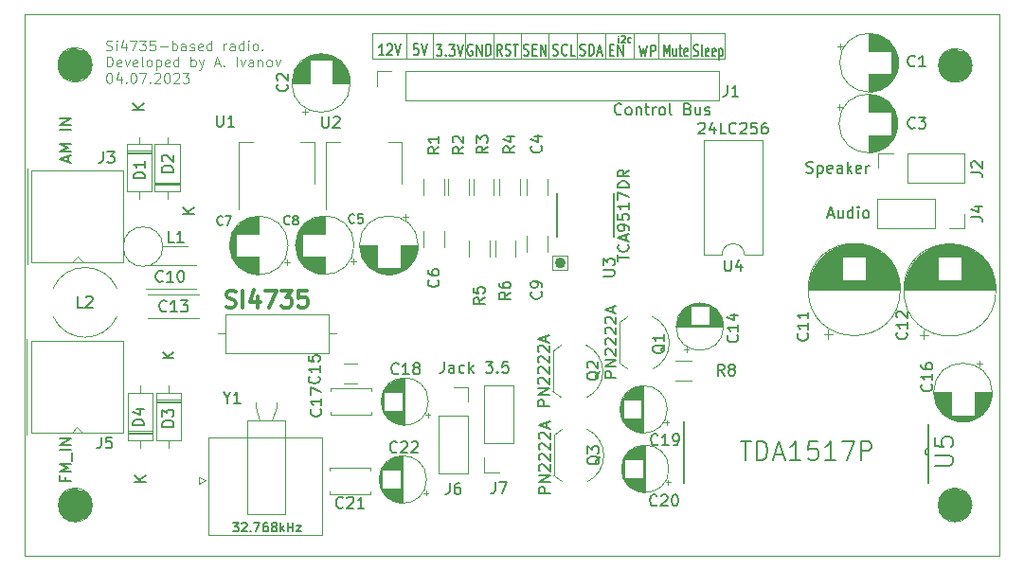
<source format=gbr>
%TF.GenerationSoftware,KiCad,Pcbnew,7.0.6*%
%TF.CreationDate,2023-09-03T13:44:33+00:00*%
%TF.ProjectId,SI4735,53493437-3335-42e6-9b69-6361645f7063,rev?*%
%TF.SameCoordinates,Original*%
%TF.FileFunction,Legend,Top*%
%TF.FilePolarity,Positive*%
%FSLAX45Y45*%
G04 Gerber Fmt 4.5, Leading zero omitted, Abs format (unit mm)*
G04 Created by KiCad (PCBNEW 7.0.6) date 2023-09-03 13:44:33*
%MOMM*%
%LPD*%
G01*
G04 APERTURE LIST*
%ADD10C,0.120000*%
%ADD11C,0.466971*%
%ADD12C,0.100000*%
%ADD13C,0.150000*%
%ADD14C,0.300000*%
%ADD15C,0.127000*%
%ADD16C,0.200000*%
%ADD17C,0.152400*%
%TA.AperFunction,Profile*%
%ADD18C,0.050000*%
%TD*%
%TA.AperFunction,Profile*%
%ADD19C,1.535132*%
%TD*%
%TA.AperFunction,Profile*%
%ADD20C,1.516643*%
%TD*%
%TA.AperFunction,Profile*%
%ADD21C,0.100000*%
%TD*%
G04 APERTURE END LIST*
D10*
X15904000Y-7894000D02*
X15904000Y-7676500D01*
X16689000Y-7896500D02*
X16689000Y-7676500D01*
X17944000Y-7896500D02*
X17944000Y-7676500D01*
X18446500Y-7894000D02*
X18446500Y-7674000D01*
X15604000Y-7674000D02*
X18756500Y-7674000D01*
X18756500Y-7896500D01*
X15604000Y-7896500D01*
X15604000Y-7674000D01*
X18164000Y-7894000D02*
X18164000Y-7674000D01*
X17684000Y-7894000D02*
X17684000Y-7674000D01*
X16434000Y-7894000D02*
X16434000Y-7674000D01*
X17180250Y-7894000D02*
X17180250Y-7674000D01*
D11*
X17307349Y-9724000D02*
G75*
G03*
X17307349Y-9724000I-23349J0D01*
G01*
D10*
X16144000Y-7894000D02*
X16144000Y-7674000D01*
X17214000Y-9661500D02*
X17349000Y-9661500D01*
X17349000Y-9789000D01*
X17214000Y-9789000D01*
X17214000Y-9661500D01*
X17434000Y-7894000D02*
X17434000Y-7674000D01*
X16929000Y-7896500D02*
X16929000Y-7676500D01*
D12*
X13227722Y-7820930D02*
X13240579Y-7825216D01*
X13240579Y-7825216D02*
X13262007Y-7825216D01*
X13262007Y-7825216D02*
X13270579Y-7820930D01*
X13270579Y-7820930D02*
X13274865Y-7816644D01*
X13274865Y-7816644D02*
X13279150Y-7808073D01*
X13279150Y-7808073D02*
X13279150Y-7799501D01*
X13279150Y-7799501D02*
X13274865Y-7790930D01*
X13274865Y-7790930D02*
X13270579Y-7786644D01*
X13270579Y-7786644D02*
X13262007Y-7782358D01*
X13262007Y-7782358D02*
X13244865Y-7778073D01*
X13244865Y-7778073D02*
X13236293Y-7773787D01*
X13236293Y-7773787D02*
X13232007Y-7769501D01*
X13232007Y-7769501D02*
X13227722Y-7760930D01*
X13227722Y-7760930D02*
X13227722Y-7752358D01*
X13227722Y-7752358D02*
X13232007Y-7743787D01*
X13232007Y-7743787D02*
X13236293Y-7739501D01*
X13236293Y-7739501D02*
X13244865Y-7735216D01*
X13244865Y-7735216D02*
X13266293Y-7735216D01*
X13266293Y-7735216D02*
X13279150Y-7739501D01*
X13317722Y-7825216D02*
X13317722Y-7765216D01*
X13317722Y-7735216D02*
X13313436Y-7739501D01*
X13313436Y-7739501D02*
X13317722Y-7743787D01*
X13317722Y-7743787D02*
X13322007Y-7739501D01*
X13322007Y-7739501D02*
X13317722Y-7735216D01*
X13317722Y-7735216D02*
X13317722Y-7743787D01*
X13399150Y-7765216D02*
X13399150Y-7825216D01*
X13377722Y-7730930D02*
X13356293Y-7795216D01*
X13356293Y-7795216D02*
X13412007Y-7795216D01*
X13437722Y-7735216D02*
X13497722Y-7735216D01*
X13497722Y-7735216D02*
X13459150Y-7825216D01*
X13523436Y-7735216D02*
X13579150Y-7735216D01*
X13579150Y-7735216D02*
X13549150Y-7769501D01*
X13549150Y-7769501D02*
X13562007Y-7769501D01*
X13562007Y-7769501D02*
X13570579Y-7773787D01*
X13570579Y-7773787D02*
X13574865Y-7778073D01*
X13574865Y-7778073D02*
X13579150Y-7786644D01*
X13579150Y-7786644D02*
X13579150Y-7808073D01*
X13579150Y-7808073D02*
X13574865Y-7816644D01*
X13574865Y-7816644D02*
X13570579Y-7820930D01*
X13570579Y-7820930D02*
X13562007Y-7825216D01*
X13562007Y-7825216D02*
X13536293Y-7825216D01*
X13536293Y-7825216D02*
X13527722Y-7820930D01*
X13527722Y-7820930D02*
X13523436Y-7816644D01*
X13660579Y-7735216D02*
X13617722Y-7735216D01*
X13617722Y-7735216D02*
X13613436Y-7778073D01*
X13613436Y-7778073D02*
X13617722Y-7773787D01*
X13617722Y-7773787D02*
X13626293Y-7769501D01*
X13626293Y-7769501D02*
X13647722Y-7769501D01*
X13647722Y-7769501D02*
X13656293Y-7773787D01*
X13656293Y-7773787D02*
X13660579Y-7778073D01*
X13660579Y-7778073D02*
X13664865Y-7786644D01*
X13664865Y-7786644D02*
X13664865Y-7808073D01*
X13664865Y-7808073D02*
X13660579Y-7816644D01*
X13660579Y-7816644D02*
X13656293Y-7820930D01*
X13656293Y-7820930D02*
X13647722Y-7825216D01*
X13647722Y-7825216D02*
X13626293Y-7825216D01*
X13626293Y-7825216D02*
X13617722Y-7820930D01*
X13617722Y-7820930D02*
X13613436Y-7816644D01*
X13703436Y-7790930D02*
X13772007Y-7790930D01*
X13814865Y-7825216D02*
X13814865Y-7735216D01*
X13814865Y-7769501D02*
X13823436Y-7765216D01*
X13823436Y-7765216D02*
X13840579Y-7765216D01*
X13840579Y-7765216D02*
X13849150Y-7769501D01*
X13849150Y-7769501D02*
X13853436Y-7773787D01*
X13853436Y-7773787D02*
X13857722Y-7782358D01*
X13857722Y-7782358D02*
X13857722Y-7808073D01*
X13857722Y-7808073D02*
X13853436Y-7816644D01*
X13853436Y-7816644D02*
X13849150Y-7820930D01*
X13849150Y-7820930D02*
X13840579Y-7825216D01*
X13840579Y-7825216D02*
X13823436Y-7825216D01*
X13823436Y-7825216D02*
X13814865Y-7820930D01*
X13934865Y-7825216D02*
X13934865Y-7778073D01*
X13934865Y-7778073D02*
X13930579Y-7769501D01*
X13930579Y-7769501D02*
X13922007Y-7765216D01*
X13922007Y-7765216D02*
X13904865Y-7765216D01*
X13904865Y-7765216D02*
X13896293Y-7769501D01*
X13934865Y-7820930D02*
X13926293Y-7825216D01*
X13926293Y-7825216D02*
X13904865Y-7825216D01*
X13904865Y-7825216D02*
X13896293Y-7820930D01*
X13896293Y-7820930D02*
X13892007Y-7812358D01*
X13892007Y-7812358D02*
X13892007Y-7803787D01*
X13892007Y-7803787D02*
X13896293Y-7795216D01*
X13896293Y-7795216D02*
X13904865Y-7790930D01*
X13904865Y-7790930D02*
X13926293Y-7790930D01*
X13926293Y-7790930D02*
X13934865Y-7786644D01*
X13973436Y-7820930D02*
X13982007Y-7825216D01*
X13982007Y-7825216D02*
X13999150Y-7825216D01*
X13999150Y-7825216D02*
X14007722Y-7820930D01*
X14007722Y-7820930D02*
X14012007Y-7812358D01*
X14012007Y-7812358D02*
X14012007Y-7808073D01*
X14012007Y-7808073D02*
X14007722Y-7799501D01*
X14007722Y-7799501D02*
X13999150Y-7795216D01*
X13999150Y-7795216D02*
X13986293Y-7795216D01*
X13986293Y-7795216D02*
X13977722Y-7790930D01*
X13977722Y-7790930D02*
X13973436Y-7782358D01*
X13973436Y-7782358D02*
X13973436Y-7778073D01*
X13973436Y-7778073D02*
X13977722Y-7769501D01*
X13977722Y-7769501D02*
X13986293Y-7765216D01*
X13986293Y-7765216D02*
X13999150Y-7765216D01*
X13999150Y-7765216D02*
X14007722Y-7769501D01*
X14084865Y-7820930D02*
X14076293Y-7825216D01*
X14076293Y-7825216D02*
X14059150Y-7825216D01*
X14059150Y-7825216D02*
X14050579Y-7820930D01*
X14050579Y-7820930D02*
X14046293Y-7812358D01*
X14046293Y-7812358D02*
X14046293Y-7778073D01*
X14046293Y-7778073D02*
X14050579Y-7769501D01*
X14050579Y-7769501D02*
X14059150Y-7765216D01*
X14059150Y-7765216D02*
X14076293Y-7765216D01*
X14076293Y-7765216D02*
X14084865Y-7769501D01*
X14084865Y-7769501D02*
X14089150Y-7778073D01*
X14089150Y-7778073D02*
X14089150Y-7786644D01*
X14089150Y-7786644D02*
X14046293Y-7795216D01*
X14166293Y-7825216D02*
X14166293Y-7735216D01*
X14166293Y-7820930D02*
X14157722Y-7825216D01*
X14157722Y-7825216D02*
X14140579Y-7825216D01*
X14140579Y-7825216D02*
X14132007Y-7820930D01*
X14132007Y-7820930D02*
X14127722Y-7816644D01*
X14127722Y-7816644D02*
X14123436Y-7808073D01*
X14123436Y-7808073D02*
X14123436Y-7782358D01*
X14123436Y-7782358D02*
X14127722Y-7773787D01*
X14127722Y-7773787D02*
X14132007Y-7769501D01*
X14132007Y-7769501D02*
X14140579Y-7765216D01*
X14140579Y-7765216D02*
X14157722Y-7765216D01*
X14157722Y-7765216D02*
X14166293Y-7769501D01*
X14277722Y-7825216D02*
X14277722Y-7765216D01*
X14277722Y-7782358D02*
X14282007Y-7773787D01*
X14282007Y-7773787D02*
X14286293Y-7769501D01*
X14286293Y-7769501D02*
X14294865Y-7765216D01*
X14294865Y-7765216D02*
X14303436Y-7765216D01*
X14372008Y-7825216D02*
X14372008Y-7778073D01*
X14372008Y-7778073D02*
X14367722Y-7769501D01*
X14367722Y-7769501D02*
X14359150Y-7765216D01*
X14359150Y-7765216D02*
X14342008Y-7765216D01*
X14342008Y-7765216D02*
X14333436Y-7769501D01*
X14372008Y-7820930D02*
X14363436Y-7825216D01*
X14363436Y-7825216D02*
X14342008Y-7825216D01*
X14342008Y-7825216D02*
X14333436Y-7820930D01*
X14333436Y-7820930D02*
X14329150Y-7812358D01*
X14329150Y-7812358D02*
X14329150Y-7803787D01*
X14329150Y-7803787D02*
X14333436Y-7795216D01*
X14333436Y-7795216D02*
X14342008Y-7790930D01*
X14342008Y-7790930D02*
X14363436Y-7790930D01*
X14363436Y-7790930D02*
X14372008Y-7786644D01*
X14453436Y-7825216D02*
X14453436Y-7735216D01*
X14453436Y-7820930D02*
X14444865Y-7825216D01*
X14444865Y-7825216D02*
X14427722Y-7825216D01*
X14427722Y-7825216D02*
X14419150Y-7820930D01*
X14419150Y-7820930D02*
X14414865Y-7816644D01*
X14414865Y-7816644D02*
X14410579Y-7808073D01*
X14410579Y-7808073D02*
X14410579Y-7782358D01*
X14410579Y-7782358D02*
X14414865Y-7773787D01*
X14414865Y-7773787D02*
X14419150Y-7769501D01*
X14419150Y-7769501D02*
X14427722Y-7765216D01*
X14427722Y-7765216D02*
X14444865Y-7765216D01*
X14444865Y-7765216D02*
X14453436Y-7769501D01*
X14496293Y-7825216D02*
X14496293Y-7765216D01*
X14496293Y-7735216D02*
X14492008Y-7739501D01*
X14492008Y-7739501D02*
X14496293Y-7743787D01*
X14496293Y-7743787D02*
X14500579Y-7739501D01*
X14500579Y-7739501D02*
X14496293Y-7735216D01*
X14496293Y-7735216D02*
X14496293Y-7743787D01*
X14552008Y-7825216D02*
X14543436Y-7820930D01*
X14543436Y-7820930D02*
X14539150Y-7816644D01*
X14539150Y-7816644D02*
X14534865Y-7808073D01*
X14534865Y-7808073D02*
X14534865Y-7782358D01*
X14534865Y-7782358D02*
X14539150Y-7773787D01*
X14539150Y-7773787D02*
X14543436Y-7769501D01*
X14543436Y-7769501D02*
X14552008Y-7765216D01*
X14552008Y-7765216D02*
X14564865Y-7765216D01*
X14564865Y-7765216D02*
X14573436Y-7769501D01*
X14573436Y-7769501D02*
X14577722Y-7773787D01*
X14577722Y-7773787D02*
X14582008Y-7782358D01*
X14582008Y-7782358D02*
X14582008Y-7808073D01*
X14582008Y-7808073D02*
X14577722Y-7816644D01*
X14577722Y-7816644D02*
X14573436Y-7820930D01*
X14573436Y-7820930D02*
X14564865Y-7825216D01*
X14564865Y-7825216D02*
X14552008Y-7825216D01*
X14620579Y-7816644D02*
X14624865Y-7820930D01*
X14624865Y-7820930D02*
X14620579Y-7825216D01*
X14620579Y-7825216D02*
X14616293Y-7820930D01*
X14616293Y-7820930D02*
X14620579Y-7816644D01*
X14620579Y-7816644D02*
X14620579Y-7825216D01*
X13232007Y-7970116D02*
X13232007Y-7880116D01*
X13232007Y-7880116D02*
X13253436Y-7880116D01*
X13253436Y-7880116D02*
X13266293Y-7884401D01*
X13266293Y-7884401D02*
X13274865Y-7892973D01*
X13274865Y-7892973D02*
X13279150Y-7901544D01*
X13279150Y-7901544D02*
X13283436Y-7918687D01*
X13283436Y-7918687D02*
X13283436Y-7931544D01*
X13283436Y-7931544D02*
X13279150Y-7948687D01*
X13279150Y-7948687D02*
X13274865Y-7957258D01*
X13274865Y-7957258D02*
X13266293Y-7965830D01*
X13266293Y-7965830D02*
X13253436Y-7970116D01*
X13253436Y-7970116D02*
X13232007Y-7970116D01*
X13356293Y-7965830D02*
X13347722Y-7970116D01*
X13347722Y-7970116D02*
X13330579Y-7970116D01*
X13330579Y-7970116D02*
X13322007Y-7965830D01*
X13322007Y-7965830D02*
X13317722Y-7957258D01*
X13317722Y-7957258D02*
X13317722Y-7922973D01*
X13317722Y-7922973D02*
X13322007Y-7914401D01*
X13322007Y-7914401D02*
X13330579Y-7910116D01*
X13330579Y-7910116D02*
X13347722Y-7910116D01*
X13347722Y-7910116D02*
X13356293Y-7914401D01*
X13356293Y-7914401D02*
X13360579Y-7922973D01*
X13360579Y-7922973D02*
X13360579Y-7931544D01*
X13360579Y-7931544D02*
X13317722Y-7940116D01*
X13390579Y-7910116D02*
X13412007Y-7970116D01*
X13412007Y-7970116D02*
X13433436Y-7910116D01*
X13502007Y-7965830D02*
X13493436Y-7970116D01*
X13493436Y-7970116D02*
X13476293Y-7970116D01*
X13476293Y-7970116D02*
X13467722Y-7965830D01*
X13467722Y-7965830D02*
X13463436Y-7957258D01*
X13463436Y-7957258D02*
X13463436Y-7922973D01*
X13463436Y-7922973D02*
X13467722Y-7914401D01*
X13467722Y-7914401D02*
X13476293Y-7910116D01*
X13476293Y-7910116D02*
X13493436Y-7910116D01*
X13493436Y-7910116D02*
X13502007Y-7914401D01*
X13502007Y-7914401D02*
X13506293Y-7922973D01*
X13506293Y-7922973D02*
X13506293Y-7931544D01*
X13506293Y-7931544D02*
X13463436Y-7940116D01*
X13557722Y-7970116D02*
X13549150Y-7965830D01*
X13549150Y-7965830D02*
X13544865Y-7957258D01*
X13544865Y-7957258D02*
X13544865Y-7880116D01*
X13604865Y-7970116D02*
X13596293Y-7965830D01*
X13596293Y-7965830D02*
X13592007Y-7961544D01*
X13592007Y-7961544D02*
X13587722Y-7952973D01*
X13587722Y-7952973D02*
X13587722Y-7927258D01*
X13587722Y-7927258D02*
X13592007Y-7918687D01*
X13592007Y-7918687D02*
X13596293Y-7914401D01*
X13596293Y-7914401D02*
X13604865Y-7910116D01*
X13604865Y-7910116D02*
X13617722Y-7910116D01*
X13617722Y-7910116D02*
X13626293Y-7914401D01*
X13626293Y-7914401D02*
X13630579Y-7918687D01*
X13630579Y-7918687D02*
X13634865Y-7927258D01*
X13634865Y-7927258D02*
X13634865Y-7952973D01*
X13634865Y-7952973D02*
X13630579Y-7961544D01*
X13630579Y-7961544D02*
X13626293Y-7965830D01*
X13626293Y-7965830D02*
X13617722Y-7970116D01*
X13617722Y-7970116D02*
X13604865Y-7970116D01*
X13673436Y-7910116D02*
X13673436Y-8000116D01*
X13673436Y-7914401D02*
X13682008Y-7910116D01*
X13682008Y-7910116D02*
X13699150Y-7910116D01*
X13699150Y-7910116D02*
X13707722Y-7914401D01*
X13707722Y-7914401D02*
X13712008Y-7918687D01*
X13712008Y-7918687D02*
X13716293Y-7927258D01*
X13716293Y-7927258D02*
X13716293Y-7952973D01*
X13716293Y-7952973D02*
X13712008Y-7961544D01*
X13712008Y-7961544D02*
X13707722Y-7965830D01*
X13707722Y-7965830D02*
X13699150Y-7970116D01*
X13699150Y-7970116D02*
X13682008Y-7970116D01*
X13682008Y-7970116D02*
X13673436Y-7965830D01*
X13789150Y-7965830D02*
X13780579Y-7970116D01*
X13780579Y-7970116D02*
X13763436Y-7970116D01*
X13763436Y-7970116D02*
X13754865Y-7965830D01*
X13754865Y-7965830D02*
X13750579Y-7957258D01*
X13750579Y-7957258D02*
X13750579Y-7922973D01*
X13750579Y-7922973D02*
X13754865Y-7914401D01*
X13754865Y-7914401D02*
X13763436Y-7910116D01*
X13763436Y-7910116D02*
X13780579Y-7910116D01*
X13780579Y-7910116D02*
X13789150Y-7914401D01*
X13789150Y-7914401D02*
X13793436Y-7922973D01*
X13793436Y-7922973D02*
X13793436Y-7931544D01*
X13793436Y-7931544D02*
X13750579Y-7940116D01*
X13870579Y-7970116D02*
X13870579Y-7880116D01*
X13870579Y-7965830D02*
X13862008Y-7970116D01*
X13862008Y-7970116D02*
X13844865Y-7970116D01*
X13844865Y-7970116D02*
X13836293Y-7965830D01*
X13836293Y-7965830D02*
X13832008Y-7961544D01*
X13832008Y-7961544D02*
X13827722Y-7952973D01*
X13827722Y-7952973D02*
X13827722Y-7927258D01*
X13827722Y-7927258D02*
X13832008Y-7918687D01*
X13832008Y-7918687D02*
X13836293Y-7914401D01*
X13836293Y-7914401D02*
X13844865Y-7910116D01*
X13844865Y-7910116D02*
X13862008Y-7910116D01*
X13862008Y-7910116D02*
X13870579Y-7914401D01*
X13982008Y-7970116D02*
X13982008Y-7880116D01*
X13982008Y-7914401D02*
X13990579Y-7910116D01*
X13990579Y-7910116D02*
X14007722Y-7910116D01*
X14007722Y-7910116D02*
X14016293Y-7914401D01*
X14016293Y-7914401D02*
X14020579Y-7918687D01*
X14020579Y-7918687D02*
X14024865Y-7927258D01*
X14024865Y-7927258D02*
X14024865Y-7952973D01*
X14024865Y-7952973D02*
X14020579Y-7961544D01*
X14020579Y-7961544D02*
X14016293Y-7965830D01*
X14016293Y-7965830D02*
X14007722Y-7970116D01*
X14007722Y-7970116D02*
X13990579Y-7970116D01*
X13990579Y-7970116D02*
X13982008Y-7965830D01*
X14054865Y-7910116D02*
X14076293Y-7970116D01*
X14097722Y-7910116D02*
X14076293Y-7970116D01*
X14076293Y-7970116D02*
X14067722Y-7991544D01*
X14067722Y-7991544D02*
X14063436Y-7995830D01*
X14063436Y-7995830D02*
X14054865Y-8000116D01*
X14196293Y-7944401D02*
X14239150Y-7944401D01*
X14187722Y-7970116D02*
X14217722Y-7880116D01*
X14217722Y-7880116D02*
X14247722Y-7970116D01*
X14277722Y-7961544D02*
X14282008Y-7965830D01*
X14282008Y-7965830D02*
X14277722Y-7970116D01*
X14277722Y-7970116D02*
X14273436Y-7965830D01*
X14273436Y-7965830D02*
X14277722Y-7961544D01*
X14277722Y-7961544D02*
X14277722Y-7970116D01*
X14389150Y-7970116D02*
X14389150Y-7880116D01*
X14423436Y-7910116D02*
X14444865Y-7970116D01*
X14444865Y-7970116D02*
X14466293Y-7910116D01*
X14539150Y-7970116D02*
X14539150Y-7922973D01*
X14539150Y-7922973D02*
X14534865Y-7914401D01*
X14534865Y-7914401D02*
X14526293Y-7910116D01*
X14526293Y-7910116D02*
X14509150Y-7910116D01*
X14509150Y-7910116D02*
X14500579Y-7914401D01*
X14539150Y-7965830D02*
X14530579Y-7970116D01*
X14530579Y-7970116D02*
X14509150Y-7970116D01*
X14509150Y-7970116D02*
X14500579Y-7965830D01*
X14500579Y-7965830D02*
X14496293Y-7957258D01*
X14496293Y-7957258D02*
X14496293Y-7948687D01*
X14496293Y-7948687D02*
X14500579Y-7940116D01*
X14500579Y-7940116D02*
X14509150Y-7935830D01*
X14509150Y-7935830D02*
X14530579Y-7935830D01*
X14530579Y-7935830D02*
X14539150Y-7931544D01*
X14582007Y-7910116D02*
X14582007Y-7970116D01*
X14582007Y-7918687D02*
X14586293Y-7914401D01*
X14586293Y-7914401D02*
X14594865Y-7910116D01*
X14594865Y-7910116D02*
X14607722Y-7910116D01*
X14607722Y-7910116D02*
X14616293Y-7914401D01*
X14616293Y-7914401D02*
X14620579Y-7922973D01*
X14620579Y-7922973D02*
X14620579Y-7970116D01*
X14676293Y-7970116D02*
X14667722Y-7965830D01*
X14667722Y-7965830D02*
X14663436Y-7961544D01*
X14663436Y-7961544D02*
X14659150Y-7952973D01*
X14659150Y-7952973D02*
X14659150Y-7927258D01*
X14659150Y-7927258D02*
X14663436Y-7918687D01*
X14663436Y-7918687D02*
X14667722Y-7914401D01*
X14667722Y-7914401D02*
X14676293Y-7910116D01*
X14676293Y-7910116D02*
X14689150Y-7910116D01*
X14689150Y-7910116D02*
X14697722Y-7914401D01*
X14697722Y-7914401D02*
X14702008Y-7918687D01*
X14702008Y-7918687D02*
X14706293Y-7927258D01*
X14706293Y-7927258D02*
X14706293Y-7952973D01*
X14706293Y-7952973D02*
X14702008Y-7961544D01*
X14702008Y-7961544D02*
X14697722Y-7965830D01*
X14697722Y-7965830D02*
X14689150Y-7970116D01*
X14689150Y-7970116D02*
X14676293Y-7970116D01*
X14736293Y-7910116D02*
X14757722Y-7970116D01*
X14757722Y-7970116D02*
X14779150Y-7910116D01*
X13249150Y-8025016D02*
X13257722Y-8025016D01*
X13257722Y-8025016D02*
X13266293Y-8029301D01*
X13266293Y-8029301D02*
X13270579Y-8033587D01*
X13270579Y-8033587D02*
X13274865Y-8042158D01*
X13274865Y-8042158D02*
X13279150Y-8059301D01*
X13279150Y-8059301D02*
X13279150Y-8080730D01*
X13279150Y-8080730D02*
X13274865Y-8097873D01*
X13274865Y-8097873D02*
X13270579Y-8106444D01*
X13270579Y-8106444D02*
X13266293Y-8110730D01*
X13266293Y-8110730D02*
X13257722Y-8115016D01*
X13257722Y-8115016D02*
X13249150Y-8115016D01*
X13249150Y-8115016D02*
X13240579Y-8110730D01*
X13240579Y-8110730D02*
X13236293Y-8106444D01*
X13236293Y-8106444D02*
X13232007Y-8097873D01*
X13232007Y-8097873D02*
X13227722Y-8080730D01*
X13227722Y-8080730D02*
X13227722Y-8059301D01*
X13227722Y-8059301D02*
X13232007Y-8042158D01*
X13232007Y-8042158D02*
X13236293Y-8033587D01*
X13236293Y-8033587D02*
X13240579Y-8029301D01*
X13240579Y-8029301D02*
X13249150Y-8025016D01*
X13356293Y-8055016D02*
X13356293Y-8115016D01*
X13334865Y-8020730D02*
X13313436Y-8085016D01*
X13313436Y-8085016D02*
X13369150Y-8085016D01*
X13403436Y-8106444D02*
X13407722Y-8110730D01*
X13407722Y-8110730D02*
X13403436Y-8115016D01*
X13403436Y-8115016D02*
X13399150Y-8110730D01*
X13399150Y-8110730D02*
X13403436Y-8106444D01*
X13403436Y-8106444D02*
X13403436Y-8115016D01*
X13463436Y-8025016D02*
X13472007Y-8025016D01*
X13472007Y-8025016D02*
X13480579Y-8029301D01*
X13480579Y-8029301D02*
X13484865Y-8033587D01*
X13484865Y-8033587D02*
X13489150Y-8042158D01*
X13489150Y-8042158D02*
X13493436Y-8059301D01*
X13493436Y-8059301D02*
X13493436Y-8080730D01*
X13493436Y-8080730D02*
X13489150Y-8097873D01*
X13489150Y-8097873D02*
X13484865Y-8106444D01*
X13484865Y-8106444D02*
X13480579Y-8110730D01*
X13480579Y-8110730D02*
X13472007Y-8115016D01*
X13472007Y-8115016D02*
X13463436Y-8115016D01*
X13463436Y-8115016D02*
X13454865Y-8110730D01*
X13454865Y-8110730D02*
X13450579Y-8106444D01*
X13450579Y-8106444D02*
X13446293Y-8097873D01*
X13446293Y-8097873D02*
X13442007Y-8080730D01*
X13442007Y-8080730D02*
X13442007Y-8059301D01*
X13442007Y-8059301D02*
X13446293Y-8042158D01*
X13446293Y-8042158D02*
X13450579Y-8033587D01*
X13450579Y-8033587D02*
X13454865Y-8029301D01*
X13454865Y-8029301D02*
X13463436Y-8025016D01*
X13523436Y-8025016D02*
X13583436Y-8025016D01*
X13583436Y-8025016D02*
X13544865Y-8115016D01*
X13617722Y-8106444D02*
X13622007Y-8110730D01*
X13622007Y-8110730D02*
X13617722Y-8115016D01*
X13617722Y-8115016D02*
X13613436Y-8110730D01*
X13613436Y-8110730D02*
X13617722Y-8106444D01*
X13617722Y-8106444D02*
X13617722Y-8115016D01*
X13656293Y-8033587D02*
X13660579Y-8029301D01*
X13660579Y-8029301D02*
X13669150Y-8025016D01*
X13669150Y-8025016D02*
X13690579Y-8025016D01*
X13690579Y-8025016D02*
X13699150Y-8029301D01*
X13699150Y-8029301D02*
X13703436Y-8033587D01*
X13703436Y-8033587D02*
X13707722Y-8042158D01*
X13707722Y-8042158D02*
X13707722Y-8050730D01*
X13707722Y-8050730D02*
X13703436Y-8063587D01*
X13703436Y-8063587D02*
X13652007Y-8115016D01*
X13652007Y-8115016D02*
X13707722Y-8115016D01*
X13763436Y-8025016D02*
X13772007Y-8025016D01*
X13772007Y-8025016D02*
X13780579Y-8029301D01*
X13780579Y-8029301D02*
X13784865Y-8033587D01*
X13784865Y-8033587D02*
X13789150Y-8042158D01*
X13789150Y-8042158D02*
X13793436Y-8059301D01*
X13793436Y-8059301D02*
X13793436Y-8080730D01*
X13793436Y-8080730D02*
X13789150Y-8097873D01*
X13789150Y-8097873D02*
X13784865Y-8106444D01*
X13784865Y-8106444D02*
X13780579Y-8110730D01*
X13780579Y-8110730D02*
X13772007Y-8115016D01*
X13772007Y-8115016D02*
X13763436Y-8115016D01*
X13763436Y-8115016D02*
X13754865Y-8110730D01*
X13754865Y-8110730D02*
X13750579Y-8106444D01*
X13750579Y-8106444D02*
X13746293Y-8097873D01*
X13746293Y-8097873D02*
X13742007Y-8080730D01*
X13742007Y-8080730D02*
X13742007Y-8059301D01*
X13742007Y-8059301D02*
X13746293Y-8042158D01*
X13746293Y-8042158D02*
X13750579Y-8033587D01*
X13750579Y-8033587D02*
X13754865Y-8029301D01*
X13754865Y-8029301D02*
X13763436Y-8025016D01*
X13827722Y-8033587D02*
X13832007Y-8029301D01*
X13832007Y-8029301D02*
X13840579Y-8025016D01*
X13840579Y-8025016D02*
X13862007Y-8025016D01*
X13862007Y-8025016D02*
X13870579Y-8029301D01*
X13870579Y-8029301D02*
X13874865Y-8033587D01*
X13874865Y-8033587D02*
X13879150Y-8042158D01*
X13879150Y-8042158D02*
X13879150Y-8050730D01*
X13879150Y-8050730D02*
X13874865Y-8063587D01*
X13874865Y-8063587D02*
X13823436Y-8115016D01*
X13823436Y-8115016D02*
X13879150Y-8115016D01*
X13909150Y-8025016D02*
X13964865Y-8025016D01*
X13964865Y-8025016D02*
X13934865Y-8059301D01*
X13934865Y-8059301D02*
X13947722Y-8059301D01*
X13947722Y-8059301D02*
X13956293Y-8063587D01*
X13956293Y-8063587D02*
X13960579Y-8067873D01*
X13960579Y-8067873D02*
X13964865Y-8076444D01*
X13964865Y-8076444D02*
X13964865Y-8097873D01*
X13964865Y-8097873D02*
X13960579Y-8106444D01*
X13960579Y-8106444D02*
X13956293Y-8110730D01*
X13956293Y-8110730D02*
X13947722Y-8115016D01*
X13947722Y-8115016D02*
X13922007Y-8115016D01*
X13922007Y-8115016D02*
X13913436Y-8110730D01*
X13913436Y-8110730D02*
X13909150Y-8106444D01*
D13*
X16762690Y-7869482D02*
X16736024Y-7821863D01*
X16716976Y-7869482D02*
X16716976Y-7769482D01*
X16716976Y-7769482D02*
X16747452Y-7769482D01*
X16747452Y-7769482D02*
X16755071Y-7774244D01*
X16755071Y-7774244D02*
X16758881Y-7779006D01*
X16758881Y-7779006D02*
X16762690Y-7788529D01*
X16762690Y-7788529D02*
X16762690Y-7802815D01*
X16762690Y-7802815D02*
X16758881Y-7812339D01*
X16758881Y-7812339D02*
X16755071Y-7817101D01*
X16755071Y-7817101D02*
X16747452Y-7821863D01*
X16747452Y-7821863D02*
X16716976Y-7821863D01*
X16793167Y-7864720D02*
X16804595Y-7869482D01*
X16804595Y-7869482D02*
X16823643Y-7869482D01*
X16823643Y-7869482D02*
X16831262Y-7864720D01*
X16831262Y-7864720D02*
X16835071Y-7859958D01*
X16835071Y-7859958D02*
X16838881Y-7850434D01*
X16838881Y-7850434D02*
X16838881Y-7840910D01*
X16838881Y-7840910D02*
X16835071Y-7831387D01*
X16835071Y-7831387D02*
X16831262Y-7826625D01*
X16831262Y-7826625D02*
X16823643Y-7821863D01*
X16823643Y-7821863D02*
X16808405Y-7817101D01*
X16808405Y-7817101D02*
X16800786Y-7812339D01*
X16800786Y-7812339D02*
X16796976Y-7807577D01*
X16796976Y-7807577D02*
X16793167Y-7798053D01*
X16793167Y-7798053D02*
X16793167Y-7788529D01*
X16793167Y-7788529D02*
X16796976Y-7779006D01*
X16796976Y-7779006D02*
X16800786Y-7774244D01*
X16800786Y-7774244D02*
X16808405Y-7769482D01*
X16808405Y-7769482D02*
X16827452Y-7769482D01*
X16827452Y-7769482D02*
X16838881Y-7774244D01*
X16861738Y-7769482D02*
X16907452Y-7769482D01*
X16884595Y-7869482D02*
X16884595Y-7769482D01*
X17459357Y-7864720D02*
X17470786Y-7869482D01*
X17470786Y-7869482D02*
X17489833Y-7869482D01*
X17489833Y-7869482D02*
X17497452Y-7864720D01*
X17497452Y-7864720D02*
X17501262Y-7859958D01*
X17501262Y-7859958D02*
X17505071Y-7850434D01*
X17505071Y-7850434D02*
X17505071Y-7840910D01*
X17505071Y-7840910D02*
X17501262Y-7831387D01*
X17501262Y-7831387D02*
X17497452Y-7826625D01*
X17497452Y-7826625D02*
X17489833Y-7821863D01*
X17489833Y-7821863D02*
X17474595Y-7817101D01*
X17474595Y-7817101D02*
X17466976Y-7812339D01*
X17466976Y-7812339D02*
X17463167Y-7807577D01*
X17463167Y-7807577D02*
X17459357Y-7798053D01*
X17459357Y-7798053D02*
X17459357Y-7788529D01*
X17459357Y-7788529D02*
X17463167Y-7779006D01*
X17463167Y-7779006D02*
X17466976Y-7774244D01*
X17466976Y-7774244D02*
X17474595Y-7769482D01*
X17474595Y-7769482D02*
X17493643Y-7769482D01*
X17493643Y-7769482D02*
X17505071Y-7774244D01*
X17539357Y-7869482D02*
X17539357Y-7769482D01*
X17539357Y-7769482D02*
X17558405Y-7769482D01*
X17558405Y-7769482D02*
X17569833Y-7774244D01*
X17569833Y-7774244D02*
X17577452Y-7783768D01*
X17577452Y-7783768D02*
X17581262Y-7793291D01*
X17581262Y-7793291D02*
X17585072Y-7812339D01*
X17585072Y-7812339D02*
X17585072Y-7826625D01*
X17585072Y-7826625D02*
X17581262Y-7845672D01*
X17581262Y-7845672D02*
X17577452Y-7855196D01*
X17577452Y-7855196D02*
X17569833Y-7864720D01*
X17569833Y-7864720D02*
X17558405Y-7869482D01*
X17558405Y-7869482D02*
X17539357Y-7869482D01*
X17615548Y-7840910D02*
X17653643Y-7840910D01*
X17607929Y-7869482D02*
X17634595Y-7769482D01*
X17634595Y-7769482D02*
X17661262Y-7869482D01*
X17727452Y-7822101D02*
X17754119Y-7822101D01*
X17765548Y-7874482D02*
X17727452Y-7874482D01*
X17727452Y-7874482D02*
X17727452Y-7774482D01*
X17727452Y-7774482D02*
X17765548Y-7774482D01*
X17799833Y-7874482D02*
X17799833Y-7774482D01*
X17799833Y-7774482D02*
X17845548Y-7874482D01*
X17845548Y-7874482D02*
X17845548Y-7774482D01*
X16013762Y-7766982D02*
X15975667Y-7766982D01*
X15975667Y-7766982D02*
X15971857Y-7814601D01*
X15971857Y-7814601D02*
X15975667Y-7809839D01*
X15975667Y-7809839D02*
X15983286Y-7805077D01*
X15983286Y-7805077D02*
X16002333Y-7805077D01*
X16002333Y-7805077D02*
X16009952Y-7809839D01*
X16009952Y-7809839D02*
X16013762Y-7814601D01*
X16013762Y-7814601D02*
X16017571Y-7824125D01*
X16017571Y-7824125D02*
X16017571Y-7847934D01*
X16017571Y-7847934D02*
X16013762Y-7857458D01*
X16013762Y-7857458D02*
X16009952Y-7862220D01*
X16009952Y-7862220D02*
X16002333Y-7866982D01*
X16002333Y-7866982D02*
X15983286Y-7866982D01*
X15983286Y-7866982D02*
X15975667Y-7862220D01*
X15975667Y-7862220D02*
X15971857Y-7857458D01*
X16040429Y-7766982D02*
X16067095Y-7866982D01*
X16067095Y-7866982D02*
X16093762Y-7766982D01*
X18476500Y-7869720D02*
X18486500Y-7874482D01*
X18486500Y-7874482D02*
X18503167Y-7874482D01*
X18503167Y-7874482D02*
X18509833Y-7869720D01*
X18509833Y-7869720D02*
X18513167Y-7864958D01*
X18513167Y-7864958D02*
X18516500Y-7855434D01*
X18516500Y-7855434D02*
X18516500Y-7845910D01*
X18516500Y-7845910D02*
X18513167Y-7836387D01*
X18513167Y-7836387D02*
X18509833Y-7831625D01*
X18509833Y-7831625D02*
X18503167Y-7826863D01*
X18503167Y-7826863D02*
X18489833Y-7822101D01*
X18489833Y-7822101D02*
X18483167Y-7817339D01*
X18483167Y-7817339D02*
X18479833Y-7812577D01*
X18479833Y-7812577D02*
X18476500Y-7803053D01*
X18476500Y-7803053D02*
X18476500Y-7793529D01*
X18476500Y-7793529D02*
X18479833Y-7784006D01*
X18479833Y-7784006D02*
X18483167Y-7779244D01*
X18483167Y-7779244D02*
X18489833Y-7774482D01*
X18489833Y-7774482D02*
X18506500Y-7774482D01*
X18506500Y-7774482D02*
X18516500Y-7779244D01*
X18556500Y-7874482D02*
X18549833Y-7869720D01*
X18549833Y-7869720D02*
X18546500Y-7860196D01*
X18546500Y-7860196D02*
X18546500Y-7774482D01*
X18609833Y-7869720D02*
X18603167Y-7874482D01*
X18603167Y-7874482D02*
X18589833Y-7874482D01*
X18589833Y-7874482D02*
X18583167Y-7869720D01*
X18583167Y-7869720D02*
X18579833Y-7860196D01*
X18579833Y-7860196D02*
X18579833Y-7822101D01*
X18579833Y-7822101D02*
X18583167Y-7812577D01*
X18583167Y-7812577D02*
X18589833Y-7807815D01*
X18589833Y-7807815D02*
X18603167Y-7807815D01*
X18603167Y-7807815D02*
X18609833Y-7812577D01*
X18609833Y-7812577D02*
X18613167Y-7822101D01*
X18613167Y-7822101D02*
X18613167Y-7831625D01*
X18613167Y-7831625D02*
X18579833Y-7841148D01*
X18669833Y-7869720D02*
X18663167Y-7874482D01*
X18663167Y-7874482D02*
X18649833Y-7874482D01*
X18649833Y-7874482D02*
X18643167Y-7869720D01*
X18643167Y-7869720D02*
X18639833Y-7860196D01*
X18639833Y-7860196D02*
X18639833Y-7822101D01*
X18639833Y-7822101D02*
X18643167Y-7812577D01*
X18643167Y-7812577D02*
X18649833Y-7807815D01*
X18649833Y-7807815D02*
X18663167Y-7807815D01*
X18663167Y-7807815D02*
X18669833Y-7812577D01*
X18669833Y-7812577D02*
X18673167Y-7822101D01*
X18673167Y-7822101D02*
X18673167Y-7831625D01*
X18673167Y-7831625D02*
X18639833Y-7841148D01*
X18703167Y-7807815D02*
X18703167Y-7907815D01*
X18703167Y-7812577D02*
X18709833Y-7807815D01*
X18709833Y-7807815D02*
X18723167Y-7807815D01*
X18723167Y-7807815D02*
X18729833Y-7812577D01*
X18729833Y-7812577D02*
X18733167Y-7817339D01*
X18733167Y-7817339D02*
X18736500Y-7826863D01*
X18736500Y-7826863D02*
X18736500Y-7855434D01*
X18736500Y-7855434D02*
X18733167Y-7864958D01*
X18733167Y-7864958D02*
X18729833Y-7869720D01*
X18729833Y-7869720D02*
X18723167Y-7874482D01*
X18723167Y-7874482D02*
X18709833Y-7874482D01*
X18709833Y-7874482D02*
X18703167Y-7869720D01*
D14*
X14297214Y-10114690D02*
X14318643Y-10121833D01*
X14318643Y-10121833D02*
X14354357Y-10121833D01*
X14354357Y-10121833D02*
X14368643Y-10114690D01*
X14368643Y-10114690D02*
X14375786Y-10107547D01*
X14375786Y-10107547D02*
X14382929Y-10093261D01*
X14382929Y-10093261D02*
X14382929Y-10078976D01*
X14382929Y-10078976D02*
X14375786Y-10064690D01*
X14375786Y-10064690D02*
X14368643Y-10057547D01*
X14368643Y-10057547D02*
X14354357Y-10050404D01*
X14354357Y-10050404D02*
X14325786Y-10043261D01*
X14325786Y-10043261D02*
X14311500Y-10036119D01*
X14311500Y-10036119D02*
X14304357Y-10028976D01*
X14304357Y-10028976D02*
X14297214Y-10014690D01*
X14297214Y-10014690D02*
X14297214Y-10000404D01*
X14297214Y-10000404D02*
X14304357Y-9986119D01*
X14304357Y-9986119D02*
X14311500Y-9978976D01*
X14311500Y-9978976D02*
X14325786Y-9971833D01*
X14325786Y-9971833D02*
X14361500Y-9971833D01*
X14361500Y-9971833D02*
X14382929Y-9978976D01*
X14447214Y-10121833D02*
X14447214Y-9971833D01*
X14582929Y-10021833D02*
X14582929Y-10121833D01*
X14547214Y-9964690D02*
X14511500Y-10071833D01*
X14511500Y-10071833D02*
X14604357Y-10071833D01*
X14647214Y-9971833D02*
X14747214Y-9971833D01*
X14747214Y-9971833D02*
X14682929Y-10121833D01*
X14790071Y-9971833D02*
X14882929Y-9971833D01*
X14882929Y-9971833D02*
X14832929Y-10028976D01*
X14832929Y-10028976D02*
X14854357Y-10028976D01*
X14854357Y-10028976D02*
X14868643Y-10036119D01*
X14868643Y-10036119D02*
X14875786Y-10043261D01*
X14875786Y-10043261D02*
X14882929Y-10057547D01*
X14882929Y-10057547D02*
X14882929Y-10093261D01*
X14882929Y-10093261D02*
X14875786Y-10107547D01*
X14875786Y-10107547D02*
X14868643Y-10114690D01*
X14868643Y-10114690D02*
X14854357Y-10121833D01*
X14854357Y-10121833D02*
X14811500Y-10121833D01*
X14811500Y-10121833D02*
X14797214Y-10114690D01*
X14797214Y-10114690D02*
X14790071Y-10107547D01*
X15018643Y-9971833D02*
X14947214Y-9971833D01*
X14947214Y-9971833D02*
X14940071Y-10043261D01*
X14940071Y-10043261D02*
X14947214Y-10036119D01*
X14947214Y-10036119D02*
X14961500Y-10028976D01*
X14961500Y-10028976D02*
X14997214Y-10028976D01*
X14997214Y-10028976D02*
X15011500Y-10036119D01*
X15011500Y-10036119D02*
X15018643Y-10043261D01*
X15018643Y-10043261D02*
X15025786Y-10057547D01*
X15025786Y-10057547D02*
X15025786Y-10093261D01*
X15025786Y-10093261D02*
X15018643Y-10107547D01*
X15018643Y-10107547D02*
X15011500Y-10114690D01*
X15011500Y-10114690D02*
X14997214Y-10121833D01*
X14997214Y-10121833D02*
X14961500Y-10121833D01*
X14961500Y-10121833D02*
X14947214Y-10114690D01*
X14947214Y-10114690D02*
X14940071Y-10107547D01*
D13*
X12883410Y-8816738D02*
X12883410Y-8769119D01*
X12911982Y-8826262D02*
X12811982Y-8792929D01*
X12811982Y-8792929D02*
X12911982Y-8759595D01*
X12911982Y-8726262D02*
X12811982Y-8726262D01*
X12811982Y-8726262D02*
X12883410Y-8692929D01*
X12883410Y-8692929D02*
X12811982Y-8659595D01*
X12811982Y-8659595D02*
X12911982Y-8659595D01*
X12911982Y-8535786D02*
X12811982Y-8535786D01*
X12911982Y-8488167D02*
X12811982Y-8488167D01*
X12811982Y-8488167D02*
X12911982Y-8431024D01*
X12911982Y-8431024D02*
X12811982Y-8431024D01*
X16498048Y-7774244D02*
X16490429Y-7769482D01*
X16490429Y-7769482D02*
X16479000Y-7769482D01*
X16479000Y-7769482D02*
X16467571Y-7774244D01*
X16467571Y-7774244D02*
X16459952Y-7783768D01*
X16459952Y-7783768D02*
X16456143Y-7793291D01*
X16456143Y-7793291D02*
X16452333Y-7812339D01*
X16452333Y-7812339D02*
X16452333Y-7826625D01*
X16452333Y-7826625D02*
X16456143Y-7845672D01*
X16456143Y-7845672D02*
X16459952Y-7855196D01*
X16459952Y-7855196D02*
X16467571Y-7864720D01*
X16467571Y-7864720D02*
X16479000Y-7869482D01*
X16479000Y-7869482D02*
X16486619Y-7869482D01*
X16486619Y-7869482D02*
X16498048Y-7864720D01*
X16498048Y-7864720D02*
X16501857Y-7859958D01*
X16501857Y-7859958D02*
X16501857Y-7826625D01*
X16501857Y-7826625D02*
X16486619Y-7826625D01*
X16536143Y-7869482D02*
X16536143Y-7769482D01*
X16536143Y-7769482D02*
X16581857Y-7869482D01*
X16581857Y-7869482D02*
X16581857Y-7769482D01*
X16619952Y-7869482D02*
X16619952Y-7769482D01*
X16619952Y-7769482D02*
X16639000Y-7769482D01*
X16639000Y-7769482D02*
X16650429Y-7774244D01*
X16650429Y-7774244D02*
X16658048Y-7783768D01*
X16658048Y-7783768D02*
X16661857Y-7793291D01*
X16661857Y-7793291D02*
X16665667Y-7812339D01*
X16665667Y-7812339D02*
X16665667Y-7826625D01*
X16665667Y-7826625D02*
X16661857Y-7845672D01*
X16661857Y-7845672D02*
X16658048Y-7855196D01*
X16658048Y-7855196D02*
X16650429Y-7864720D01*
X16650429Y-7864720D02*
X16639000Y-7869482D01*
X16639000Y-7869482D02*
X16619952Y-7869482D01*
X17804714Y-7750977D02*
X17804714Y-7710977D01*
X17804714Y-7690977D02*
X17801857Y-7693834D01*
X17801857Y-7693834D02*
X17804714Y-7696691D01*
X17804714Y-7696691D02*
X17807571Y-7693834D01*
X17807571Y-7693834D02*
X17804714Y-7690977D01*
X17804714Y-7690977D02*
X17804714Y-7696691D01*
X17830429Y-7696691D02*
X17833286Y-7693834D01*
X17833286Y-7693834D02*
X17839000Y-7690977D01*
X17839000Y-7690977D02*
X17853286Y-7690977D01*
X17853286Y-7690977D02*
X17859000Y-7693834D01*
X17859000Y-7693834D02*
X17861857Y-7696691D01*
X17861857Y-7696691D02*
X17864714Y-7702406D01*
X17864714Y-7702406D02*
X17864714Y-7708120D01*
X17864714Y-7708120D02*
X17861857Y-7716691D01*
X17861857Y-7716691D02*
X17827571Y-7750977D01*
X17827571Y-7750977D02*
X17864714Y-7750977D01*
X17916143Y-7748120D02*
X17910429Y-7750977D01*
X17910429Y-7750977D02*
X17899000Y-7750977D01*
X17899000Y-7750977D02*
X17893286Y-7748120D01*
X17893286Y-7748120D02*
X17890429Y-7745263D01*
X17890429Y-7745263D02*
X17887571Y-7739548D01*
X17887571Y-7739548D02*
X17887571Y-7722406D01*
X17887571Y-7722406D02*
X17890429Y-7716691D01*
X17890429Y-7716691D02*
X17893286Y-7713834D01*
X17893286Y-7713834D02*
X17899000Y-7710977D01*
X17899000Y-7710977D02*
X17910429Y-7710977D01*
X17910429Y-7710977D02*
X17916143Y-7713834D01*
X17218762Y-7864720D02*
X17230190Y-7869482D01*
X17230190Y-7869482D02*
X17249238Y-7869482D01*
X17249238Y-7869482D02*
X17256857Y-7864720D01*
X17256857Y-7864720D02*
X17260667Y-7859958D01*
X17260667Y-7859958D02*
X17264476Y-7850434D01*
X17264476Y-7850434D02*
X17264476Y-7840910D01*
X17264476Y-7840910D02*
X17260667Y-7831387D01*
X17260667Y-7831387D02*
X17256857Y-7826625D01*
X17256857Y-7826625D02*
X17249238Y-7821863D01*
X17249238Y-7821863D02*
X17234000Y-7817101D01*
X17234000Y-7817101D02*
X17226381Y-7812339D01*
X17226381Y-7812339D02*
X17222571Y-7807577D01*
X17222571Y-7807577D02*
X17218762Y-7798053D01*
X17218762Y-7798053D02*
X17218762Y-7788529D01*
X17218762Y-7788529D02*
X17222571Y-7779006D01*
X17222571Y-7779006D02*
X17226381Y-7774244D01*
X17226381Y-7774244D02*
X17234000Y-7769482D01*
X17234000Y-7769482D02*
X17253048Y-7769482D01*
X17253048Y-7769482D02*
X17264476Y-7774244D01*
X17344476Y-7859958D02*
X17340667Y-7864720D01*
X17340667Y-7864720D02*
X17329238Y-7869482D01*
X17329238Y-7869482D02*
X17321619Y-7869482D01*
X17321619Y-7869482D02*
X17310190Y-7864720D01*
X17310190Y-7864720D02*
X17302571Y-7855196D01*
X17302571Y-7855196D02*
X17298762Y-7845672D01*
X17298762Y-7845672D02*
X17294952Y-7826625D01*
X17294952Y-7826625D02*
X17294952Y-7812339D01*
X17294952Y-7812339D02*
X17298762Y-7793291D01*
X17298762Y-7793291D02*
X17302571Y-7783768D01*
X17302571Y-7783768D02*
X17310190Y-7774244D01*
X17310190Y-7774244D02*
X17321619Y-7769482D01*
X17321619Y-7769482D02*
X17329238Y-7769482D01*
X17329238Y-7769482D02*
X17340667Y-7774244D01*
X17340667Y-7774244D02*
X17344476Y-7779006D01*
X17416857Y-7869482D02*
X17378762Y-7869482D01*
X17378762Y-7869482D02*
X17378762Y-7769482D01*
X15706976Y-7866982D02*
X15661262Y-7866982D01*
X15684119Y-7866982D02*
X15684119Y-7766982D01*
X15684119Y-7766982D02*
X15676500Y-7781268D01*
X15676500Y-7781268D02*
X15668881Y-7790791D01*
X15668881Y-7790791D02*
X15661262Y-7795553D01*
X15737452Y-7776506D02*
X15741262Y-7771744D01*
X15741262Y-7771744D02*
X15748881Y-7766982D01*
X15748881Y-7766982D02*
X15767928Y-7766982D01*
X15767928Y-7766982D02*
X15775548Y-7771744D01*
X15775548Y-7771744D02*
X15779357Y-7776506D01*
X15779357Y-7776506D02*
X15783167Y-7786029D01*
X15783167Y-7786029D02*
X15783167Y-7795553D01*
X15783167Y-7795553D02*
X15779357Y-7809839D01*
X15779357Y-7809839D02*
X15733643Y-7866982D01*
X15733643Y-7866982D02*
X15783167Y-7866982D01*
X15806024Y-7766982D02*
X15832690Y-7866982D01*
X15832690Y-7866982D02*
X15859357Y-7766982D01*
X17992214Y-7776982D02*
X18011262Y-7876982D01*
X18011262Y-7876982D02*
X18026500Y-7805553D01*
X18026500Y-7805553D02*
X18041738Y-7876982D01*
X18041738Y-7876982D02*
X18060786Y-7776982D01*
X18091262Y-7876982D02*
X18091262Y-7776982D01*
X18091262Y-7776982D02*
X18121738Y-7776982D01*
X18121738Y-7776982D02*
X18129357Y-7781744D01*
X18129357Y-7781744D02*
X18133167Y-7786506D01*
X18133167Y-7786506D02*
X18136976Y-7796029D01*
X18136976Y-7796029D02*
X18136976Y-7810315D01*
X18136976Y-7810315D02*
X18133167Y-7819839D01*
X18133167Y-7819839D02*
X18129357Y-7824601D01*
X18129357Y-7824601D02*
X18121738Y-7829363D01*
X18121738Y-7829363D02*
X18091262Y-7829363D01*
X16958048Y-7864720D02*
X16969476Y-7869482D01*
X16969476Y-7869482D02*
X16988524Y-7869482D01*
X16988524Y-7869482D02*
X16996143Y-7864720D01*
X16996143Y-7864720D02*
X16999952Y-7859958D01*
X16999952Y-7859958D02*
X17003762Y-7850434D01*
X17003762Y-7850434D02*
X17003762Y-7840910D01*
X17003762Y-7840910D02*
X16999952Y-7831387D01*
X16999952Y-7831387D02*
X16996143Y-7826625D01*
X16996143Y-7826625D02*
X16988524Y-7821863D01*
X16988524Y-7821863D02*
X16973286Y-7817101D01*
X16973286Y-7817101D02*
X16965667Y-7812339D01*
X16965667Y-7812339D02*
X16961857Y-7807577D01*
X16961857Y-7807577D02*
X16958048Y-7798053D01*
X16958048Y-7798053D02*
X16958048Y-7788529D01*
X16958048Y-7788529D02*
X16961857Y-7779006D01*
X16961857Y-7779006D02*
X16965667Y-7774244D01*
X16965667Y-7774244D02*
X16973286Y-7769482D01*
X16973286Y-7769482D02*
X16992333Y-7769482D01*
X16992333Y-7769482D02*
X17003762Y-7774244D01*
X17038048Y-7817101D02*
X17064714Y-7817101D01*
X17076143Y-7869482D02*
X17038048Y-7869482D01*
X17038048Y-7869482D02*
X17038048Y-7769482D01*
X17038048Y-7769482D02*
X17076143Y-7769482D01*
X17110429Y-7869482D02*
X17110429Y-7769482D01*
X17110429Y-7769482D02*
X17156143Y-7869482D01*
X17156143Y-7869482D02*
X17156143Y-7769482D01*
X16175905Y-7771982D02*
X16225428Y-7771982D01*
X16225428Y-7771982D02*
X16198762Y-7810077D01*
X16198762Y-7810077D02*
X16210190Y-7810077D01*
X16210190Y-7810077D02*
X16217809Y-7814839D01*
X16217809Y-7814839D02*
X16221619Y-7819601D01*
X16221619Y-7819601D02*
X16225428Y-7829125D01*
X16225428Y-7829125D02*
X16225428Y-7852934D01*
X16225428Y-7852934D02*
X16221619Y-7862458D01*
X16221619Y-7862458D02*
X16217809Y-7867220D01*
X16217809Y-7867220D02*
X16210190Y-7871982D01*
X16210190Y-7871982D02*
X16187333Y-7871982D01*
X16187333Y-7871982D02*
X16179714Y-7867220D01*
X16179714Y-7867220D02*
X16175905Y-7862458D01*
X16259714Y-7862458D02*
X16263524Y-7867220D01*
X16263524Y-7867220D02*
X16259714Y-7871982D01*
X16259714Y-7871982D02*
X16255905Y-7867220D01*
X16255905Y-7867220D02*
X16259714Y-7862458D01*
X16259714Y-7862458D02*
X16259714Y-7871982D01*
X16290190Y-7771982D02*
X16339714Y-7771982D01*
X16339714Y-7771982D02*
X16313048Y-7810077D01*
X16313048Y-7810077D02*
X16324476Y-7810077D01*
X16324476Y-7810077D02*
X16332095Y-7814839D01*
X16332095Y-7814839D02*
X16335905Y-7819601D01*
X16335905Y-7819601D02*
X16339714Y-7829125D01*
X16339714Y-7829125D02*
X16339714Y-7852934D01*
X16339714Y-7852934D02*
X16335905Y-7862458D01*
X16335905Y-7862458D02*
X16332095Y-7867220D01*
X16332095Y-7867220D02*
X16324476Y-7871982D01*
X16324476Y-7871982D02*
X16301619Y-7871982D01*
X16301619Y-7871982D02*
X16294000Y-7867220D01*
X16294000Y-7867220D02*
X16290190Y-7862458D01*
X16362571Y-7771982D02*
X16389238Y-7871982D01*
X16389238Y-7871982D02*
X16415905Y-7771982D01*
X18211500Y-7874482D02*
X18211500Y-7774482D01*
X18211500Y-7774482D02*
X18234833Y-7845910D01*
X18234833Y-7845910D02*
X18258167Y-7774482D01*
X18258167Y-7774482D02*
X18258167Y-7874482D01*
X18321500Y-7807815D02*
X18321500Y-7874482D01*
X18291500Y-7807815D02*
X18291500Y-7860196D01*
X18291500Y-7860196D02*
X18294833Y-7869720D01*
X18294833Y-7869720D02*
X18301500Y-7874482D01*
X18301500Y-7874482D02*
X18311500Y-7874482D01*
X18311500Y-7874482D02*
X18318167Y-7869720D01*
X18318167Y-7869720D02*
X18321500Y-7864958D01*
X18344833Y-7807815D02*
X18371500Y-7807815D01*
X18354833Y-7774482D02*
X18354833Y-7860196D01*
X18354833Y-7860196D02*
X18358167Y-7869720D01*
X18358167Y-7869720D02*
X18364833Y-7874482D01*
X18364833Y-7874482D02*
X18371500Y-7874482D01*
X18421500Y-7869720D02*
X18414833Y-7874482D01*
X18414833Y-7874482D02*
X18401500Y-7874482D01*
X18401500Y-7874482D02*
X18394833Y-7869720D01*
X18394833Y-7869720D02*
X18391500Y-7860196D01*
X18391500Y-7860196D02*
X18391500Y-7822101D01*
X18391500Y-7822101D02*
X18394833Y-7812577D01*
X18394833Y-7812577D02*
X18401500Y-7807815D01*
X18401500Y-7807815D02*
X18414833Y-7807815D01*
X18414833Y-7807815D02*
X18421500Y-7812577D01*
X18421500Y-7812577D02*
X18424833Y-7822101D01*
X18424833Y-7822101D02*
X18424833Y-7831625D01*
X18424833Y-7831625D02*
X18391500Y-7841148D01*
X16189958Y-9875667D02*
X16194720Y-9880429D01*
X16194720Y-9880429D02*
X16199482Y-9894714D01*
X16199482Y-9894714D02*
X16199482Y-9904238D01*
X16199482Y-9904238D02*
X16194720Y-9918524D01*
X16194720Y-9918524D02*
X16185196Y-9928048D01*
X16185196Y-9928048D02*
X16175672Y-9932809D01*
X16175672Y-9932809D02*
X16156625Y-9937571D01*
X16156625Y-9937571D02*
X16142339Y-9937571D01*
X16142339Y-9937571D02*
X16123291Y-9932809D01*
X16123291Y-9932809D02*
X16113768Y-9928048D01*
X16113768Y-9928048D02*
X16104244Y-9918524D01*
X16104244Y-9918524D02*
X16099482Y-9904238D01*
X16099482Y-9904238D02*
X16099482Y-9894714D01*
X16099482Y-9894714D02*
X16104244Y-9880429D01*
X16104244Y-9880429D02*
X16109006Y-9875667D01*
X16099482Y-9789952D02*
X16099482Y-9809000D01*
X16099482Y-9809000D02*
X16104244Y-9818524D01*
X16104244Y-9818524D02*
X16109006Y-9823286D01*
X16109006Y-9823286D02*
X16123291Y-9832809D01*
X16123291Y-9832809D02*
X16142339Y-9837571D01*
X16142339Y-9837571D02*
X16180434Y-9837571D01*
X16180434Y-9837571D02*
X16189958Y-9832809D01*
X16189958Y-9832809D02*
X16194720Y-9828048D01*
X16194720Y-9828048D02*
X16199482Y-9818524D01*
X16199482Y-9818524D02*
X16199482Y-9799476D01*
X16199482Y-9799476D02*
X16194720Y-9789952D01*
X16194720Y-9789952D02*
X16189958Y-9785190D01*
X16189958Y-9785190D02*
X16180434Y-9780429D01*
X16180434Y-9780429D02*
X16156625Y-9780429D01*
X16156625Y-9780429D02*
X16147101Y-9785190D01*
X16147101Y-9785190D02*
X16142339Y-9789952D01*
X16142339Y-9789952D02*
X16137577Y-9799476D01*
X16137577Y-9799476D02*
X16137577Y-9818524D01*
X16137577Y-9818524D02*
X16142339Y-9828048D01*
X16142339Y-9828048D02*
X16147101Y-9832809D01*
X16147101Y-9832809D02*
X16156625Y-9837571D01*
X14863167Y-9375110D02*
X14859357Y-9378920D01*
X14859357Y-9378920D02*
X14847929Y-9382730D01*
X14847929Y-9382730D02*
X14840309Y-9382730D01*
X14840309Y-9382730D02*
X14828881Y-9378920D01*
X14828881Y-9378920D02*
X14821262Y-9371301D01*
X14821262Y-9371301D02*
X14817452Y-9363682D01*
X14817452Y-9363682D02*
X14813643Y-9348444D01*
X14813643Y-9348444D02*
X14813643Y-9337015D01*
X14813643Y-9337015D02*
X14817452Y-9321777D01*
X14817452Y-9321777D02*
X14821262Y-9314158D01*
X14821262Y-9314158D02*
X14828881Y-9306539D01*
X14828881Y-9306539D02*
X14840309Y-9302730D01*
X14840309Y-9302730D02*
X14847929Y-9302730D01*
X14847929Y-9302730D02*
X14859357Y-9306539D01*
X14859357Y-9306539D02*
X14863167Y-9310349D01*
X14908881Y-9337015D02*
X14901262Y-9333206D01*
X14901262Y-9333206D02*
X14897452Y-9329396D01*
X14897452Y-9329396D02*
X14893643Y-9321777D01*
X14893643Y-9321777D02*
X14893643Y-9317968D01*
X14893643Y-9317968D02*
X14897452Y-9310349D01*
X14897452Y-9310349D02*
X14901262Y-9306539D01*
X14901262Y-9306539D02*
X14908881Y-9302730D01*
X14908881Y-9302730D02*
X14924119Y-9302730D01*
X14924119Y-9302730D02*
X14931738Y-9306539D01*
X14931738Y-9306539D02*
X14935548Y-9310349D01*
X14935548Y-9310349D02*
X14939357Y-9317968D01*
X14939357Y-9317968D02*
X14939357Y-9321777D01*
X14939357Y-9321777D02*
X14935548Y-9329396D01*
X14935548Y-9329396D02*
X14931738Y-9333206D01*
X14931738Y-9333206D02*
X14924119Y-9337015D01*
X14924119Y-9337015D02*
X14908881Y-9337015D01*
X14908881Y-9337015D02*
X14901262Y-9340825D01*
X14901262Y-9340825D02*
X14897452Y-9344634D01*
X14897452Y-9344634D02*
X14893643Y-9352253D01*
X14893643Y-9352253D02*
X14893643Y-9367491D01*
X14893643Y-9367491D02*
X14897452Y-9375110D01*
X14897452Y-9375110D02*
X14901262Y-9378920D01*
X14901262Y-9378920D02*
X14908881Y-9382730D01*
X14908881Y-9382730D02*
X14924119Y-9382730D01*
X14924119Y-9382730D02*
X14931738Y-9378920D01*
X14931738Y-9378920D02*
X14935548Y-9375110D01*
X14935548Y-9375110D02*
X14939357Y-9367491D01*
X14939357Y-9367491D02*
X14939357Y-9352253D01*
X14939357Y-9352253D02*
X14935548Y-9344634D01*
X14935548Y-9344634D02*
X14931738Y-9340825D01*
X14931738Y-9340825D02*
X14924119Y-9337015D01*
X15124958Y-10740786D02*
X15129720Y-10745548D01*
X15129720Y-10745548D02*
X15134482Y-10759833D01*
X15134482Y-10759833D02*
X15134482Y-10769357D01*
X15134482Y-10769357D02*
X15129720Y-10783643D01*
X15129720Y-10783643D02*
X15120196Y-10793167D01*
X15120196Y-10793167D02*
X15110672Y-10797929D01*
X15110672Y-10797929D02*
X15091625Y-10802690D01*
X15091625Y-10802690D02*
X15077339Y-10802690D01*
X15077339Y-10802690D02*
X15058291Y-10797929D01*
X15058291Y-10797929D02*
X15048768Y-10793167D01*
X15048768Y-10793167D02*
X15039244Y-10783643D01*
X15039244Y-10783643D02*
X15034482Y-10769357D01*
X15034482Y-10769357D02*
X15034482Y-10759833D01*
X15034482Y-10759833D02*
X15039244Y-10745548D01*
X15039244Y-10745548D02*
X15044006Y-10740786D01*
X15134482Y-10645548D02*
X15134482Y-10702690D01*
X15134482Y-10674119D02*
X15034482Y-10674119D01*
X15034482Y-10674119D02*
X15048768Y-10683643D01*
X15048768Y-10683643D02*
X15058291Y-10693167D01*
X15058291Y-10693167D02*
X15063053Y-10702690D01*
X15034482Y-10555071D02*
X15034482Y-10602690D01*
X15034482Y-10602690D02*
X15082101Y-10607452D01*
X15082101Y-10607452D02*
X15077339Y-10602690D01*
X15077339Y-10602690D02*
X15072577Y-10593167D01*
X15072577Y-10593167D02*
X15072577Y-10569357D01*
X15072577Y-10569357D02*
X15077339Y-10559833D01*
X15077339Y-10559833D02*
X15082101Y-10555071D01*
X15082101Y-10555071D02*
X15091625Y-10550310D01*
X15091625Y-10550310D02*
X15115434Y-10550310D01*
X15115434Y-10550310D02*
X15124958Y-10555071D01*
X15124958Y-10555071D02*
X15129720Y-10559833D01*
X15129720Y-10559833D02*
X15134482Y-10569357D01*
X15134482Y-10569357D02*
X15134482Y-10593167D01*
X15134482Y-10593167D02*
X15129720Y-10602690D01*
X15129720Y-10602690D02*
X15124958Y-10607452D01*
X13729714Y-9883958D02*
X13724952Y-9888720D01*
X13724952Y-9888720D02*
X13710667Y-9893482D01*
X13710667Y-9893482D02*
X13701143Y-9893482D01*
X13701143Y-9893482D02*
X13686857Y-9888720D01*
X13686857Y-9888720D02*
X13677333Y-9879196D01*
X13677333Y-9879196D02*
X13672571Y-9869672D01*
X13672571Y-9869672D02*
X13667809Y-9850625D01*
X13667809Y-9850625D02*
X13667809Y-9836339D01*
X13667809Y-9836339D02*
X13672571Y-9817291D01*
X13672571Y-9817291D02*
X13677333Y-9807768D01*
X13677333Y-9807768D02*
X13686857Y-9798244D01*
X13686857Y-9798244D02*
X13701143Y-9793482D01*
X13701143Y-9793482D02*
X13710667Y-9793482D01*
X13710667Y-9793482D02*
X13724952Y-9798244D01*
X13724952Y-9798244D02*
X13729714Y-9803006D01*
X13824952Y-9893482D02*
X13767809Y-9893482D01*
X13796381Y-9893482D02*
X13796381Y-9793482D01*
X13796381Y-9793482D02*
X13786857Y-9807768D01*
X13786857Y-9807768D02*
X13777333Y-9817291D01*
X13777333Y-9817291D02*
X13767809Y-9822053D01*
X13886857Y-9793482D02*
X13896381Y-9793482D01*
X13896381Y-9793482D02*
X13905905Y-9798244D01*
X13905905Y-9798244D02*
X13910667Y-9803006D01*
X13910667Y-9803006D02*
X13915428Y-9812530D01*
X13915428Y-9812530D02*
X13920190Y-9831577D01*
X13920190Y-9831577D02*
X13920190Y-9855387D01*
X13920190Y-9855387D02*
X13915428Y-9874434D01*
X13915428Y-9874434D02*
X13910667Y-9883958D01*
X13910667Y-9883958D02*
X13905905Y-9888720D01*
X13905905Y-9888720D02*
X13896381Y-9893482D01*
X13896381Y-9893482D02*
X13886857Y-9893482D01*
X13886857Y-9893482D02*
X13877333Y-9888720D01*
X13877333Y-9888720D02*
X13872571Y-9883958D01*
X13872571Y-9883958D02*
X13867809Y-9874434D01*
X13867809Y-9874434D02*
X13863048Y-9855387D01*
X13863048Y-9855387D02*
X13863048Y-9831577D01*
X13863048Y-9831577D02*
X13867809Y-9812530D01*
X13867809Y-9812530D02*
X13872571Y-9803006D01*
X13872571Y-9803006D02*
X13877333Y-9798244D01*
X13877333Y-9798244D02*
X13886857Y-9793482D01*
X13763214Y-10150958D02*
X13758452Y-10155720D01*
X13758452Y-10155720D02*
X13744167Y-10160482D01*
X13744167Y-10160482D02*
X13734643Y-10160482D01*
X13734643Y-10160482D02*
X13720357Y-10155720D01*
X13720357Y-10155720D02*
X13710833Y-10146196D01*
X13710833Y-10146196D02*
X13706071Y-10136672D01*
X13706071Y-10136672D02*
X13701309Y-10117625D01*
X13701309Y-10117625D02*
X13701309Y-10103339D01*
X13701309Y-10103339D02*
X13706071Y-10084291D01*
X13706071Y-10084291D02*
X13710833Y-10074768D01*
X13710833Y-10074768D02*
X13720357Y-10065244D01*
X13720357Y-10065244D02*
X13734643Y-10060482D01*
X13734643Y-10060482D02*
X13744167Y-10060482D01*
X13744167Y-10060482D02*
X13758452Y-10065244D01*
X13758452Y-10065244D02*
X13763214Y-10070006D01*
X13858452Y-10160482D02*
X13801309Y-10160482D01*
X13829881Y-10160482D02*
X13829881Y-10060482D01*
X13829881Y-10060482D02*
X13820357Y-10074768D01*
X13820357Y-10074768D02*
X13810833Y-10084291D01*
X13810833Y-10084291D02*
X13801309Y-10089053D01*
X13891786Y-10060482D02*
X13953690Y-10060482D01*
X13953690Y-10060482D02*
X13920357Y-10098577D01*
X13920357Y-10098577D02*
X13934643Y-10098577D01*
X13934643Y-10098577D02*
X13944167Y-10103339D01*
X13944167Y-10103339D02*
X13948928Y-10108101D01*
X13948928Y-10108101D02*
X13953690Y-10117625D01*
X13953690Y-10117625D02*
X13953690Y-10141434D01*
X13953690Y-10141434D02*
X13948928Y-10150958D01*
X13948928Y-10150958D02*
X13944167Y-10155720D01*
X13944167Y-10155720D02*
X13934643Y-10160482D01*
X13934643Y-10160482D02*
X13906071Y-10160482D01*
X13906071Y-10160482D02*
X13896548Y-10155720D01*
X13896548Y-10155720D02*
X13891786Y-10150958D01*
X14265667Y-9377610D02*
X14261857Y-9381420D01*
X14261857Y-9381420D02*
X14250429Y-9385230D01*
X14250429Y-9385230D02*
X14242809Y-9385230D01*
X14242809Y-9385230D02*
X14231381Y-9381420D01*
X14231381Y-9381420D02*
X14223762Y-9373801D01*
X14223762Y-9373801D02*
X14219952Y-9366182D01*
X14219952Y-9366182D02*
X14216143Y-9350944D01*
X14216143Y-9350944D02*
X14216143Y-9339515D01*
X14216143Y-9339515D02*
X14219952Y-9324277D01*
X14219952Y-9324277D02*
X14223762Y-9316658D01*
X14223762Y-9316658D02*
X14231381Y-9309039D01*
X14231381Y-9309039D02*
X14242809Y-9305230D01*
X14242809Y-9305230D02*
X14250429Y-9305230D01*
X14250429Y-9305230D02*
X14261857Y-9309039D01*
X14261857Y-9309039D02*
X14265667Y-9312849D01*
X14292333Y-9305230D02*
X14345667Y-9305230D01*
X14345667Y-9305230D02*
X14311381Y-9385230D01*
X15837214Y-10709958D02*
X15832452Y-10714720D01*
X15832452Y-10714720D02*
X15818167Y-10719482D01*
X15818167Y-10719482D02*
X15808643Y-10719482D01*
X15808643Y-10719482D02*
X15794357Y-10714720D01*
X15794357Y-10714720D02*
X15784833Y-10705196D01*
X15784833Y-10705196D02*
X15780071Y-10695672D01*
X15780071Y-10695672D02*
X15775309Y-10676625D01*
X15775309Y-10676625D02*
X15775309Y-10662339D01*
X15775309Y-10662339D02*
X15780071Y-10643291D01*
X15780071Y-10643291D02*
X15784833Y-10633768D01*
X15784833Y-10633768D02*
X15794357Y-10624244D01*
X15794357Y-10624244D02*
X15808643Y-10619482D01*
X15808643Y-10619482D02*
X15818167Y-10619482D01*
X15818167Y-10619482D02*
X15832452Y-10624244D01*
X15832452Y-10624244D02*
X15837214Y-10629006D01*
X15932452Y-10719482D02*
X15875309Y-10719482D01*
X15903881Y-10719482D02*
X15903881Y-10619482D01*
X15903881Y-10619482D02*
X15894357Y-10633768D01*
X15894357Y-10633768D02*
X15884833Y-10643291D01*
X15884833Y-10643291D02*
X15875309Y-10648053D01*
X15989595Y-10662339D02*
X15980071Y-10657577D01*
X15980071Y-10657577D02*
X15975309Y-10652815D01*
X15975309Y-10652815D02*
X15970548Y-10643291D01*
X15970548Y-10643291D02*
X15970548Y-10638530D01*
X15970548Y-10638530D02*
X15975309Y-10629006D01*
X15975309Y-10629006D02*
X15980071Y-10624244D01*
X15980071Y-10624244D02*
X15989595Y-10619482D01*
X15989595Y-10619482D02*
X16008643Y-10619482D01*
X16008643Y-10619482D02*
X16018167Y-10624244D01*
X16018167Y-10624244D02*
X16022928Y-10629006D01*
X16022928Y-10629006D02*
X16027690Y-10638530D01*
X16027690Y-10638530D02*
X16027690Y-10643291D01*
X16027690Y-10643291D02*
X16022928Y-10652815D01*
X16022928Y-10652815D02*
X16018167Y-10657577D01*
X16018167Y-10657577D02*
X16008643Y-10662339D01*
X16008643Y-10662339D02*
X15989595Y-10662339D01*
X15989595Y-10662339D02*
X15980071Y-10667101D01*
X15980071Y-10667101D02*
X15975309Y-10671863D01*
X15975309Y-10671863D02*
X15970548Y-10681387D01*
X15970548Y-10681387D02*
X15970548Y-10700434D01*
X15970548Y-10700434D02*
X15975309Y-10709958D01*
X15975309Y-10709958D02*
X15980071Y-10714720D01*
X15980071Y-10714720D02*
X15989595Y-10719482D01*
X15989595Y-10719482D02*
X16008643Y-10719482D01*
X16008643Y-10719482D02*
X16018167Y-10714720D01*
X16018167Y-10714720D02*
X16022928Y-10709958D01*
X16022928Y-10709958D02*
X16027690Y-10700434D01*
X16027690Y-10700434D02*
X16027690Y-10681387D01*
X16027690Y-10681387D02*
X16022928Y-10671863D01*
X16022928Y-10671863D02*
X16018167Y-10667101D01*
X16018167Y-10667101D02*
X16008643Y-10662339D01*
X15822214Y-11412458D02*
X15817452Y-11417220D01*
X15817452Y-11417220D02*
X15803167Y-11421982D01*
X15803167Y-11421982D02*
X15793643Y-11421982D01*
X15793643Y-11421982D02*
X15779357Y-11417220D01*
X15779357Y-11417220D02*
X15769833Y-11407696D01*
X15769833Y-11407696D02*
X15765071Y-11398172D01*
X15765071Y-11398172D02*
X15760309Y-11379125D01*
X15760309Y-11379125D02*
X15760309Y-11364839D01*
X15760309Y-11364839D02*
X15765071Y-11345791D01*
X15765071Y-11345791D02*
X15769833Y-11336268D01*
X15769833Y-11336268D02*
X15779357Y-11326744D01*
X15779357Y-11326744D02*
X15793643Y-11321982D01*
X15793643Y-11321982D02*
X15803167Y-11321982D01*
X15803167Y-11321982D02*
X15817452Y-11326744D01*
X15817452Y-11326744D02*
X15822214Y-11331506D01*
X15860309Y-11331506D02*
X15865071Y-11326744D01*
X15865071Y-11326744D02*
X15874595Y-11321982D01*
X15874595Y-11321982D02*
X15898405Y-11321982D01*
X15898405Y-11321982D02*
X15907928Y-11326744D01*
X15907928Y-11326744D02*
X15912690Y-11331506D01*
X15912690Y-11331506D02*
X15917452Y-11341029D01*
X15917452Y-11341029D02*
X15917452Y-11350553D01*
X15917452Y-11350553D02*
X15912690Y-11364839D01*
X15912690Y-11364839D02*
X15855548Y-11421982D01*
X15855548Y-11421982D02*
X15917452Y-11421982D01*
X15955548Y-11331506D02*
X15960309Y-11326744D01*
X15960309Y-11326744D02*
X15969833Y-11321982D01*
X15969833Y-11321982D02*
X15993643Y-11321982D01*
X15993643Y-11321982D02*
X16003167Y-11326744D01*
X16003167Y-11326744D02*
X16007928Y-11331506D01*
X16007928Y-11331506D02*
X16012690Y-11341029D01*
X16012690Y-11341029D02*
X16012690Y-11350553D01*
X16012690Y-11350553D02*
X16007928Y-11364839D01*
X16007928Y-11364839D02*
X15950786Y-11421982D01*
X15950786Y-11421982D02*
X16012690Y-11421982D01*
X15139958Y-11033286D02*
X15144720Y-11038048D01*
X15144720Y-11038048D02*
X15149482Y-11052333D01*
X15149482Y-11052333D02*
X15149482Y-11061857D01*
X15149482Y-11061857D02*
X15144720Y-11076143D01*
X15144720Y-11076143D02*
X15135196Y-11085667D01*
X15135196Y-11085667D02*
X15125672Y-11090429D01*
X15125672Y-11090429D02*
X15106625Y-11095190D01*
X15106625Y-11095190D02*
X15092339Y-11095190D01*
X15092339Y-11095190D02*
X15073291Y-11090429D01*
X15073291Y-11090429D02*
X15063768Y-11085667D01*
X15063768Y-11085667D02*
X15054244Y-11076143D01*
X15054244Y-11076143D02*
X15049482Y-11061857D01*
X15049482Y-11061857D02*
X15049482Y-11052333D01*
X15049482Y-11052333D02*
X15054244Y-11038048D01*
X15054244Y-11038048D02*
X15059006Y-11033286D01*
X15149482Y-10938048D02*
X15149482Y-10995190D01*
X15149482Y-10966619D02*
X15049482Y-10966619D01*
X15049482Y-10966619D02*
X15063768Y-10976143D01*
X15063768Y-10976143D02*
X15073291Y-10985667D01*
X15073291Y-10985667D02*
X15078053Y-10995190D01*
X15049482Y-10904714D02*
X15049482Y-10838048D01*
X15049482Y-10838048D02*
X15149482Y-10880905D01*
X13198167Y-8729482D02*
X13198167Y-8800910D01*
X13198167Y-8800910D02*
X13193405Y-8815196D01*
X13193405Y-8815196D02*
X13183881Y-8824720D01*
X13183881Y-8824720D02*
X13169595Y-8829482D01*
X13169595Y-8829482D02*
X13160071Y-8829482D01*
X13236262Y-8729482D02*
X13298167Y-8729482D01*
X13298167Y-8729482D02*
X13264833Y-8767577D01*
X13264833Y-8767577D02*
X13279119Y-8767577D01*
X13279119Y-8767577D02*
X13288643Y-8772339D01*
X13288643Y-8772339D02*
X13293405Y-8777101D01*
X13293405Y-8777101D02*
X13298167Y-8786625D01*
X13298167Y-8786625D02*
X13298167Y-8810434D01*
X13298167Y-8810434D02*
X13293405Y-8819958D01*
X13293405Y-8819958D02*
X13288643Y-8824720D01*
X13288643Y-8824720D02*
X13279119Y-8829482D01*
X13279119Y-8829482D02*
X13250548Y-8829482D01*
X13250548Y-8829482D02*
X13241024Y-8824720D01*
X13241024Y-8824720D02*
X13236262Y-8819958D01*
X14303881Y-10929363D02*
X14303881Y-10976982D01*
X14270548Y-10876982D02*
X14303881Y-10929363D01*
X14303881Y-10929363D02*
X14337214Y-10876982D01*
X14422928Y-10976982D02*
X14365786Y-10976982D01*
X14394357Y-10976982D02*
X14394357Y-10876982D01*
X14394357Y-10876982D02*
X14384833Y-10891268D01*
X14384833Y-10891268D02*
X14375309Y-10900791D01*
X14375309Y-10900791D02*
X14365786Y-10905553D01*
X14356238Y-12047229D02*
X14405762Y-12047229D01*
X14405762Y-12047229D02*
X14379095Y-12077706D01*
X14379095Y-12077706D02*
X14390524Y-12077706D01*
X14390524Y-12077706D02*
X14398143Y-12081515D01*
X14398143Y-12081515D02*
X14401952Y-12085325D01*
X14401952Y-12085325D02*
X14405762Y-12092944D01*
X14405762Y-12092944D02*
X14405762Y-12111991D01*
X14405762Y-12111991D02*
X14401952Y-12119610D01*
X14401952Y-12119610D02*
X14398143Y-12123420D01*
X14398143Y-12123420D02*
X14390524Y-12127229D01*
X14390524Y-12127229D02*
X14367667Y-12127229D01*
X14367667Y-12127229D02*
X14360047Y-12123420D01*
X14360047Y-12123420D02*
X14356238Y-12119610D01*
X14436238Y-12054848D02*
X14440048Y-12051039D01*
X14440048Y-12051039D02*
X14447667Y-12047229D01*
X14447667Y-12047229D02*
X14466714Y-12047229D01*
X14466714Y-12047229D02*
X14474333Y-12051039D01*
X14474333Y-12051039D02*
X14478143Y-12054848D01*
X14478143Y-12054848D02*
X14481952Y-12062468D01*
X14481952Y-12062468D02*
X14481952Y-12070087D01*
X14481952Y-12070087D02*
X14478143Y-12081515D01*
X14478143Y-12081515D02*
X14432428Y-12127229D01*
X14432428Y-12127229D02*
X14481952Y-12127229D01*
X14516238Y-12119610D02*
X14520048Y-12123420D01*
X14520048Y-12123420D02*
X14516238Y-12127229D01*
X14516238Y-12127229D02*
X14512428Y-12123420D01*
X14512428Y-12123420D02*
X14516238Y-12119610D01*
X14516238Y-12119610D02*
X14516238Y-12127229D01*
X14546714Y-12047229D02*
X14600048Y-12047229D01*
X14600048Y-12047229D02*
X14565762Y-12127229D01*
X14664809Y-12047229D02*
X14649571Y-12047229D01*
X14649571Y-12047229D02*
X14641952Y-12051039D01*
X14641952Y-12051039D02*
X14638143Y-12054848D01*
X14638143Y-12054848D02*
X14630524Y-12066277D01*
X14630524Y-12066277D02*
X14626714Y-12081515D01*
X14626714Y-12081515D02*
X14626714Y-12111991D01*
X14626714Y-12111991D02*
X14630524Y-12119610D01*
X14630524Y-12119610D02*
X14634333Y-12123420D01*
X14634333Y-12123420D02*
X14641952Y-12127229D01*
X14641952Y-12127229D02*
X14657190Y-12127229D01*
X14657190Y-12127229D02*
X14664809Y-12123420D01*
X14664809Y-12123420D02*
X14668619Y-12119610D01*
X14668619Y-12119610D02*
X14672428Y-12111991D01*
X14672428Y-12111991D02*
X14672428Y-12092944D01*
X14672428Y-12092944D02*
X14668619Y-12085325D01*
X14668619Y-12085325D02*
X14664809Y-12081515D01*
X14664809Y-12081515D02*
X14657190Y-12077706D01*
X14657190Y-12077706D02*
X14641952Y-12077706D01*
X14641952Y-12077706D02*
X14634333Y-12081515D01*
X14634333Y-12081515D02*
X14630524Y-12085325D01*
X14630524Y-12085325D02*
X14626714Y-12092944D01*
X14718143Y-12081515D02*
X14710524Y-12077706D01*
X14710524Y-12077706D02*
X14706714Y-12073896D01*
X14706714Y-12073896D02*
X14702905Y-12066277D01*
X14702905Y-12066277D02*
X14702905Y-12062468D01*
X14702905Y-12062468D02*
X14706714Y-12054848D01*
X14706714Y-12054848D02*
X14710524Y-12051039D01*
X14710524Y-12051039D02*
X14718143Y-12047229D01*
X14718143Y-12047229D02*
X14733381Y-12047229D01*
X14733381Y-12047229D02*
X14741000Y-12051039D01*
X14741000Y-12051039D02*
X14744809Y-12054848D01*
X14744809Y-12054848D02*
X14748619Y-12062468D01*
X14748619Y-12062468D02*
X14748619Y-12066277D01*
X14748619Y-12066277D02*
X14744809Y-12073896D01*
X14744809Y-12073896D02*
X14741000Y-12077706D01*
X14741000Y-12077706D02*
X14733381Y-12081515D01*
X14733381Y-12081515D02*
X14718143Y-12081515D01*
X14718143Y-12081515D02*
X14710524Y-12085325D01*
X14710524Y-12085325D02*
X14706714Y-12089134D01*
X14706714Y-12089134D02*
X14702905Y-12096753D01*
X14702905Y-12096753D02*
X14702905Y-12111991D01*
X14702905Y-12111991D02*
X14706714Y-12119610D01*
X14706714Y-12119610D02*
X14710524Y-12123420D01*
X14710524Y-12123420D02*
X14718143Y-12127229D01*
X14718143Y-12127229D02*
X14733381Y-12127229D01*
X14733381Y-12127229D02*
X14741000Y-12123420D01*
X14741000Y-12123420D02*
X14744809Y-12119610D01*
X14744809Y-12119610D02*
X14748619Y-12111991D01*
X14748619Y-12111991D02*
X14748619Y-12096753D01*
X14748619Y-12096753D02*
X14744809Y-12089134D01*
X14744809Y-12089134D02*
X14741000Y-12085325D01*
X14741000Y-12085325D02*
X14733381Y-12081515D01*
X14782905Y-12127229D02*
X14782905Y-12047229D01*
X14790524Y-12096753D02*
X14813381Y-12127229D01*
X14813381Y-12073896D02*
X14782905Y-12104372D01*
X14847667Y-12127229D02*
X14847667Y-12047229D01*
X14847667Y-12085325D02*
X14893381Y-12085325D01*
X14893381Y-12127229D02*
X14893381Y-12047229D01*
X14923857Y-12073896D02*
X14965762Y-12073896D01*
X14965762Y-12073896D02*
X14923857Y-12127229D01*
X14923857Y-12127229D02*
X14965762Y-12127229D01*
X17109958Y-9983167D02*
X17114720Y-9987929D01*
X17114720Y-9987929D02*
X17119482Y-10002214D01*
X17119482Y-10002214D02*
X17119482Y-10011738D01*
X17119482Y-10011738D02*
X17114720Y-10026024D01*
X17114720Y-10026024D02*
X17105196Y-10035548D01*
X17105196Y-10035548D02*
X17095672Y-10040309D01*
X17095672Y-10040309D02*
X17076625Y-10045071D01*
X17076625Y-10045071D02*
X17062339Y-10045071D01*
X17062339Y-10045071D02*
X17043291Y-10040309D01*
X17043291Y-10040309D02*
X17033768Y-10035548D01*
X17033768Y-10035548D02*
X17024244Y-10026024D01*
X17024244Y-10026024D02*
X17019482Y-10011738D01*
X17019482Y-10011738D02*
X17019482Y-10002214D01*
X17019482Y-10002214D02*
X17024244Y-9987929D01*
X17024244Y-9987929D02*
X17029006Y-9983167D01*
X17119482Y-9935548D02*
X17119482Y-9916500D01*
X17119482Y-9916500D02*
X17114720Y-9906976D01*
X17114720Y-9906976D02*
X17109958Y-9902214D01*
X17109958Y-9902214D02*
X17095672Y-9892690D01*
X17095672Y-9892690D02*
X17076625Y-9887929D01*
X17076625Y-9887929D02*
X17038530Y-9887929D01*
X17038530Y-9887929D02*
X17029006Y-9892690D01*
X17029006Y-9892690D02*
X17024244Y-9897452D01*
X17024244Y-9897452D02*
X17019482Y-9906976D01*
X17019482Y-9906976D02*
X17019482Y-9926024D01*
X17019482Y-9926024D02*
X17024244Y-9935548D01*
X17024244Y-9935548D02*
X17029006Y-9940309D01*
X17029006Y-9940309D02*
X17038530Y-9945071D01*
X17038530Y-9945071D02*
X17062339Y-9945071D01*
X17062339Y-9945071D02*
X17071863Y-9940309D01*
X17071863Y-9940309D02*
X17076625Y-9935548D01*
X17076625Y-9935548D02*
X17081387Y-9926024D01*
X17081387Y-9926024D02*
X17081387Y-9906976D01*
X17081387Y-9906976D02*
X17076625Y-9897452D01*
X17076625Y-9897452D02*
X17071863Y-9892690D01*
X17071863Y-9892690D02*
X17062339Y-9887929D01*
X16874482Y-8680667D02*
X16826863Y-8714000D01*
X16874482Y-8737809D02*
X16774482Y-8737809D01*
X16774482Y-8737809D02*
X16774482Y-8699714D01*
X16774482Y-8699714D02*
X16779244Y-8690190D01*
X16779244Y-8690190D02*
X16784006Y-8685429D01*
X16784006Y-8685429D02*
X16793530Y-8680667D01*
X16793530Y-8680667D02*
X16807815Y-8680667D01*
X16807815Y-8680667D02*
X16817339Y-8685429D01*
X16817339Y-8685429D02*
X16822101Y-8690190D01*
X16822101Y-8690190D02*
X16826863Y-8699714D01*
X16826863Y-8699714D02*
X16826863Y-8737809D01*
X16807815Y-8594952D02*
X16874482Y-8594952D01*
X16769720Y-8618762D02*
X16841149Y-8642571D01*
X16841149Y-8642571D02*
X16841149Y-8580667D01*
X19492458Y-10355786D02*
X19497220Y-10360548D01*
X19497220Y-10360548D02*
X19501982Y-10374833D01*
X19501982Y-10374833D02*
X19501982Y-10384357D01*
X19501982Y-10384357D02*
X19497220Y-10398643D01*
X19497220Y-10398643D02*
X19487696Y-10408167D01*
X19487696Y-10408167D02*
X19478172Y-10412929D01*
X19478172Y-10412929D02*
X19459125Y-10417690D01*
X19459125Y-10417690D02*
X19444839Y-10417690D01*
X19444839Y-10417690D02*
X19425791Y-10412929D01*
X19425791Y-10412929D02*
X19416268Y-10408167D01*
X19416268Y-10408167D02*
X19406744Y-10398643D01*
X19406744Y-10398643D02*
X19401982Y-10384357D01*
X19401982Y-10384357D02*
X19401982Y-10374833D01*
X19401982Y-10374833D02*
X19406744Y-10360548D01*
X19406744Y-10360548D02*
X19411506Y-10355786D01*
X19501982Y-10260548D02*
X19501982Y-10317690D01*
X19501982Y-10289119D02*
X19401982Y-10289119D01*
X19401982Y-10289119D02*
X19416268Y-10298643D01*
X19416268Y-10298643D02*
X19425791Y-10308167D01*
X19425791Y-10308167D02*
X19430553Y-10317690D01*
X19501982Y-10165310D02*
X19501982Y-10222452D01*
X19501982Y-10193881D02*
X19401982Y-10193881D01*
X19401982Y-10193881D02*
X19416268Y-10203405D01*
X19416268Y-10203405D02*
X19425791Y-10212929D01*
X19425791Y-10212929D02*
X19430553Y-10222452D01*
X18154714Y-11344958D02*
X18149952Y-11349720D01*
X18149952Y-11349720D02*
X18135667Y-11354482D01*
X18135667Y-11354482D02*
X18126143Y-11354482D01*
X18126143Y-11354482D02*
X18111857Y-11349720D01*
X18111857Y-11349720D02*
X18102333Y-11340196D01*
X18102333Y-11340196D02*
X18097571Y-11330672D01*
X18097571Y-11330672D02*
X18092810Y-11311625D01*
X18092810Y-11311625D02*
X18092810Y-11297339D01*
X18092810Y-11297339D02*
X18097571Y-11278291D01*
X18097571Y-11278291D02*
X18102333Y-11268768D01*
X18102333Y-11268768D02*
X18111857Y-11259244D01*
X18111857Y-11259244D02*
X18126143Y-11254482D01*
X18126143Y-11254482D02*
X18135667Y-11254482D01*
X18135667Y-11254482D02*
X18149952Y-11259244D01*
X18149952Y-11259244D02*
X18154714Y-11264006D01*
X18249952Y-11354482D02*
X18192810Y-11354482D01*
X18221381Y-11354482D02*
X18221381Y-11254482D01*
X18221381Y-11254482D02*
X18211857Y-11268768D01*
X18211857Y-11268768D02*
X18202333Y-11278291D01*
X18202333Y-11278291D02*
X18192810Y-11283053D01*
X18297571Y-11354482D02*
X18316619Y-11354482D01*
X18316619Y-11354482D02*
X18326143Y-11349720D01*
X18326143Y-11349720D02*
X18330905Y-11344958D01*
X18330905Y-11344958D02*
X18340429Y-11330672D01*
X18340429Y-11330672D02*
X18345190Y-11311625D01*
X18345190Y-11311625D02*
X18345190Y-11273529D01*
X18345190Y-11273529D02*
X18340429Y-11264006D01*
X18340429Y-11264006D02*
X18335667Y-11259244D01*
X18335667Y-11259244D02*
X18326143Y-11254482D01*
X18326143Y-11254482D02*
X18307095Y-11254482D01*
X18307095Y-11254482D02*
X18297571Y-11259244D01*
X18297571Y-11259244D02*
X18292810Y-11264006D01*
X18292810Y-11264006D02*
X18288048Y-11273529D01*
X18288048Y-11273529D02*
X18288048Y-11297339D01*
X18288048Y-11297339D02*
X18292810Y-11306863D01*
X18292810Y-11306863D02*
X18297571Y-11311625D01*
X18297571Y-11311625D02*
X18307095Y-11316387D01*
X18307095Y-11316387D02*
X18326143Y-11316387D01*
X18326143Y-11316387D02*
X18335667Y-11311625D01*
X18335667Y-11311625D02*
X18340429Y-11306863D01*
X18340429Y-11306863D02*
X18345190Y-11297339D01*
X13821982Y-8911309D02*
X13721982Y-8911309D01*
X13721982Y-8911309D02*
X13721982Y-8887500D01*
X13721982Y-8887500D02*
X13726744Y-8873214D01*
X13726744Y-8873214D02*
X13736268Y-8863690D01*
X13736268Y-8863690D02*
X13745791Y-8858929D01*
X13745791Y-8858929D02*
X13764839Y-8854167D01*
X13764839Y-8854167D02*
X13779125Y-8854167D01*
X13779125Y-8854167D02*
X13798172Y-8858929D01*
X13798172Y-8858929D02*
X13807696Y-8863690D01*
X13807696Y-8863690D02*
X13817220Y-8873214D01*
X13817220Y-8873214D02*
X13821982Y-8887500D01*
X13821982Y-8887500D02*
X13821982Y-8911309D01*
X13731506Y-8816071D02*
X13726744Y-8811309D01*
X13726744Y-8811309D02*
X13721982Y-8801786D01*
X13721982Y-8801786D02*
X13721982Y-8777976D01*
X13721982Y-8777976D02*
X13726744Y-8768452D01*
X13726744Y-8768452D02*
X13731506Y-8763690D01*
X13731506Y-8763690D02*
X13741029Y-8758929D01*
X13741029Y-8758929D02*
X13750553Y-8758929D01*
X13750553Y-8758929D02*
X13764839Y-8763690D01*
X13764839Y-8763690D02*
X13821982Y-8820833D01*
X13821982Y-8820833D02*
X13821982Y-8758929D01*
X14009482Y-9286690D02*
X13909482Y-9286690D01*
X14009482Y-9229548D02*
X13952339Y-9272405D01*
X13909482Y-9229548D02*
X13966625Y-9286690D01*
X18775667Y-8134482D02*
X18775667Y-8205910D01*
X18775667Y-8205910D02*
X18770905Y-8220196D01*
X18770905Y-8220196D02*
X18761381Y-8229720D01*
X18761381Y-8229720D02*
X18747095Y-8234482D01*
X18747095Y-8234482D02*
X18737571Y-8234482D01*
X18875667Y-8234482D02*
X18818524Y-8234482D01*
X18847095Y-8234482D02*
X18847095Y-8134482D01*
X18847095Y-8134482D02*
X18837571Y-8148768D01*
X18837571Y-8148768D02*
X18828048Y-8158291D01*
X18828048Y-8158291D02*
X18818524Y-8163053D01*
X17829714Y-8389958D02*
X17824952Y-8394720D01*
X17824952Y-8394720D02*
X17810667Y-8399482D01*
X17810667Y-8399482D02*
X17801143Y-8399482D01*
X17801143Y-8399482D02*
X17786857Y-8394720D01*
X17786857Y-8394720D02*
X17777333Y-8385196D01*
X17777333Y-8385196D02*
X17772571Y-8375672D01*
X17772571Y-8375672D02*
X17767809Y-8356625D01*
X17767809Y-8356625D02*
X17767809Y-8342339D01*
X17767809Y-8342339D02*
X17772571Y-8323291D01*
X17772571Y-8323291D02*
X17777333Y-8313768D01*
X17777333Y-8313768D02*
X17786857Y-8304244D01*
X17786857Y-8304244D02*
X17801143Y-8299482D01*
X17801143Y-8299482D02*
X17810667Y-8299482D01*
X17810667Y-8299482D02*
X17824952Y-8304244D01*
X17824952Y-8304244D02*
X17829714Y-8309006D01*
X17886857Y-8399482D02*
X17877333Y-8394720D01*
X17877333Y-8394720D02*
X17872571Y-8389958D01*
X17872571Y-8389958D02*
X17867809Y-8380434D01*
X17867809Y-8380434D02*
X17867809Y-8351863D01*
X17867809Y-8351863D02*
X17872571Y-8342339D01*
X17872571Y-8342339D02*
X17877333Y-8337577D01*
X17877333Y-8337577D02*
X17886857Y-8332815D01*
X17886857Y-8332815D02*
X17901143Y-8332815D01*
X17901143Y-8332815D02*
X17910667Y-8337577D01*
X17910667Y-8337577D02*
X17915428Y-8342339D01*
X17915428Y-8342339D02*
X17920190Y-8351863D01*
X17920190Y-8351863D02*
X17920190Y-8380434D01*
X17920190Y-8380434D02*
X17915428Y-8389958D01*
X17915428Y-8389958D02*
X17910667Y-8394720D01*
X17910667Y-8394720D02*
X17901143Y-8399482D01*
X17901143Y-8399482D02*
X17886857Y-8399482D01*
X17963048Y-8332815D02*
X17963048Y-8399482D01*
X17963048Y-8342339D02*
X17967809Y-8337577D01*
X17967809Y-8337577D02*
X17977333Y-8332815D01*
X17977333Y-8332815D02*
X17991619Y-8332815D01*
X17991619Y-8332815D02*
X18001143Y-8337577D01*
X18001143Y-8337577D02*
X18005905Y-8347101D01*
X18005905Y-8347101D02*
X18005905Y-8399482D01*
X18039238Y-8332815D02*
X18077333Y-8332815D01*
X18053524Y-8299482D02*
X18053524Y-8385196D01*
X18053524Y-8385196D02*
X18058286Y-8394720D01*
X18058286Y-8394720D02*
X18067809Y-8399482D01*
X18067809Y-8399482D02*
X18077333Y-8399482D01*
X18110667Y-8399482D02*
X18110667Y-8332815D01*
X18110667Y-8351863D02*
X18115429Y-8342339D01*
X18115429Y-8342339D02*
X18120190Y-8337577D01*
X18120190Y-8337577D02*
X18129714Y-8332815D01*
X18129714Y-8332815D02*
X18139238Y-8332815D01*
X18186857Y-8399482D02*
X18177333Y-8394720D01*
X18177333Y-8394720D02*
X18172571Y-8389958D01*
X18172571Y-8389958D02*
X18167810Y-8380434D01*
X18167810Y-8380434D02*
X18167810Y-8351863D01*
X18167810Y-8351863D02*
X18172571Y-8342339D01*
X18172571Y-8342339D02*
X18177333Y-8337577D01*
X18177333Y-8337577D02*
X18186857Y-8332815D01*
X18186857Y-8332815D02*
X18201143Y-8332815D01*
X18201143Y-8332815D02*
X18210667Y-8337577D01*
X18210667Y-8337577D02*
X18215429Y-8342339D01*
X18215429Y-8342339D02*
X18220190Y-8351863D01*
X18220190Y-8351863D02*
X18220190Y-8380434D01*
X18220190Y-8380434D02*
X18215429Y-8389958D01*
X18215429Y-8389958D02*
X18210667Y-8394720D01*
X18210667Y-8394720D02*
X18201143Y-8399482D01*
X18201143Y-8399482D02*
X18186857Y-8399482D01*
X18277333Y-8399482D02*
X18267810Y-8394720D01*
X18267810Y-8394720D02*
X18263048Y-8385196D01*
X18263048Y-8385196D02*
X18263048Y-8299482D01*
X18424952Y-8347101D02*
X18439238Y-8351863D01*
X18439238Y-8351863D02*
X18444000Y-8356625D01*
X18444000Y-8356625D02*
X18448762Y-8366148D01*
X18448762Y-8366148D02*
X18448762Y-8380434D01*
X18448762Y-8380434D02*
X18444000Y-8389958D01*
X18444000Y-8389958D02*
X18439238Y-8394720D01*
X18439238Y-8394720D02*
X18429714Y-8399482D01*
X18429714Y-8399482D02*
X18391619Y-8399482D01*
X18391619Y-8399482D02*
X18391619Y-8299482D01*
X18391619Y-8299482D02*
X18424952Y-8299482D01*
X18424952Y-8299482D02*
X18434476Y-8304244D01*
X18434476Y-8304244D02*
X18439238Y-8309006D01*
X18439238Y-8309006D02*
X18444000Y-8318529D01*
X18444000Y-8318529D02*
X18444000Y-8328053D01*
X18444000Y-8328053D02*
X18439238Y-8337577D01*
X18439238Y-8337577D02*
X18434476Y-8342339D01*
X18434476Y-8342339D02*
X18424952Y-8347101D01*
X18424952Y-8347101D02*
X18391619Y-8347101D01*
X18534476Y-8332815D02*
X18534476Y-8399482D01*
X18491619Y-8332815D02*
X18491619Y-8385196D01*
X18491619Y-8385196D02*
X18496381Y-8394720D01*
X18496381Y-8394720D02*
X18505905Y-8399482D01*
X18505905Y-8399482D02*
X18520191Y-8399482D01*
X18520191Y-8399482D02*
X18529714Y-8394720D01*
X18529714Y-8394720D02*
X18534476Y-8389958D01*
X18577333Y-8394720D02*
X18586857Y-8399482D01*
X18586857Y-8399482D02*
X18605905Y-8399482D01*
X18605905Y-8399482D02*
X18615429Y-8394720D01*
X18615429Y-8394720D02*
X18620191Y-8385196D01*
X18620191Y-8385196D02*
X18620191Y-8380434D01*
X18620191Y-8380434D02*
X18615429Y-8370910D01*
X18615429Y-8370910D02*
X18605905Y-8366148D01*
X18605905Y-8366148D02*
X18591619Y-8366148D01*
X18591619Y-8366148D02*
X18582095Y-8361387D01*
X18582095Y-8361387D02*
X18577333Y-8351863D01*
X18577333Y-8351863D02*
X18577333Y-8347101D01*
X18577333Y-8347101D02*
X18582095Y-8337577D01*
X18582095Y-8337577D02*
X18591619Y-8332815D01*
X18591619Y-8332815D02*
X18605905Y-8332815D01*
X18605905Y-8332815D02*
X18615429Y-8337577D01*
X17631506Y-10696024D02*
X17626744Y-10705548D01*
X17626744Y-10705548D02*
X17617220Y-10715071D01*
X17617220Y-10715071D02*
X17602934Y-10729357D01*
X17602934Y-10729357D02*
X17598172Y-10738881D01*
X17598172Y-10738881D02*
X17598172Y-10748405D01*
X17621982Y-10743643D02*
X17617220Y-10753167D01*
X17617220Y-10753167D02*
X17607696Y-10762690D01*
X17607696Y-10762690D02*
X17588649Y-10767452D01*
X17588649Y-10767452D02*
X17555315Y-10767452D01*
X17555315Y-10767452D02*
X17536268Y-10762690D01*
X17536268Y-10762690D02*
X17526744Y-10753167D01*
X17526744Y-10753167D02*
X17521982Y-10743643D01*
X17521982Y-10743643D02*
X17521982Y-10724595D01*
X17521982Y-10724595D02*
X17526744Y-10715071D01*
X17526744Y-10715071D02*
X17536268Y-10705548D01*
X17536268Y-10705548D02*
X17555315Y-10700786D01*
X17555315Y-10700786D02*
X17588649Y-10700786D01*
X17588649Y-10700786D02*
X17607696Y-10705548D01*
X17607696Y-10705548D02*
X17617220Y-10715071D01*
X17617220Y-10715071D02*
X17621982Y-10724595D01*
X17621982Y-10724595D02*
X17621982Y-10743643D01*
X17531506Y-10662690D02*
X17526744Y-10657929D01*
X17526744Y-10657929D02*
X17521982Y-10648405D01*
X17521982Y-10648405D02*
X17521982Y-10624595D01*
X17521982Y-10624595D02*
X17526744Y-10615071D01*
X17526744Y-10615071D02*
X17531506Y-10610310D01*
X17531506Y-10610310D02*
X17541030Y-10605548D01*
X17541030Y-10605548D02*
X17550553Y-10605548D01*
X17550553Y-10605548D02*
X17564839Y-10610310D01*
X17564839Y-10610310D02*
X17621982Y-10667452D01*
X17621982Y-10667452D02*
X17621982Y-10605548D01*
X17184482Y-11005905D02*
X17084482Y-11005905D01*
X17084482Y-11005905D02*
X17084482Y-10967810D01*
X17084482Y-10967810D02*
X17089244Y-10958286D01*
X17089244Y-10958286D02*
X17094006Y-10953524D01*
X17094006Y-10953524D02*
X17103530Y-10948762D01*
X17103530Y-10948762D02*
X17117815Y-10948762D01*
X17117815Y-10948762D02*
X17127339Y-10953524D01*
X17127339Y-10953524D02*
X17132101Y-10958286D01*
X17132101Y-10958286D02*
X17136863Y-10967810D01*
X17136863Y-10967810D02*
X17136863Y-11005905D01*
X17184482Y-10905905D02*
X17084482Y-10905905D01*
X17084482Y-10905905D02*
X17184482Y-10848762D01*
X17184482Y-10848762D02*
X17084482Y-10848762D01*
X17094006Y-10805905D02*
X17089244Y-10801143D01*
X17089244Y-10801143D02*
X17084482Y-10791619D01*
X17084482Y-10791619D02*
X17084482Y-10767810D01*
X17084482Y-10767810D02*
X17089244Y-10758286D01*
X17089244Y-10758286D02*
X17094006Y-10753524D01*
X17094006Y-10753524D02*
X17103530Y-10748762D01*
X17103530Y-10748762D02*
X17113053Y-10748762D01*
X17113053Y-10748762D02*
X17127339Y-10753524D01*
X17127339Y-10753524D02*
X17184482Y-10810667D01*
X17184482Y-10810667D02*
X17184482Y-10748762D01*
X17094006Y-10710667D02*
X17089244Y-10705905D01*
X17089244Y-10705905D02*
X17084482Y-10696381D01*
X17084482Y-10696381D02*
X17084482Y-10672571D01*
X17084482Y-10672571D02*
X17089244Y-10663048D01*
X17089244Y-10663048D02*
X17094006Y-10658286D01*
X17094006Y-10658286D02*
X17103530Y-10653524D01*
X17103530Y-10653524D02*
X17113053Y-10653524D01*
X17113053Y-10653524D02*
X17127339Y-10658286D01*
X17127339Y-10658286D02*
X17184482Y-10715429D01*
X17184482Y-10715429D02*
X17184482Y-10653524D01*
X17094006Y-10615429D02*
X17089244Y-10610667D01*
X17089244Y-10610667D02*
X17084482Y-10601143D01*
X17084482Y-10601143D02*
X17084482Y-10577333D01*
X17084482Y-10577333D02*
X17089244Y-10567810D01*
X17089244Y-10567810D02*
X17094006Y-10563048D01*
X17094006Y-10563048D02*
X17103530Y-10558286D01*
X17103530Y-10558286D02*
X17113053Y-10558286D01*
X17113053Y-10558286D02*
X17127339Y-10563048D01*
X17127339Y-10563048D02*
X17184482Y-10620190D01*
X17184482Y-10620190D02*
X17184482Y-10558286D01*
X17094006Y-10520190D02*
X17089244Y-10515429D01*
X17089244Y-10515429D02*
X17084482Y-10505905D01*
X17084482Y-10505905D02*
X17084482Y-10482095D01*
X17084482Y-10482095D02*
X17089244Y-10472571D01*
X17089244Y-10472571D02*
X17094006Y-10467810D01*
X17094006Y-10467810D02*
X17103530Y-10463048D01*
X17103530Y-10463048D02*
X17113053Y-10463048D01*
X17113053Y-10463048D02*
X17127339Y-10467810D01*
X17127339Y-10467810D02*
X17184482Y-10524952D01*
X17184482Y-10524952D02*
X17184482Y-10463048D01*
X17155910Y-10424952D02*
X17155910Y-10377333D01*
X17184482Y-10434476D02*
X17084482Y-10401143D01*
X17084482Y-10401143D02*
X17184482Y-10367810D01*
X15339714Y-11907458D02*
X15334952Y-11912220D01*
X15334952Y-11912220D02*
X15320667Y-11916982D01*
X15320667Y-11916982D02*
X15311143Y-11916982D01*
X15311143Y-11916982D02*
X15296857Y-11912220D01*
X15296857Y-11912220D02*
X15287333Y-11902696D01*
X15287333Y-11902696D02*
X15282571Y-11893172D01*
X15282571Y-11893172D02*
X15277809Y-11874125D01*
X15277809Y-11874125D02*
X15277809Y-11859839D01*
X15277809Y-11859839D02*
X15282571Y-11840791D01*
X15282571Y-11840791D02*
X15287333Y-11831268D01*
X15287333Y-11831268D02*
X15296857Y-11821744D01*
X15296857Y-11821744D02*
X15311143Y-11816982D01*
X15311143Y-11816982D02*
X15320667Y-11816982D01*
X15320667Y-11816982D02*
X15334952Y-11821744D01*
X15334952Y-11821744D02*
X15339714Y-11826506D01*
X15377809Y-11826506D02*
X15382571Y-11821744D01*
X15382571Y-11821744D02*
X15392095Y-11816982D01*
X15392095Y-11816982D02*
X15415905Y-11816982D01*
X15415905Y-11816982D02*
X15425428Y-11821744D01*
X15425428Y-11821744D02*
X15430190Y-11826506D01*
X15430190Y-11826506D02*
X15434952Y-11836029D01*
X15434952Y-11836029D02*
X15434952Y-11845553D01*
X15434952Y-11845553D02*
X15430190Y-11859839D01*
X15430190Y-11859839D02*
X15373048Y-11916982D01*
X15373048Y-11916982D02*
X15434952Y-11916982D01*
X15530190Y-11916982D02*
X15473048Y-11916982D01*
X15501619Y-11916982D02*
X15501619Y-11816982D01*
X15501619Y-11816982D02*
X15492095Y-11831268D01*
X15492095Y-11831268D02*
X15482571Y-11840791D01*
X15482571Y-11840791D02*
X15473048Y-11845553D01*
X14839958Y-8128167D02*
X14844720Y-8132928D01*
X14844720Y-8132928D02*
X14849482Y-8147214D01*
X14849482Y-8147214D02*
X14849482Y-8156738D01*
X14849482Y-8156738D02*
X14844720Y-8171024D01*
X14844720Y-8171024D02*
X14835196Y-8180547D01*
X14835196Y-8180547D02*
X14825672Y-8185309D01*
X14825672Y-8185309D02*
X14806625Y-8190071D01*
X14806625Y-8190071D02*
X14792339Y-8190071D01*
X14792339Y-8190071D02*
X14773291Y-8185309D01*
X14773291Y-8185309D02*
X14763768Y-8180547D01*
X14763768Y-8180547D02*
X14754244Y-8171024D01*
X14754244Y-8171024D02*
X14749482Y-8156738D01*
X14749482Y-8156738D02*
X14749482Y-8147214D01*
X14749482Y-8147214D02*
X14754244Y-8132928D01*
X14754244Y-8132928D02*
X14759006Y-8128167D01*
X14759006Y-8090071D02*
X14754244Y-8085309D01*
X14754244Y-8085309D02*
X14749482Y-8075786D01*
X14749482Y-8075786D02*
X14749482Y-8051976D01*
X14749482Y-8051976D02*
X14754244Y-8042452D01*
X14754244Y-8042452D02*
X14759006Y-8037690D01*
X14759006Y-8037690D02*
X14768529Y-8032928D01*
X14768529Y-8032928D02*
X14778053Y-8032928D01*
X14778053Y-8032928D02*
X14792339Y-8037690D01*
X14792339Y-8037690D02*
X14849482Y-8094833D01*
X14849482Y-8094833D02*
X14849482Y-8032928D01*
X20452333Y-8512458D02*
X20447571Y-8517220D01*
X20447571Y-8517220D02*
X20433286Y-8521982D01*
X20433286Y-8521982D02*
X20423762Y-8521982D01*
X20423762Y-8521982D02*
X20409476Y-8517220D01*
X20409476Y-8517220D02*
X20399952Y-8507696D01*
X20399952Y-8507696D02*
X20395191Y-8498172D01*
X20395191Y-8498172D02*
X20390429Y-8479125D01*
X20390429Y-8479125D02*
X20390429Y-8464839D01*
X20390429Y-8464839D02*
X20395191Y-8445791D01*
X20395191Y-8445791D02*
X20399952Y-8436268D01*
X20399952Y-8436268D02*
X20409476Y-8426744D01*
X20409476Y-8426744D02*
X20423762Y-8421982D01*
X20423762Y-8421982D02*
X20433286Y-8421982D01*
X20433286Y-8421982D02*
X20447571Y-8426744D01*
X20447571Y-8426744D02*
X20452333Y-8431506D01*
X20485667Y-8421982D02*
X20547571Y-8421982D01*
X20547571Y-8421982D02*
X20514238Y-8460077D01*
X20514238Y-8460077D02*
X20528524Y-8460077D01*
X20528524Y-8460077D02*
X20538048Y-8464839D01*
X20538048Y-8464839D02*
X20542810Y-8469601D01*
X20542810Y-8469601D02*
X20547571Y-8479125D01*
X20547571Y-8479125D02*
X20547571Y-8502934D01*
X20547571Y-8502934D02*
X20542810Y-8512458D01*
X20542810Y-8512458D02*
X20538048Y-8517220D01*
X20538048Y-8517220D02*
X20528524Y-8521982D01*
X20528524Y-8521982D02*
X20499952Y-8521982D01*
X20499952Y-8521982D02*
X20490429Y-8517220D01*
X20490429Y-8517220D02*
X20485667Y-8512458D01*
X13829833Y-9536982D02*
X13782214Y-9536982D01*
X13782214Y-9536982D02*
X13782214Y-9436982D01*
X13915548Y-9536982D02*
X13858405Y-9536982D01*
X13886976Y-9536982D02*
X13886976Y-9436982D01*
X13886976Y-9436982D02*
X13877452Y-9451268D01*
X13877452Y-9451268D02*
X13867929Y-9460791D01*
X13867929Y-9460791D02*
X13858405Y-9465553D01*
X16634482Y-8683167D02*
X16586863Y-8716500D01*
X16634482Y-8740309D02*
X16534482Y-8740309D01*
X16534482Y-8740309D02*
X16534482Y-8702214D01*
X16534482Y-8702214D02*
X16539244Y-8692690D01*
X16539244Y-8692690D02*
X16544006Y-8687929D01*
X16544006Y-8687929D02*
X16553529Y-8683167D01*
X16553529Y-8683167D02*
X16567815Y-8683167D01*
X16567815Y-8683167D02*
X16577339Y-8687929D01*
X16577339Y-8687929D02*
X16582101Y-8692690D01*
X16582101Y-8692690D02*
X16586863Y-8702214D01*
X16586863Y-8702214D02*
X16586863Y-8740309D01*
X16534482Y-8649833D02*
X16534482Y-8587929D01*
X16534482Y-8587929D02*
X16572577Y-8621262D01*
X16572577Y-8621262D02*
X16572577Y-8606976D01*
X16572577Y-8606976D02*
X16577339Y-8597452D01*
X16577339Y-8597452D02*
X16582101Y-8592690D01*
X16582101Y-8592690D02*
X16591625Y-8587929D01*
X16591625Y-8587929D02*
X16615434Y-8587929D01*
X16615434Y-8587929D02*
X16624958Y-8592690D01*
X16624958Y-8592690D02*
X16629720Y-8597452D01*
X16629720Y-8597452D02*
X16634482Y-8606976D01*
X16634482Y-8606976D02*
X16634482Y-8635548D01*
X16634482Y-8635548D02*
X16629720Y-8645071D01*
X16629720Y-8645071D02*
X16624958Y-8649833D01*
X17666982Y-9842690D02*
X17747934Y-9842690D01*
X17747934Y-9842690D02*
X17757458Y-9837929D01*
X17757458Y-9837929D02*
X17762220Y-9833167D01*
X17762220Y-9833167D02*
X17766982Y-9823643D01*
X17766982Y-9823643D02*
X17766982Y-9804595D01*
X17766982Y-9804595D02*
X17762220Y-9795071D01*
X17762220Y-9795071D02*
X17757458Y-9790310D01*
X17757458Y-9790310D02*
X17747934Y-9785548D01*
X17747934Y-9785548D02*
X17666982Y-9785548D01*
X17666982Y-9747452D02*
X17666982Y-9685548D01*
X17666982Y-9685548D02*
X17705077Y-9718881D01*
X17705077Y-9718881D02*
X17705077Y-9704595D01*
X17705077Y-9704595D02*
X17709839Y-9695071D01*
X17709839Y-9695071D02*
X17714601Y-9690310D01*
X17714601Y-9690310D02*
X17724125Y-9685548D01*
X17724125Y-9685548D02*
X17747934Y-9685548D01*
X17747934Y-9685548D02*
X17757458Y-9690310D01*
X17757458Y-9690310D02*
X17762220Y-9695071D01*
X17762220Y-9695071D02*
X17766982Y-9704595D01*
X17766982Y-9704595D02*
X17766982Y-9733167D01*
X17766982Y-9733167D02*
X17762220Y-9742690D01*
X17762220Y-9742690D02*
X17757458Y-9747452D01*
X17796982Y-9708405D02*
X17796982Y-9651262D01*
X17896982Y-9679833D02*
X17796982Y-9679833D01*
X17887458Y-9560786D02*
X17892220Y-9565548D01*
X17892220Y-9565548D02*
X17896982Y-9579833D01*
X17896982Y-9579833D02*
X17896982Y-9589357D01*
X17896982Y-9589357D02*
X17892220Y-9603643D01*
X17892220Y-9603643D02*
X17882696Y-9613167D01*
X17882696Y-9613167D02*
X17873172Y-9617929D01*
X17873172Y-9617929D02*
X17854125Y-9622690D01*
X17854125Y-9622690D02*
X17839839Y-9622690D01*
X17839839Y-9622690D02*
X17820791Y-9617929D01*
X17820791Y-9617929D02*
X17811268Y-9613167D01*
X17811268Y-9613167D02*
X17801744Y-9603643D01*
X17801744Y-9603643D02*
X17796982Y-9589357D01*
X17796982Y-9589357D02*
X17796982Y-9579833D01*
X17796982Y-9579833D02*
X17801744Y-9565548D01*
X17801744Y-9565548D02*
X17806506Y-9560786D01*
X17868410Y-9522690D02*
X17868410Y-9475071D01*
X17896982Y-9532214D02*
X17796982Y-9498881D01*
X17796982Y-9498881D02*
X17896982Y-9465548D01*
X17896982Y-9427452D02*
X17896982Y-9408405D01*
X17896982Y-9408405D02*
X17892220Y-9398881D01*
X17892220Y-9398881D02*
X17887458Y-9394119D01*
X17887458Y-9394119D02*
X17873172Y-9384595D01*
X17873172Y-9384595D02*
X17854125Y-9379833D01*
X17854125Y-9379833D02*
X17816030Y-9379833D01*
X17816030Y-9379833D02*
X17806506Y-9384595D01*
X17806506Y-9384595D02*
X17801744Y-9389357D01*
X17801744Y-9389357D02*
X17796982Y-9398881D01*
X17796982Y-9398881D02*
X17796982Y-9417929D01*
X17796982Y-9417929D02*
X17801744Y-9427452D01*
X17801744Y-9427452D02*
X17806506Y-9432214D01*
X17806506Y-9432214D02*
X17816030Y-9436976D01*
X17816030Y-9436976D02*
X17839839Y-9436976D01*
X17839839Y-9436976D02*
X17849363Y-9432214D01*
X17849363Y-9432214D02*
X17854125Y-9427452D01*
X17854125Y-9427452D02*
X17858887Y-9417929D01*
X17858887Y-9417929D02*
X17858887Y-9398881D01*
X17858887Y-9398881D02*
X17854125Y-9389357D01*
X17854125Y-9389357D02*
X17849363Y-9384595D01*
X17849363Y-9384595D02*
X17839839Y-9379833D01*
X17796982Y-9289357D02*
X17796982Y-9336976D01*
X17796982Y-9336976D02*
X17844601Y-9341738D01*
X17844601Y-9341738D02*
X17839839Y-9336976D01*
X17839839Y-9336976D02*
X17835077Y-9327452D01*
X17835077Y-9327452D02*
X17835077Y-9303643D01*
X17835077Y-9303643D02*
X17839839Y-9294119D01*
X17839839Y-9294119D02*
X17844601Y-9289357D01*
X17844601Y-9289357D02*
X17854125Y-9284595D01*
X17854125Y-9284595D02*
X17877934Y-9284595D01*
X17877934Y-9284595D02*
X17887458Y-9289357D01*
X17887458Y-9289357D02*
X17892220Y-9294119D01*
X17892220Y-9294119D02*
X17896982Y-9303643D01*
X17896982Y-9303643D02*
X17896982Y-9327452D01*
X17896982Y-9327452D02*
X17892220Y-9336976D01*
X17892220Y-9336976D02*
X17887458Y-9341738D01*
X17896982Y-9189357D02*
X17896982Y-9246500D01*
X17896982Y-9217929D02*
X17796982Y-9217929D01*
X17796982Y-9217929D02*
X17811268Y-9227452D01*
X17811268Y-9227452D02*
X17820791Y-9236976D01*
X17820791Y-9236976D02*
X17825553Y-9246500D01*
X17796982Y-9156024D02*
X17796982Y-9089357D01*
X17796982Y-9089357D02*
X17896982Y-9132214D01*
X17896982Y-9051262D02*
X17796982Y-9051262D01*
X17796982Y-9051262D02*
X17796982Y-9027452D01*
X17796982Y-9027452D02*
X17801744Y-9013167D01*
X17801744Y-9013167D02*
X17811268Y-9003643D01*
X17811268Y-9003643D02*
X17820791Y-8998881D01*
X17820791Y-8998881D02*
X17839839Y-8994119D01*
X17839839Y-8994119D02*
X17854125Y-8994119D01*
X17854125Y-8994119D02*
X17873172Y-8998881D01*
X17873172Y-8998881D02*
X17882696Y-9003643D01*
X17882696Y-9003643D02*
X17892220Y-9013167D01*
X17892220Y-9013167D02*
X17896982Y-9027452D01*
X17896982Y-9027452D02*
X17896982Y-9051262D01*
X17896982Y-8894119D02*
X17849363Y-8927452D01*
X17896982Y-8951262D02*
X17796982Y-8951262D01*
X17796982Y-8951262D02*
X17796982Y-8913167D01*
X17796982Y-8913167D02*
X17801744Y-8903643D01*
X17801744Y-8903643D02*
X17806506Y-8898881D01*
X17806506Y-8898881D02*
X17816030Y-8894119D01*
X17816030Y-8894119D02*
X17830315Y-8894119D01*
X17830315Y-8894119D02*
X17839839Y-8898881D01*
X17839839Y-8898881D02*
X17844601Y-8903643D01*
X17844601Y-8903643D02*
X17849363Y-8913167D01*
X17849363Y-8913167D02*
X17849363Y-8951262D01*
X17639006Y-11453524D02*
X17634244Y-11463048D01*
X17634244Y-11463048D02*
X17624720Y-11472571D01*
X17624720Y-11472571D02*
X17610434Y-11486857D01*
X17610434Y-11486857D02*
X17605672Y-11496381D01*
X17605672Y-11496381D02*
X17605672Y-11505905D01*
X17629482Y-11501143D02*
X17624720Y-11510667D01*
X17624720Y-11510667D02*
X17615196Y-11520190D01*
X17615196Y-11520190D02*
X17596149Y-11524952D01*
X17596149Y-11524952D02*
X17562815Y-11524952D01*
X17562815Y-11524952D02*
X17543768Y-11520190D01*
X17543768Y-11520190D02*
X17534244Y-11510667D01*
X17534244Y-11510667D02*
X17529482Y-11501143D01*
X17529482Y-11501143D02*
X17529482Y-11482095D01*
X17529482Y-11482095D02*
X17534244Y-11472571D01*
X17534244Y-11472571D02*
X17543768Y-11463048D01*
X17543768Y-11463048D02*
X17562815Y-11458286D01*
X17562815Y-11458286D02*
X17596149Y-11458286D01*
X17596149Y-11458286D02*
X17615196Y-11463048D01*
X17615196Y-11463048D02*
X17624720Y-11472571D01*
X17624720Y-11472571D02*
X17629482Y-11482095D01*
X17629482Y-11482095D02*
X17629482Y-11501143D01*
X17529482Y-11424952D02*
X17529482Y-11363048D01*
X17529482Y-11363048D02*
X17567577Y-11396381D01*
X17567577Y-11396381D02*
X17567577Y-11382095D01*
X17567577Y-11382095D02*
X17572339Y-11372571D01*
X17572339Y-11372571D02*
X17577101Y-11367809D01*
X17577101Y-11367809D02*
X17586625Y-11363048D01*
X17586625Y-11363048D02*
X17610434Y-11363048D01*
X17610434Y-11363048D02*
X17619958Y-11367809D01*
X17619958Y-11367809D02*
X17624720Y-11372571D01*
X17624720Y-11372571D02*
X17629482Y-11382095D01*
X17629482Y-11382095D02*
X17629482Y-11410667D01*
X17629482Y-11410667D02*
X17624720Y-11420190D01*
X17624720Y-11420190D02*
X17619958Y-11424952D01*
X17191982Y-11783405D02*
X17091982Y-11783405D01*
X17091982Y-11783405D02*
X17091982Y-11745309D01*
X17091982Y-11745309D02*
X17096744Y-11735786D01*
X17096744Y-11735786D02*
X17101506Y-11731024D01*
X17101506Y-11731024D02*
X17111030Y-11726262D01*
X17111030Y-11726262D02*
X17125315Y-11726262D01*
X17125315Y-11726262D02*
X17134839Y-11731024D01*
X17134839Y-11731024D02*
X17139601Y-11735786D01*
X17139601Y-11735786D02*
X17144363Y-11745309D01*
X17144363Y-11745309D02*
X17144363Y-11783405D01*
X17191982Y-11683405D02*
X17091982Y-11683405D01*
X17091982Y-11683405D02*
X17191982Y-11626262D01*
X17191982Y-11626262D02*
X17091982Y-11626262D01*
X17101506Y-11583405D02*
X17096744Y-11578643D01*
X17096744Y-11578643D02*
X17091982Y-11569119D01*
X17091982Y-11569119D02*
X17091982Y-11545309D01*
X17091982Y-11545309D02*
X17096744Y-11535786D01*
X17096744Y-11535786D02*
X17101506Y-11531024D01*
X17101506Y-11531024D02*
X17111030Y-11526262D01*
X17111030Y-11526262D02*
X17120553Y-11526262D01*
X17120553Y-11526262D02*
X17134839Y-11531024D01*
X17134839Y-11531024D02*
X17191982Y-11588167D01*
X17191982Y-11588167D02*
X17191982Y-11526262D01*
X17101506Y-11488167D02*
X17096744Y-11483405D01*
X17096744Y-11483405D02*
X17091982Y-11473881D01*
X17091982Y-11473881D02*
X17091982Y-11450071D01*
X17091982Y-11450071D02*
X17096744Y-11440548D01*
X17096744Y-11440548D02*
X17101506Y-11435786D01*
X17101506Y-11435786D02*
X17111030Y-11431024D01*
X17111030Y-11431024D02*
X17120553Y-11431024D01*
X17120553Y-11431024D02*
X17134839Y-11435786D01*
X17134839Y-11435786D02*
X17191982Y-11492928D01*
X17191982Y-11492928D02*
X17191982Y-11431024D01*
X17101506Y-11392928D02*
X17096744Y-11388167D01*
X17096744Y-11388167D02*
X17091982Y-11378643D01*
X17091982Y-11378643D02*
X17091982Y-11354833D01*
X17091982Y-11354833D02*
X17096744Y-11345309D01*
X17096744Y-11345309D02*
X17101506Y-11340548D01*
X17101506Y-11340548D02*
X17111030Y-11335786D01*
X17111030Y-11335786D02*
X17120553Y-11335786D01*
X17120553Y-11335786D02*
X17134839Y-11340548D01*
X17134839Y-11340548D02*
X17191982Y-11397690D01*
X17191982Y-11397690D02*
X17191982Y-11335786D01*
X17101506Y-11297690D02*
X17096744Y-11292928D01*
X17096744Y-11292928D02*
X17091982Y-11283405D01*
X17091982Y-11283405D02*
X17091982Y-11259595D01*
X17091982Y-11259595D02*
X17096744Y-11250071D01*
X17096744Y-11250071D02*
X17101506Y-11245309D01*
X17101506Y-11245309D02*
X17111030Y-11240548D01*
X17111030Y-11240548D02*
X17120553Y-11240548D01*
X17120553Y-11240548D02*
X17134839Y-11245309D01*
X17134839Y-11245309D02*
X17191982Y-11302452D01*
X17191982Y-11302452D02*
X17191982Y-11240548D01*
X17163410Y-11202452D02*
X17163410Y-11154833D01*
X17191982Y-11211976D02*
X17091982Y-11178643D01*
X17091982Y-11178643D02*
X17191982Y-11145310D01*
X13562480Y-11177811D02*
X13462480Y-11177811D01*
X13462480Y-11177811D02*
X13462480Y-11154002D01*
X13462480Y-11154002D02*
X13467242Y-11139716D01*
X13467242Y-11139716D02*
X13476766Y-11130192D01*
X13476766Y-11130192D02*
X13486289Y-11125431D01*
X13486289Y-11125431D02*
X13505337Y-11120669D01*
X13505337Y-11120669D02*
X13519623Y-11120669D01*
X13519623Y-11120669D02*
X13538670Y-11125431D01*
X13538670Y-11125431D02*
X13548194Y-11130192D01*
X13548194Y-11130192D02*
X13557718Y-11139716D01*
X13557718Y-11139716D02*
X13562480Y-11154002D01*
X13562480Y-11154002D02*
X13562480Y-11177811D01*
X13495813Y-11034954D02*
X13562480Y-11034954D01*
X13457718Y-11058764D02*
X13529146Y-11082573D01*
X13529146Y-11082573D02*
X13529146Y-11020669D01*
X13577480Y-11680192D02*
X13477480Y-11680192D01*
X13577480Y-11623050D02*
X13520337Y-11665907D01*
X13477480Y-11623050D02*
X13534623Y-11680192D01*
X17109958Y-8678167D02*
X17114720Y-8682929D01*
X17114720Y-8682929D02*
X17119482Y-8697214D01*
X17119482Y-8697214D02*
X17119482Y-8706738D01*
X17119482Y-8706738D02*
X17114720Y-8721024D01*
X17114720Y-8721024D02*
X17105196Y-8730548D01*
X17105196Y-8730548D02*
X17095672Y-8735309D01*
X17095672Y-8735309D02*
X17076625Y-8740071D01*
X17076625Y-8740071D02*
X17062339Y-8740071D01*
X17062339Y-8740071D02*
X17043291Y-8735309D01*
X17043291Y-8735309D02*
X17033768Y-8730548D01*
X17033768Y-8730548D02*
X17024244Y-8721024D01*
X17024244Y-8721024D02*
X17019482Y-8706738D01*
X17019482Y-8706738D02*
X17019482Y-8697214D01*
X17019482Y-8697214D02*
X17024244Y-8682929D01*
X17024244Y-8682929D02*
X17029006Y-8678167D01*
X17052815Y-8592452D02*
X17119482Y-8592452D01*
X17014720Y-8616262D02*
X17086149Y-8640071D01*
X17086149Y-8640071D02*
X17086149Y-8578167D01*
X20452333Y-7959958D02*
X20447571Y-7964720D01*
X20447571Y-7964720D02*
X20433286Y-7969482D01*
X20433286Y-7969482D02*
X20423762Y-7969482D01*
X20423762Y-7969482D02*
X20409476Y-7964720D01*
X20409476Y-7964720D02*
X20399952Y-7955196D01*
X20399952Y-7955196D02*
X20395191Y-7945672D01*
X20395191Y-7945672D02*
X20390429Y-7926625D01*
X20390429Y-7926625D02*
X20390429Y-7912339D01*
X20390429Y-7912339D02*
X20395191Y-7893291D01*
X20395191Y-7893291D02*
X20399952Y-7883768D01*
X20399952Y-7883768D02*
X20409476Y-7874244D01*
X20409476Y-7874244D02*
X20423762Y-7869482D01*
X20423762Y-7869482D02*
X20433286Y-7869482D01*
X20433286Y-7869482D02*
X20447571Y-7874244D01*
X20447571Y-7874244D02*
X20452333Y-7879006D01*
X20547571Y-7969482D02*
X20490429Y-7969482D01*
X20519000Y-7969482D02*
X20519000Y-7869482D01*
X20519000Y-7869482D02*
X20509476Y-7883768D01*
X20509476Y-7883768D02*
X20499952Y-7893291D01*
X20499952Y-7893291D02*
X20490429Y-7898053D01*
X16294667Y-11691982D02*
X16294667Y-11763410D01*
X16294667Y-11763410D02*
X16289905Y-11777696D01*
X16289905Y-11777696D02*
X16280381Y-11787220D01*
X16280381Y-11787220D02*
X16266095Y-11791982D01*
X16266095Y-11791982D02*
X16256571Y-11791982D01*
X16385143Y-11691982D02*
X16366095Y-11691982D01*
X16366095Y-11691982D02*
X16356571Y-11696744D01*
X16356571Y-11696744D02*
X16351809Y-11701506D01*
X16351809Y-11701506D02*
X16342286Y-11715791D01*
X16342286Y-11715791D02*
X16337524Y-11734839D01*
X16337524Y-11734839D02*
X16337524Y-11772934D01*
X16337524Y-11772934D02*
X16342286Y-11782458D01*
X16342286Y-11782458D02*
X16347048Y-11787220D01*
X16347048Y-11787220D02*
X16356571Y-11791982D01*
X16356571Y-11791982D02*
X16375619Y-11791982D01*
X16375619Y-11791982D02*
X16385143Y-11787220D01*
X16385143Y-11787220D02*
X16389905Y-11782458D01*
X16389905Y-11782458D02*
X16394667Y-11772934D01*
X16394667Y-11772934D02*
X16394667Y-11749125D01*
X16394667Y-11749125D02*
X16389905Y-11739601D01*
X16389905Y-11739601D02*
X16385143Y-11734839D01*
X16385143Y-11734839D02*
X16375619Y-11730077D01*
X16375619Y-11730077D02*
X16356571Y-11730077D01*
X16356571Y-11730077D02*
X16347048Y-11734839D01*
X16347048Y-11734839D02*
X16342286Y-11739601D01*
X16342286Y-11739601D02*
X16337524Y-11749125D01*
X15443167Y-9360110D02*
X15439357Y-9363920D01*
X15439357Y-9363920D02*
X15427929Y-9367730D01*
X15427929Y-9367730D02*
X15420309Y-9367730D01*
X15420309Y-9367730D02*
X15408881Y-9363920D01*
X15408881Y-9363920D02*
X15401262Y-9356301D01*
X15401262Y-9356301D02*
X15397452Y-9348682D01*
X15397452Y-9348682D02*
X15393643Y-9333444D01*
X15393643Y-9333444D02*
X15393643Y-9322015D01*
X15393643Y-9322015D02*
X15397452Y-9306777D01*
X15397452Y-9306777D02*
X15401262Y-9299158D01*
X15401262Y-9299158D02*
X15408881Y-9291539D01*
X15408881Y-9291539D02*
X15420309Y-9287730D01*
X15420309Y-9287730D02*
X15427929Y-9287730D01*
X15427929Y-9287730D02*
X15439357Y-9291539D01*
X15439357Y-9291539D02*
X15443167Y-9295349D01*
X15515548Y-9287730D02*
X15477452Y-9287730D01*
X15477452Y-9287730D02*
X15473643Y-9325825D01*
X15473643Y-9325825D02*
X15477452Y-9322015D01*
X15477452Y-9322015D02*
X15485071Y-9318206D01*
X15485071Y-9318206D02*
X15504119Y-9318206D01*
X15504119Y-9318206D02*
X15511738Y-9322015D01*
X15511738Y-9322015D02*
X15515548Y-9325825D01*
X15515548Y-9325825D02*
X15519357Y-9333444D01*
X15519357Y-9333444D02*
X15519357Y-9352491D01*
X15519357Y-9352491D02*
X15515548Y-9360110D01*
X15515548Y-9360110D02*
X15511738Y-9363920D01*
X15511738Y-9363920D02*
X15504119Y-9367730D01*
X15504119Y-9367730D02*
X15485071Y-9367730D01*
X15485071Y-9367730D02*
X15477452Y-9363920D01*
X15477452Y-9363920D02*
X15473643Y-9360110D01*
X15155309Y-8414482D02*
X15155309Y-8495434D01*
X15155309Y-8495434D02*
X15160071Y-8504958D01*
X15160071Y-8504958D02*
X15164833Y-8509720D01*
X15164833Y-8509720D02*
X15174357Y-8514482D01*
X15174357Y-8514482D02*
X15193405Y-8514482D01*
X15193405Y-8514482D02*
X15202928Y-8509720D01*
X15202928Y-8509720D02*
X15207690Y-8504958D01*
X15207690Y-8504958D02*
X15212452Y-8495434D01*
X15212452Y-8495434D02*
X15212452Y-8414482D01*
X15255309Y-8424006D02*
X15260071Y-8419244D01*
X15260071Y-8419244D02*
X15269595Y-8414482D01*
X15269595Y-8414482D02*
X15293405Y-8414482D01*
X15293405Y-8414482D02*
X15302928Y-8419244D01*
X15302928Y-8419244D02*
X15307690Y-8424006D01*
X15307690Y-8424006D02*
X15312452Y-8433530D01*
X15312452Y-8433530D02*
X15312452Y-8443053D01*
X15312452Y-8443053D02*
X15307690Y-8457339D01*
X15307690Y-8457339D02*
X15250548Y-8514482D01*
X15250548Y-8514482D02*
X15312452Y-8514482D01*
X20956982Y-8914833D02*
X21028410Y-8914833D01*
X21028410Y-8914833D02*
X21042696Y-8919595D01*
X21042696Y-8919595D02*
X21052220Y-8929119D01*
X21052220Y-8929119D02*
X21056982Y-8943405D01*
X21056982Y-8943405D02*
X21056982Y-8952929D01*
X20966506Y-8871976D02*
X20961744Y-8867214D01*
X20961744Y-8867214D02*
X20956982Y-8857690D01*
X20956982Y-8857690D02*
X20956982Y-8833881D01*
X20956982Y-8833881D02*
X20961744Y-8824357D01*
X20961744Y-8824357D02*
X20966506Y-8819595D01*
X20966506Y-8819595D02*
X20976030Y-8814833D01*
X20976030Y-8814833D02*
X20985553Y-8814833D01*
X20985553Y-8814833D02*
X20999839Y-8819595D01*
X20999839Y-8819595D02*
X21056982Y-8876738D01*
X21056982Y-8876738D02*
X21056982Y-8814833D01*
X19485310Y-8914720D02*
X19499595Y-8919482D01*
X19499595Y-8919482D02*
X19523405Y-8919482D01*
X19523405Y-8919482D02*
X19532929Y-8914720D01*
X19532929Y-8914720D02*
X19537690Y-8909958D01*
X19537690Y-8909958D02*
X19542452Y-8900434D01*
X19542452Y-8900434D02*
X19542452Y-8890910D01*
X19542452Y-8890910D02*
X19537690Y-8881387D01*
X19537690Y-8881387D02*
X19532929Y-8876625D01*
X19532929Y-8876625D02*
X19523405Y-8871863D01*
X19523405Y-8871863D02*
X19504357Y-8867101D01*
X19504357Y-8867101D02*
X19494833Y-8862339D01*
X19494833Y-8862339D02*
X19490071Y-8857577D01*
X19490071Y-8857577D02*
X19485310Y-8848053D01*
X19485310Y-8848053D02*
X19485310Y-8838530D01*
X19485310Y-8838530D02*
X19490071Y-8829006D01*
X19490071Y-8829006D02*
X19494833Y-8824244D01*
X19494833Y-8824244D02*
X19504357Y-8819482D01*
X19504357Y-8819482D02*
X19528167Y-8819482D01*
X19528167Y-8819482D02*
X19542452Y-8824244D01*
X19585310Y-8852815D02*
X19585310Y-8952815D01*
X19585310Y-8857577D02*
X19594833Y-8852815D01*
X19594833Y-8852815D02*
X19613881Y-8852815D01*
X19613881Y-8852815D02*
X19623405Y-8857577D01*
X19623405Y-8857577D02*
X19628167Y-8862339D01*
X19628167Y-8862339D02*
X19632929Y-8871863D01*
X19632929Y-8871863D02*
X19632929Y-8900434D01*
X19632929Y-8900434D02*
X19628167Y-8909958D01*
X19628167Y-8909958D02*
X19623405Y-8914720D01*
X19623405Y-8914720D02*
X19613881Y-8919482D01*
X19613881Y-8919482D02*
X19594833Y-8919482D01*
X19594833Y-8919482D02*
X19585310Y-8914720D01*
X19713881Y-8914720D02*
X19704357Y-8919482D01*
X19704357Y-8919482D02*
X19685310Y-8919482D01*
X19685310Y-8919482D02*
X19675786Y-8914720D01*
X19675786Y-8914720D02*
X19671024Y-8905196D01*
X19671024Y-8905196D02*
X19671024Y-8867101D01*
X19671024Y-8867101D02*
X19675786Y-8857577D01*
X19675786Y-8857577D02*
X19685310Y-8852815D01*
X19685310Y-8852815D02*
X19704357Y-8852815D01*
X19704357Y-8852815D02*
X19713881Y-8857577D01*
X19713881Y-8857577D02*
X19718643Y-8867101D01*
X19718643Y-8867101D02*
X19718643Y-8876625D01*
X19718643Y-8876625D02*
X19671024Y-8886149D01*
X19804357Y-8919482D02*
X19804357Y-8867101D01*
X19804357Y-8867101D02*
X19799595Y-8857577D01*
X19799595Y-8857577D02*
X19790071Y-8852815D01*
X19790071Y-8852815D02*
X19771024Y-8852815D01*
X19771024Y-8852815D02*
X19761500Y-8857577D01*
X19804357Y-8914720D02*
X19794833Y-8919482D01*
X19794833Y-8919482D02*
X19771024Y-8919482D01*
X19771024Y-8919482D02*
X19761500Y-8914720D01*
X19761500Y-8914720D02*
X19756738Y-8905196D01*
X19756738Y-8905196D02*
X19756738Y-8895672D01*
X19756738Y-8895672D02*
X19761500Y-8886149D01*
X19761500Y-8886149D02*
X19771024Y-8881387D01*
X19771024Y-8881387D02*
X19794833Y-8881387D01*
X19794833Y-8881387D02*
X19804357Y-8876625D01*
X19851976Y-8919482D02*
X19851976Y-8819482D01*
X19861500Y-8881387D02*
X19890071Y-8919482D01*
X19890071Y-8852815D02*
X19851976Y-8890910D01*
X19971024Y-8914720D02*
X19961500Y-8919482D01*
X19961500Y-8919482D02*
X19942452Y-8919482D01*
X19942452Y-8919482D02*
X19932929Y-8914720D01*
X19932929Y-8914720D02*
X19928167Y-8905196D01*
X19928167Y-8905196D02*
X19928167Y-8867101D01*
X19928167Y-8867101D02*
X19932929Y-8857577D01*
X19932929Y-8857577D02*
X19942452Y-8852815D01*
X19942452Y-8852815D02*
X19961500Y-8852815D01*
X19961500Y-8852815D02*
X19971024Y-8857577D01*
X19971024Y-8857577D02*
X19975786Y-8867101D01*
X19975786Y-8867101D02*
X19975786Y-8876625D01*
X19975786Y-8876625D02*
X19928167Y-8886149D01*
X20018643Y-8919482D02*
X20018643Y-8852815D01*
X20018643Y-8871863D02*
X20023405Y-8862339D01*
X20023405Y-8862339D02*
X20028167Y-8857577D01*
X20028167Y-8857577D02*
X20037691Y-8852815D01*
X20037691Y-8852815D02*
X20047214Y-8852815D01*
X20599958Y-10810786D02*
X20604720Y-10815548D01*
X20604720Y-10815548D02*
X20609482Y-10829833D01*
X20609482Y-10829833D02*
X20609482Y-10839357D01*
X20609482Y-10839357D02*
X20604720Y-10853643D01*
X20604720Y-10853643D02*
X20595196Y-10863167D01*
X20595196Y-10863167D02*
X20585672Y-10867929D01*
X20585672Y-10867929D02*
X20566625Y-10872690D01*
X20566625Y-10872690D02*
X20552339Y-10872690D01*
X20552339Y-10872690D02*
X20533291Y-10867929D01*
X20533291Y-10867929D02*
X20523768Y-10863167D01*
X20523768Y-10863167D02*
X20514244Y-10853643D01*
X20514244Y-10853643D02*
X20509482Y-10839357D01*
X20509482Y-10839357D02*
X20509482Y-10829833D01*
X20509482Y-10829833D02*
X20514244Y-10815548D01*
X20514244Y-10815548D02*
X20519006Y-10810786D01*
X20609482Y-10715548D02*
X20609482Y-10772690D01*
X20609482Y-10744119D02*
X20509482Y-10744119D01*
X20509482Y-10744119D02*
X20523768Y-10753643D01*
X20523768Y-10753643D02*
X20533291Y-10763167D01*
X20533291Y-10763167D02*
X20538053Y-10772690D01*
X20509482Y-10629833D02*
X20509482Y-10648881D01*
X20509482Y-10648881D02*
X20514244Y-10658405D01*
X20514244Y-10658405D02*
X20519006Y-10663167D01*
X20519006Y-10663167D02*
X20533291Y-10672690D01*
X20533291Y-10672690D02*
X20552339Y-10677452D01*
X20552339Y-10677452D02*
X20590434Y-10677452D01*
X20590434Y-10677452D02*
X20599958Y-10672690D01*
X20599958Y-10672690D02*
X20604720Y-10667929D01*
X20604720Y-10667929D02*
X20609482Y-10658405D01*
X20609482Y-10658405D02*
X20609482Y-10639357D01*
X20609482Y-10639357D02*
X20604720Y-10629833D01*
X20604720Y-10629833D02*
X20599958Y-10625071D01*
X20599958Y-10625071D02*
X20590434Y-10620310D01*
X20590434Y-10620310D02*
X20566625Y-10620310D01*
X20566625Y-10620310D02*
X20557101Y-10625071D01*
X20557101Y-10625071D02*
X20552339Y-10629833D01*
X20552339Y-10629833D02*
X20547577Y-10639357D01*
X20547577Y-10639357D02*
X20547577Y-10658405D01*
X20547577Y-10658405D02*
X20552339Y-10667929D01*
X20552339Y-10667929D02*
X20557101Y-10672690D01*
X20557101Y-10672690D02*
X20566625Y-10677452D01*
X13569482Y-8967309D02*
X13469482Y-8967309D01*
X13469482Y-8967309D02*
X13469482Y-8943500D01*
X13469482Y-8943500D02*
X13474244Y-8929214D01*
X13474244Y-8929214D02*
X13483768Y-8919690D01*
X13483768Y-8919690D02*
X13493291Y-8914929D01*
X13493291Y-8914929D02*
X13512339Y-8910167D01*
X13512339Y-8910167D02*
X13526625Y-8910167D01*
X13526625Y-8910167D02*
X13545672Y-8914929D01*
X13545672Y-8914929D02*
X13555196Y-8919690D01*
X13555196Y-8919690D02*
X13564720Y-8929214D01*
X13564720Y-8929214D02*
X13569482Y-8943500D01*
X13569482Y-8943500D02*
X13569482Y-8967309D01*
X13569482Y-8814929D02*
X13569482Y-8872071D01*
X13569482Y-8843500D02*
X13469482Y-8843500D01*
X13469482Y-8843500D02*
X13483768Y-8853024D01*
X13483768Y-8853024D02*
X13493291Y-8862548D01*
X13493291Y-8862548D02*
X13498053Y-8872071D01*
X13564482Y-8357190D02*
X13464482Y-8357190D01*
X13564482Y-8300048D02*
X13507339Y-8342905D01*
X13464482Y-8300048D02*
X13521625Y-8357190D01*
X13017333Y-10121482D02*
X12969714Y-10121482D01*
X12969714Y-10121482D02*
X12969714Y-10021482D01*
X13045905Y-10031006D02*
X13050667Y-10026244D01*
X13050667Y-10026244D02*
X13060190Y-10021482D01*
X13060190Y-10021482D02*
X13084000Y-10021482D01*
X13084000Y-10021482D02*
X13093524Y-10026244D01*
X13093524Y-10026244D02*
X13098286Y-10031006D01*
X13098286Y-10031006D02*
X13103048Y-10040530D01*
X13103048Y-10040530D02*
X13103048Y-10050053D01*
X13103048Y-10050053D02*
X13098286Y-10064339D01*
X13098286Y-10064339D02*
X13041143Y-10121482D01*
X13041143Y-10121482D02*
X13103048Y-10121482D01*
X20629982Y-11536605D02*
X20762906Y-11536605D01*
X20762906Y-11536605D02*
X20778544Y-11528786D01*
X20778544Y-11528786D02*
X20786363Y-11520967D01*
X20786363Y-11520967D02*
X20794182Y-11505328D01*
X20794182Y-11505328D02*
X20794182Y-11474052D01*
X20794182Y-11474052D02*
X20786363Y-11458414D01*
X20786363Y-11458414D02*
X20778544Y-11450595D01*
X20778544Y-11450595D02*
X20762906Y-11442776D01*
X20762906Y-11442776D02*
X20629982Y-11442776D01*
X20629982Y-11286395D02*
X20629982Y-11364586D01*
X20629982Y-11364586D02*
X20708173Y-11372405D01*
X20708173Y-11372405D02*
X20700354Y-11364586D01*
X20700354Y-11364586D02*
X20692535Y-11348948D01*
X20692535Y-11348948D02*
X20692535Y-11309852D01*
X20692535Y-11309852D02*
X20700354Y-11294214D01*
X20700354Y-11294214D02*
X20708173Y-11286395D01*
X20708173Y-11286395D02*
X20723811Y-11278576D01*
X20723811Y-11278576D02*
X20762906Y-11278576D01*
X20762906Y-11278576D02*
X20778544Y-11286395D01*
X20778544Y-11286395D02*
X20786363Y-11294214D01*
X20786363Y-11294214D02*
X20794182Y-11309852D01*
X20794182Y-11309852D02*
X20794182Y-11348948D01*
X20794182Y-11348948D02*
X20786363Y-11364586D01*
X20786363Y-11364586D02*
X20778544Y-11372405D01*
X18894507Y-11319946D02*
X18988375Y-11319946D01*
X18941441Y-11484213D02*
X18941441Y-11319946D01*
X19043131Y-11484213D02*
X19043131Y-11319946D01*
X19043131Y-11319946D02*
X19082242Y-11319946D01*
X19082242Y-11319946D02*
X19105709Y-11327768D01*
X19105709Y-11327768D02*
X19121353Y-11343412D01*
X19121353Y-11343412D02*
X19129176Y-11359057D01*
X19129176Y-11359057D02*
X19136998Y-11390346D01*
X19136998Y-11390346D02*
X19136998Y-11413813D01*
X19136998Y-11413813D02*
X19129176Y-11445102D01*
X19129176Y-11445102D02*
X19121353Y-11460746D01*
X19121353Y-11460746D02*
X19105709Y-11476391D01*
X19105709Y-11476391D02*
X19082242Y-11484213D01*
X19082242Y-11484213D02*
X19043131Y-11484213D01*
X19199576Y-11437280D02*
X19277799Y-11437280D01*
X19183931Y-11484213D02*
X19238687Y-11319946D01*
X19238687Y-11319946D02*
X19293443Y-11484213D01*
X19434244Y-11484213D02*
X19340377Y-11484213D01*
X19387311Y-11484213D02*
X19387311Y-11319946D01*
X19387311Y-11319946D02*
X19371666Y-11343412D01*
X19371666Y-11343412D02*
X19356021Y-11359057D01*
X19356021Y-11359057D02*
X19340377Y-11366879D01*
X19582867Y-11319946D02*
X19504645Y-11319946D01*
X19504645Y-11319946D02*
X19496822Y-11398168D01*
X19496822Y-11398168D02*
X19504645Y-11390346D01*
X19504645Y-11390346D02*
X19520289Y-11382524D01*
X19520289Y-11382524D02*
X19559400Y-11382524D01*
X19559400Y-11382524D02*
X19575045Y-11390346D01*
X19575045Y-11390346D02*
X19582867Y-11398168D01*
X19582867Y-11398168D02*
X19590690Y-11413813D01*
X19590690Y-11413813D02*
X19590690Y-11452924D01*
X19590690Y-11452924D02*
X19582867Y-11468569D01*
X19582867Y-11468569D02*
X19575045Y-11476391D01*
X19575045Y-11476391D02*
X19559400Y-11484213D01*
X19559400Y-11484213D02*
X19520289Y-11484213D01*
X19520289Y-11484213D02*
X19504645Y-11476391D01*
X19504645Y-11476391D02*
X19496822Y-11468569D01*
X19747135Y-11484213D02*
X19653268Y-11484213D01*
X19700201Y-11484213D02*
X19700201Y-11319946D01*
X19700201Y-11319946D02*
X19684557Y-11343412D01*
X19684557Y-11343412D02*
X19668912Y-11359057D01*
X19668912Y-11359057D02*
X19653268Y-11366879D01*
X19801891Y-11319946D02*
X19911403Y-11319946D01*
X19911403Y-11319946D02*
X19841002Y-11484213D01*
X19973981Y-11484213D02*
X19973981Y-11319946D01*
X19973981Y-11319946D02*
X20036559Y-11319946D01*
X20036559Y-11319946D02*
X20052203Y-11327768D01*
X20052203Y-11327768D02*
X20060026Y-11335590D01*
X20060026Y-11335590D02*
X20067848Y-11351235D01*
X20067848Y-11351235D02*
X20067848Y-11374701D01*
X20067848Y-11374701D02*
X20060026Y-11390346D01*
X20060026Y-11390346D02*
X20052203Y-11398168D01*
X20052203Y-11398168D02*
X20036559Y-11405991D01*
X20036559Y-11405991D02*
X19973981Y-11405991D01*
X20377458Y-10345786D02*
X20382220Y-10350548D01*
X20382220Y-10350548D02*
X20386982Y-10364833D01*
X20386982Y-10364833D02*
X20386982Y-10374357D01*
X20386982Y-10374357D02*
X20382220Y-10388643D01*
X20382220Y-10388643D02*
X20372696Y-10398167D01*
X20372696Y-10398167D02*
X20363172Y-10402929D01*
X20363172Y-10402929D02*
X20344125Y-10407690D01*
X20344125Y-10407690D02*
X20329839Y-10407690D01*
X20329839Y-10407690D02*
X20310791Y-10402929D01*
X20310791Y-10402929D02*
X20301268Y-10398167D01*
X20301268Y-10398167D02*
X20291744Y-10388643D01*
X20291744Y-10388643D02*
X20286982Y-10374357D01*
X20286982Y-10374357D02*
X20286982Y-10364833D01*
X20286982Y-10364833D02*
X20291744Y-10350548D01*
X20291744Y-10350548D02*
X20296506Y-10345786D01*
X20386982Y-10250548D02*
X20386982Y-10307690D01*
X20386982Y-10279119D02*
X20286982Y-10279119D01*
X20286982Y-10279119D02*
X20301268Y-10288643D01*
X20301268Y-10288643D02*
X20310791Y-10298167D01*
X20310791Y-10298167D02*
X20315553Y-10307690D01*
X20296506Y-10212452D02*
X20291744Y-10207690D01*
X20291744Y-10207690D02*
X20286982Y-10198167D01*
X20286982Y-10198167D02*
X20286982Y-10174357D01*
X20286982Y-10174357D02*
X20291744Y-10164833D01*
X20291744Y-10164833D02*
X20296506Y-10160071D01*
X20296506Y-10160071D02*
X20306030Y-10155310D01*
X20306030Y-10155310D02*
X20315553Y-10155310D01*
X20315553Y-10155310D02*
X20329839Y-10160071D01*
X20329839Y-10160071D02*
X20386982Y-10217214D01*
X20386982Y-10217214D02*
X20386982Y-10155310D01*
X18749833Y-10731982D02*
X18716500Y-10684363D01*
X18692691Y-10731982D02*
X18692691Y-10631982D01*
X18692691Y-10631982D02*
X18730786Y-10631982D01*
X18730786Y-10631982D02*
X18740310Y-10636744D01*
X18740310Y-10636744D02*
X18745071Y-10641506D01*
X18745071Y-10641506D02*
X18749833Y-10651030D01*
X18749833Y-10651030D02*
X18749833Y-10665315D01*
X18749833Y-10665315D02*
X18745071Y-10674839D01*
X18745071Y-10674839D02*
X18740310Y-10679601D01*
X18740310Y-10679601D02*
X18730786Y-10684363D01*
X18730786Y-10684363D02*
X18692691Y-10684363D01*
X18806976Y-10674839D02*
X18797452Y-10670077D01*
X18797452Y-10670077D02*
X18792691Y-10665315D01*
X18792691Y-10665315D02*
X18787929Y-10655791D01*
X18787929Y-10655791D02*
X18787929Y-10651030D01*
X18787929Y-10651030D02*
X18792691Y-10641506D01*
X18792691Y-10641506D02*
X18797452Y-10636744D01*
X18797452Y-10636744D02*
X18806976Y-10631982D01*
X18806976Y-10631982D02*
X18826024Y-10631982D01*
X18826024Y-10631982D02*
X18835548Y-10636744D01*
X18835548Y-10636744D02*
X18840310Y-10641506D01*
X18840310Y-10641506D02*
X18845071Y-10651030D01*
X18845071Y-10651030D02*
X18845071Y-10655791D01*
X18845071Y-10655791D02*
X18840310Y-10665315D01*
X18840310Y-10665315D02*
X18835548Y-10670077D01*
X18835548Y-10670077D02*
X18826024Y-10674839D01*
X18826024Y-10674839D02*
X18806976Y-10674839D01*
X18806976Y-10674839D02*
X18797452Y-10679601D01*
X18797452Y-10679601D02*
X18792691Y-10684363D01*
X18792691Y-10684363D02*
X18787929Y-10693887D01*
X18787929Y-10693887D02*
X18787929Y-10712934D01*
X18787929Y-10712934D02*
X18792691Y-10722458D01*
X18792691Y-10722458D02*
X18797452Y-10727220D01*
X18797452Y-10727220D02*
X18806976Y-10731982D01*
X18806976Y-10731982D02*
X18826024Y-10731982D01*
X18826024Y-10731982D02*
X18835548Y-10727220D01*
X18835548Y-10727220D02*
X18840310Y-10722458D01*
X18840310Y-10722458D02*
X18845071Y-10712934D01*
X18845071Y-10712934D02*
X18845071Y-10693887D01*
X18845071Y-10693887D02*
X18840310Y-10684363D01*
X18840310Y-10684363D02*
X18835548Y-10679601D01*
X18835548Y-10679601D02*
X18826024Y-10674839D01*
X16702667Y-11685482D02*
X16702667Y-11756910D01*
X16702667Y-11756910D02*
X16697905Y-11771196D01*
X16697905Y-11771196D02*
X16688381Y-11780720D01*
X16688381Y-11780720D02*
X16674095Y-11785482D01*
X16674095Y-11785482D02*
X16664571Y-11785482D01*
X16740762Y-11685482D02*
X16807429Y-11685482D01*
X16807429Y-11685482D02*
X16764571Y-11785482D01*
X16245071Y-10606982D02*
X16245071Y-10678410D01*
X16245071Y-10678410D02*
X16240309Y-10692696D01*
X16240309Y-10692696D02*
X16230786Y-10702220D01*
X16230786Y-10702220D02*
X16216500Y-10706982D01*
X16216500Y-10706982D02*
X16206976Y-10706982D01*
X16335548Y-10706982D02*
X16335548Y-10654601D01*
X16335548Y-10654601D02*
X16330786Y-10645077D01*
X16330786Y-10645077D02*
X16321262Y-10640315D01*
X16321262Y-10640315D02*
X16302214Y-10640315D01*
X16302214Y-10640315D02*
X16292690Y-10645077D01*
X16335548Y-10702220D02*
X16326024Y-10706982D01*
X16326024Y-10706982D02*
X16302214Y-10706982D01*
X16302214Y-10706982D02*
X16292690Y-10702220D01*
X16292690Y-10702220D02*
X16287929Y-10692696D01*
X16287929Y-10692696D02*
X16287929Y-10683172D01*
X16287929Y-10683172D02*
X16292690Y-10673649D01*
X16292690Y-10673649D02*
X16302214Y-10668887D01*
X16302214Y-10668887D02*
X16326024Y-10668887D01*
X16326024Y-10668887D02*
X16335548Y-10664125D01*
X16426024Y-10702220D02*
X16416500Y-10706982D01*
X16416500Y-10706982D02*
X16397452Y-10706982D01*
X16397452Y-10706982D02*
X16387929Y-10702220D01*
X16387929Y-10702220D02*
X16383167Y-10697458D01*
X16383167Y-10697458D02*
X16378405Y-10687934D01*
X16378405Y-10687934D02*
X16378405Y-10659363D01*
X16378405Y-10659363D02*
X16383167Y-10649839D01*
X16383167Y-10649839D02*
X16387929Y-10645077D01*
X16387929Y-10645077D02*
X16397452Y-10640315D01*
X16397452Y-10640315D02*
X16416500Y-10640315D01*
X16416500Y-10640315D02*
X16426024Y-10645077D01*
X16468881Y-10706982D02*
X16468881Y-10606982D01*
X16478405Y-10668887D02*
X16506976Y-10706982D01*
X16506976Y-10640315D02*
X16468881Y-10678410D01*
X16616500Y-10606982D02*
X16678405Y-10606982D01*
X16678405Y-10606982D02*
X16645071Y-10645077D01*
X16645071Y-10645077D02*
X16659357Y-10645077D01*
X16659357Y-10645077D02*
X16668881Y-10649839D01*
X16668881Y-10649839D02*
X16673643Y-10654601D01*
X16673643Y-10654601D02*
X16678405Y-10664125D01*
X16678405Y-10664125D02*
X16678405Y-10687934D01*
X16678405Y-10687934D02*
X16673643Y-10697458D01*
X16673643Y-10697458D02*
X16668881Y-10702220D01*
X16668881Y-10702220D02*
X16659357Y-10706982D01*
X16659357Y-10706982D02*
X16630786Y-10706982D01*
X16630786Y-10706982D02*
X16621262Y-10702220D01*
X16621262Y-10702220D02*
X16616500Y-10697458D01*
X16721262Y-10697458D02*
X16726024Y-10702220D01*
X16726024Y-10702220D02*
X16721262Y-10706982D01*
X16721262Y-10706982D02*
X16716500Y-10702220D01*
X16716500Y-10702220D02*
X16721262Y-10697458D01*
X16721262Y-10697458D02*
X16721262Y-10706982D01*
X16816500Y-10606982D02*
X16768881Y-10606982D01*
X16768881Y-10606982D02*
X16764119Y-10654601D01*
X16764119Y-10654601D02*
X16768881Y-10649839D01*
X16768881Y-10649839D02*
X16778405Y-10645077D01*
X16778405Y-10645077D02*
X16802214Y-10645077D01*
X16802214Y-10645077D02*
X16811738Y-10649839D01*
X16811738Y-10649839D02*
X16816500Y-10654601D01*
X16816500Y-10654601D02*
X16821262Y-10664125D01*
X16821262Y-10664125D02*
X16821262Y-10687934D01*
X16821262Y-10687934D02*
X16816500Y-10697458D01*
X16816500Y-10697458D02*
X16811738Y-10702220D01*
X16811738Y-10702220D02*
X16802214Y-10706982D01*
X16802214Y-10706982D02*
X16778405Y-10706982D01*
X16778405Y-10706982D02*
X16768881Y-10702220D01*
X16768881Y-10702220D02*
X16764119Y-10697458D01*
X16419482Y-8685667D02*
X16371863Y-8719000D01*
X16419482Y-8742809D02*
X16319482Y-8742809D01*
X16319482Y-8742809D02*
X16319482Y-8704714D01*
X16319482Y-8704714D02*
X16324244Y-8695190D01*
X16324244Y-8695190D02*
X16329006Y-8690429D01*
X16329006Y-8690429D02*
X16338529Y-8685667D01*
X16338529Y-8685667D02*
X16352815Y-8685667D01*
X16352815Y-8685667D02*
X16362339Y-8690429D01*
X16362339Y-8690429D02*
X16367101Y-8695190D01*
X16367101Y-8695190D02*
X16371863Y-8704714D01*
X16371863Y-8704714D02*
X16371863Y-8742809D01*
X16329006Y-8647571D02*
X16324244Y-8642809D01*
X16324244Y-8642809D02*
X16319482Y-8633286D01*
X16319482Y-8633286D02*
X16319482Y-8609476D01*
X16319482Y-8609476D02*
X16324244Y-8599952D01*
X16324244Y-8599952D02*
X16329006Y-8595190D01*
X16329006Y-8595190D02*
X16338529Y-8590429D01*
X16338529Y-8590429D02*
X16348053Y-8590429D01*
X16348053Y-8590429D02*
X16362339Y-8595190D01*
X16362339Y-8595190D02*
X16419482Y-8652333D01*
X16419482Y-8652333D02*
X16419482Y-8590429D01*
X16836982Y-9988167D02*
X16789363Y-10021500D01*
X16836982Y-10045309D02*
X16736982Y-10045309D01*
X16736982Y-10045309D02*
X16736982Y-10007214D01*
X16736982Y-10007214D02*
X16741744Y-9997690D01*
X16741744Y-9997690D02*
X16746506Y-9992929D01*
X16746506Y-9992929D02*
X16756029Y-9988167D01*
X16756029Y-9988167D02*
X16770315Y-9988167D01*
X16770315Y-9988167D02*
X16779839Y-9992929D01*
X16779839Y-9992929D02*
X16784601Y-9997690D01*
X16784601Y-9997690D02*
X16789363Y-10007214D01*
X16789363Y-10007214D02*
X16789363Y-10045309D01*
X16736982Y-9902452D02*
X16736982Y-9921500D01*
X16736982Y-9921500D02*
X16741744Y-9931024D01*
X16741744Y-9931024D02*
X16746506Y-9935786D01*
X16746506Y-9935786D02*
X16760791Y-9945309D01*
X16760791Y-9945309D02*
X16779839Y-9950071D01*
X16779839Y-9950071D02*
X16817934Y-9950071D01*
X16817934Y-9950071D02*
X16827458Y-9945309D01*
X16827458Y-9945309D02*
X16832220Y-9940548D01*
X16832220Y-9940548D02*
X16836982Y-9931024D01*
X16836982Y-9931024D02*
X16836982Y-9911976D01*
X16836982Y-9911976D02*
X16832220Y-9902452D01*
X16832220Y-9902452D02*
X16827458Y-9897690D01*
X16827458Y-9897690D02*
X16817934Y-9892929D01*
X16817934Y-9892929D02*
X16794125Y-9892929D01*
X16794125Y-9892929D02*
X16784601Y-9897690D01*
X16784601Y-9897690D02*
X16779839Y-9902452D01*
X16779839Y-9902452D02*
X16775077Y-9911976D01*
X16775077Y-9911976D02*
X16775077Y-9931024D01*
X16775077Y-9931024D02*
X16779839Y-9940548D01*
X16779839Y-9940548D02*
X16784601Y-9945309D01*
X16784601Y-9945309D02*
X16794125Y-9950071D01*
X20956982Y-9312333D02*
X21028410Y-9312333D01*
X21028410Y-9312333D02*
X21042696Y-9317095D01*
X21042696Y-9317095D02*
X21052220Y-9326619D01*
X21052220Y-9326619D02*
X21056982Y-9340905D01*
X21056982Y-9340905D02*
X21056982Y-9350429D01*
X20990315Y-9221857D02*
X21056982Y-9221857D01*
X20952220Y-9245667D02*
X21023649Y-9269476D01*
X21023649Y-9269476D02*
X21023649Y-9207571D01*
X19675667Y-9293410D02*
X19723286Y-9293410D01*
X19666143Y-9321982D02*
X19699476Y-9221982D01*
X19699476Y-9221982D02*
X19732810Y-9321982D01*
X19809000Y-9255315D02*
X19809000Y-9321982D01*
X19766143Y-9255315D02*
X19766143Y-9307696D01*
X19766143Y-9307696D02*
X19770905Y-9317220D01*
X19770905Y-9317220D02*
X19780429Y-9321982D01*
X19780429Y-9321982D02*
X19794714Y-9321982D01*
X19794714Y-9321982D02*
X19804238Y-9317220D01*
X19804238Y-9317220D02*
X19809000Y-9312458D01*
X19899476Y-9321982D02*
X19899476Y-9221982D01*
X19899476Y-9317220D02*
X19889952Y-9321982D01*
X19889952Y-9321982D02*
X19870905Y-9321982D01*
X19870905Y-9321982D02*
X19861381Y-9317220D01*
X19861381Y-9317220D02*
X19856619Y-9312458D01*
X19856619Y-9312458D02*
X19851857Y-9302934D01*
X19851857Y-9302934D02*
X19851857Y-9274363D01*
X19851857Y-9274363D02*
X19856619Y-9264839D01*
X19856619Y-9264839D02*
X19861381Y-9260077D01*
X19861381Y-9260077D02*
X19870905Y-9255315D01*
X19870905Y-9255315D02*
X19889952Y-9255315D01*
X19889952Y-9255315D02*
X19899476Y-9260077D01*
X19947095Y-9321982D02*
X19947095Y-9255315D01*
X19947095Y-9221982D02*
X19942333Y-9226744D01*
X19942333Y-9226744D02*
X19947095Y-9231506D01*
X19947095Y-9231506D02*
X19951857Y-9226744D01*
X19951857Y-9226744D02*
X19947095Y-9221982D01*
X19947095Y-9221982D02*
X19947095Y-9231506D01*
X20009000Y-9321982D02*
X19999476Y-9317220D01*
X19999476Y-9317220D02*
X19994714Y-9312458D01*
X19994714Y-9312458D02*
X19989952Y-9302934D01*
X19989952Y-9302934D02*
X19989952Y-9274363D01*
X19989952Y-9274363D02*
X19994714Y-9264839D01*
X19994714Y-9264839D02*
X19999476Y-9260077D01*
X19999476Y-9260077D02*
X20009000Y-9255315D01*
X20009000Y-9255315D02*
X20023286Y-9255315D01*
X20023286Y-9255315D02*
X20032810Y-9260077D01*
X20032810Y-9260077D02*
X20037571Y-9264839D01*
X20037571Y-9264839D02*
X20042333Y-9274363D01*
X20042333Y-9274363D02*
X20042333Y-9302934D01*
X20042333Y-9302934D02*
X20037571Y-9312458D01*
X20037571Y-9312458D02*
X20032810Y-9317220D01*
X20032810Y-9317220D02*
X20023286Y-9321982D01*
X20023286Y-9321982D02*
X20009000Y-9321982D01*
X18864958Y-10370786D02*
X18869720Y-10375548D01*
X18869720Y-10375548D02*
X18874482Y-10389833D01*
X18874482Y-10389833D02*
X18874482Y-10399357D01*
X18874482Y-10399357D02*
X18869720Y-10413643D01*
X18869720Y-10413643D02*
X18860196Y-10423167D01*
X18860196Y-10423167D02*
X18850672Y-10427929D01*
X18850672Y-10427929D02*
X18831625Y-10432690D01*
X18831625Y-10432690D02*
X18817339Y-10432690D01*
X18817339Y-10432690D02*
X18798291Y-10427929D01*
X18798291Y-10427929D02*
X18788768Y-10423167D01*
X18788768Y-10423167D02*
X18779244Y-10413643D01*
X18779244Y-10413643D02*
X18774482Y-10399357D01*
X18774482Y-10399357D02*
X18774482Y-10389833D01*
X18774482Y-10389833D02*
X18779244Y-10375548D01*
X18779244Y-10375548D02*
X18784006Y-10370786D01*
X18874482Y-10275548D02*
X18874482Y-10332690D01*
X18874482Y-10304119D02*
X18774482Y-10304119D01*
X18774482Y-10304119D02*
X18788768Y-10313643D01*
X18788768Y-10313643D02*
X18798291Y-10323167D01*
X18798291Y-10323167D02*
X18803053Y-10332690D01*
X18807815Y-10189833D02*
X18874482Y-10189833D01*
X18769720Y-10213643D02*
X18841149Y-10237452D01*
X18841149Y-10237452D02*
X18841149Y-10175548D01*
X18753310Y-9698482D02*
X18753310Y-9779434D01*
X18753310Y-9779434D02*
X18758071Y-9788958D01*
X18758071Y-9788958D02*
X18762833Y-9793720D01*
X18762833Y-9793720D02*
X18772357Y-9798482D01*
X18772357Y-9798482D02*
X18791405Y-9798482D01*
X18791405Y-9798482D02*
X18800929Y-9793720D01*
X18800929Y-9793720D02*
X18805690Y-9788958D01*
X18805690Y-9788958D02*
X18810452Y-9779434D01*
X18810452Y-9779434D02*
X18810452Y-9698482D01*
X18900929Y-9731815D02*
X18900929Y-9798482D01*
X18877119Y-9693720D02*
X18853310Y-9765149D01*
X18853310Y-9765149D02*
X18915214Y-9765149D01*
X18519976Y-8480006D02*
X18524738Y-8475244D01*
X18524738Y-8475244D02*
X18534262Y-8470482D01*
X18534262Y-8470482D02*
X18558071Y-8470482D01*
X18558071Y-8470482D02*
X18567595Y-8475244D01*
X18567595Y-8475244D02*
X18572357Y-8480006D01*
X18572357Y-8480006D02*
X18577119Y-8489530D01*
X18577119Y-8489530D02*
X18577119Y-8499053D01*
X18577119Y-8499053D02*
X18572357Y-8513339D01*
X18572357Y-8513339D02*
X18515214Y-8570482D01*
X18515214Y-8570482D02*
X18577119Y-8570482D01*
X18662833Y-8503815D02*
X18662833Y-8570482D01*
X18639024Y-8465720D02*
X18615214Y-8537149D01*
X18615214Y-8537149D02*
X18677119Y-8537149D01*
X18762833Y-8570482D02*
X18715214Y-8570482D01*
X18715214Y-8570482D02*
X18715214Y-8470482D01*
X18853310Y-8560958D02*
X18848548Y-8565720D01*
X18848548Y-8565720D02*
X18834262Y-8570482D01*
X18834262Y-8570482D02*
X18824738Y-8570482D01*
X18824738Y-8570482D02*
X18810452Y-8565720D01*
X18810452Y-8565720D02*
X18800929Y-8556196D01*
X18800929Y-8556196D02*
X18796167Y-8546672D01*
X18796167Y-8546672D02*
X18791405Y-8527625D01*
X18791405Y-8527625D02*
X18791405Y-8513339D01*
X18791405Y-8513339D02*
X18796167Y-8494291D01*
X18796167Y-8494291D02*
X18800929Y-8484768D01*
X18800929Y-8484768D02*
X18810452Y-8475244D01*
X18810452Y-8475244D02*
X18824738Y-8470482D01*
X18824738Y-8470482D02*
X18834262Y-8470482D01*
X18834262Y-8470482D02*
X18848548Y-8475244D01*
X18848548Y-8475244D02*
X18853310Y-8480006D01*
X18891405Y-8480006D02*
X18896167Y-8475244D01*
X18896167Y-8475244D02*
X18905691Y-8470482D01*
X18905691Y-8470482D02*
X18929500Y-8470482D01*
X18929500Y-8470482D02*
X18939024Y-8475244D01*
X18939024Y-8475244D02*
X18943786Y-8480006D01*
X18943786Y-8480006D02*
X18948548Y-8489530D01*
X18948548Y-8489530D02*
X18948548Y-8499053D01*
X18948548Y-8499053D02*
X18943786Y-8513339D01*
X18943786Y-8513339D02*
X18886643Y-8570482D01*
X18886643Y-8570482D02*
X18948548Y-8570482D01*
X19039024Y-8470482D02*
X18991405Y-8470482D01*
X18991405Y-8470482D02*
X18986643Y-8518101D01*
X18986643Y-8518101D02*
X18991405Y-8513339D01*
X18991405Y-8513339D02*
X19000929Y-8508577D01*
X19000929Y-8508577D02*
X19024738Y-8508577D01*
X19024738Y-8508577D02*
X19034262Y-8513339D01*
X19034262Y-8513339D02*
X19039024Y-8518101D01*
X19039024Y-8518101D02*
X19043786Y-8527625D01*
X19043786Y-8527625D02*
X19043786Y-8551434D01*
X19043786Y-8551434D02*
X19039024Y-8560958D01*
X19039024Y-8560958D02*
X19034262Y-8565720D01*
X19034262Y-8565720D02*
X19024738Y-8570482D01*
X19024738Y-8570482D02*
X19000929Y-8570482D01*
X19000929Y-8570482D02*
X18991405Y-8565720D01*
X18991405Y-8565720D02*
X18986643Y-8560958D01*
X19129500Y-8470482D02*
X19110452Y-8470482D01*
X19110452Y-8470482D02*
X19100929Y-8475244D01*
X19100929Y-8475244D02*
X19096167Y-8480006D01*
X19096167Y-8480006D02*
X19086643Y-8494291D01*
X19086643Y-8494291D02*
X19081881Y-8513339D01*
X19081881Y-8513339D02*
X19081881Y-8551434D01*
X19081881Y-8551434D02*
X19086643Y-8560958D01*
X19086643Y-8560958D02*
X19091405Y-8565720D01*
X19091405Y-8565720D02*
X19100929Y-8570482D01*
X19100929Y-8570482D02*
X19119976Y-8570482D01*
X19119976Y-8570482D02*
X19129500Y-8565720D01*
X19129500Y-8565720D02*
X19134262Y-8560958D01*
X19134262Y-8560958D02*
X19139024Y-8551434D01*
X19139024Y-8551434D02*
X19139024Y-8527625D01*
X19139024Y-8527625D02*
X19134262Y-8518101D01*
X19134262Y-8518101D02*
X19129500Y-8513339D01*
X19129500Y-8513339D02*
X19119976Y-8508577D01*
X19119976Y-8508577D02*
X19100929Y-8508577D01*
X19100929Y-8508577D02*
X19091405Y-8513339D01*
X19091405Y-8513339D02*
X19086643Y-8518101D01*
X19086643Y-8518101D02*
X19081881Y-8527625D01*
X13178167Y-11281982D02*
X13178167Y-11353410D01*
X13178167Y-11353410D02*
X13173405Y-11367696D01*
X13173405Y-11367696D02*
X13163881Y-11377220D01*
X13163881Y-11377220D02*
X13149595Y-11381982D01*
X13149595Y-11381982D02*
X13140071Y-11381982D01*
X13273405Y-11281982D02*
X13225786Y-11281982D01*
X13225786Y-11281982D02*
X13221024Y-11329601D01*
X13221024Y-11329601D02*
X13225786Y-11324839D01*
X13225786Y-11324839D02*
X13235309Y-11320077D01*
X13235309Y-11320077D02*
X13259119Y-11320077D01*
X13259119Y-11320077D02*
X13268643Y-11324839D01*
X13268643Y-11324839D02*
X13273405Y-11329601D01*
X13273405Y-11329601D02*
X13278167Y-11339125D01*
X13278167Y-11339125D02*
X13278167Y-11362934D01*
X13278167Y-11362934D02*
X13273405Y-11372458D01*
X13273405Y-11372458D02*
X13268643Y-11377220D01*
X13268643Y-11377220D02*
X13259119Y-11381982D01*
X13259119Y-11381982D02*
X13235309Y-11381982D01*
X13235309Y-11381982D02*
X13225786Y-11377220D01*
X13225786Y-11377220D02*
X13221024Y-11372458D01*
X12859601Y-11641143D02*
X12859601Y-11674476D01*
X12911982Y-11674476D02*
X12811982Y-11674476D01*
X12811982Y-11674476D02*
X12811982Y-11626857D01*
X12911982Y-11588762D02*
X12811982Y-11588762D01*
X12811982Y-11588762D02*
X12883410Y-11555428D01*
X12883410Y-11555428D02*
X12811982Y-11522095D01*
X12811982Y-11522095D02*
X12911982Y-11522095D01*
X12921506Y-11498286D02*
X12921506Y-11422095D01*
X12911982Y-11398286D02*
X12811982Y-11398286D01*
X12911982Y-11350667D02*
X12811982Y-11350667D01*
X12811982Y-11350667D02*
X12911982Y-11293524D01*
X12911982Y-11293524D02*
X12811982Y-11293524D01*
X14212809Y-8404482D02*
X14212809Y-8485434D01*
X14212809Y-8485434D02*
X14217571Y-8494958D01*
X14217571Y-8494958D02*
X14222333Y-8499720D01*
X14222333Y-8499720D02*
X14231857Y-8504482D01*
X14231857Y-8504482D02*
X14250905Y-8504482D01*
X14250905Y-8504482D02*
X14260428Y-8499720D01*
X14260428Y-8499720D02*
X14265190Y-8494958D01*
X14265190Y-8494958D02*
X14269952Y-8485434D01*
X14269952Y-8485434D02*
X14269952Y-8404482D01*
X14369952Y-8504482D02*
X14312809Y-8504482D01*
X14341381Y-8504482D02*
X14341381Y-8404482D01*
X14341381Y-8404482D02*
X14331857Y-8418768D01*
X14331857Y-8418768D02*
X14322333Y-8428291D01*
X14322333Y-8428291D02*
X14312809Y-8433053D01*
X18219006Y-10456024D02*
X18214244Y-10465548D01*
X18214244Y-10465548D02*
X18204720Y-10475071D01*
X18204720Y-10475071D02*
X18190434Y-10489357D01*
X18190434Y-10489357D02*
X18185672Y-10498881D01*
X18185672Y-10498881D02*
X18185672Y-10508405D01*
X18209482Y-10503643D02*
X18204720Y-10513167D01*
X18204720Y-10513167D02*
X18195196Y-10522690D01*
X18195196Y-10522690D02*
X18176149Y-10527452D01*
X18176149Y-10527452D02*
X18142815Y-10527452D01*
X18142815Y-10527452D02*
X18123768Y-10522690D01*
X18123768Y-10522690D02*
X18114244Y-10513167D01*
X18114244Y-10513167D02*
X18109482Y-10503643D01*
X18109482Y-10503643D02*
X18109482Y-10484595D01*
X18109482Y-10484595D02*
X18114244Y-10475071D01*
X18114244Y-10475071D02*
X18123768Y-10465548D01*
X18123768Y-10465548D02*
X18142815Y-10460786D01*
X18142815Y-10460786D02*
X18176149Y-10460786D01*
X18176149Y-10460786D02*
X18195196Y-10465548D01*
X18195196Y-10465548D02*
X18204720Y-10475071D01*
X18204720Y-10475071D02*
X18209482Y-10484595D01*
X18209482Y-10484595D02*
X18209482Y-10503643D01*
X18209482Y-10365548D02*
X18209482Y-10422690D01*
X18209482Y-10394119D02*
X18109482Y-10394119D01*
X18109482Y-10394119D02*
X18123768Y-10403643D01*
X18123768Y-10403643D02*
X18133291Y-10413167D01*
X18133291Y-10413167D02*
X18138053Y-10422690D01*
X17781982Y-10748405D02*
X17681982Y-10748405D01*
X17681982Y-10748405D02*
X17681982Y-10710310D01*
X17681982Y-10710310D02*
X17686744Y-10700786D01*
X17686744Y-10700786D02*
X17691506Y-10696024D01*
X17691506Y-10696024D02*
X17701030Y-10691262D01*
X17701030Y-10691262D02*
X17715315Y-10691262D01*
X17715315Y-10691262D02*
X17724839Y-10696024D01*
X17724839Y-10696024D02*
X17729601Y-10700786D01*
X17729601Y-10700786D02*
X17734363Y-10710310D01*
X17734363Y-10710310D02*
X17734363Y-10748405D01*
X17781982Y-10648405D02*
X17681982Y-10648405D01*
X17681982Y-10648405D02*
X17781982Y-10591262D01*
X17781982Y-10591262D02*
X17681982Y-10591262D01*
X17691506Y-10548405D02*
X17686744Y-10543643D01*
X17686744Y-10543643D02*
X17681982Y-10534119D01*
X17681982Y-10534119D02*
X17681982Y-10510310D01*
X17681982Y-10510310D02*
X17686744Y-10500786D01*
X17686744Y-10500786D02*
X17691506Y-10496024D01*
X17691506Y-10496024D02*
X17701030Y-10491262D01*
X17701030Y-10491262D02*
X17710553Y-10491262D01*
X17710553Y-10491262D02*
X17724839Y-10496024D01*
X17724839Y-10496024D02*
X17781982Y-10553167D01*
X17781982Y-10553167D02*
X17781982Y-10491262D01*
X17691506Y-10453167D02*
X17686744Y-10448405D01*
X17686744Y-10448405D02*
X17681982Y-10438881D01*
X17681982Y-10438881D02*
X17681982Y-10415071D01*
X17681982Y-10415071D02*
X17686744Y-10405548D01*
X17686744Y-10405548D02*
X17691506Y-10400786D01*
X17691506Y-10400786D02*
X17701030Y-10396024D01*
X17701030Y-10396024D02*
X17710553Y-10396024D01*
X17710553Y-10396024D02*
X17724839Y-10400786D01*
X17724839Y-10400786D02*
X17781982Y-10457929D01*
X17781982Y-10457929D02*
X17781982Y-10396024D01*
X17691506Y-10357929D02*
X17686744Y-10353167D01*
X17686744Y-10353167D02*
X17681982Y-10343643D01*
X17681982Y-10343643D02*
X17681982Y-10319833D01*
X17681982Y-10319833D02*
X17686744Y-10310310D01*
X17686744Y-10310310D02*
X17691506Y-10305548D01*
X17691506Y-10305548D02*
X17701030Y-10300786D01*
X17701030Y-10300786D02*
X17710553Y-10300786D01*
X17710553Y-10300786D02*
X17724839Y-10305548D01*
X17724839Y-10305548D02*
X17781982Y-10362690D01*
X17781982Y-10362690D02*
X17781982Y-10300786D01*
X17691506Y-10262690D02*
X17686744Y-10257929D01*
X17686744Y-10257929D02*
X17681982Y-10248405D01*
X17681982Y-10248405D02*
X17681982Y-10224595D01*
X17681982Y-10224595D02*
X17686744Y-10215071D01*
X17686744Y-10215071D02*
X17691506Y-10210310D01*
X17691506Y-10210310D02*
X17701030Y-10205548D01*
X17701030Y-10205548D02*
X17710553Y-10205548D01*
X17710553Y-10205548D02*
X17724839Y-10210310D01*
X17724839Y-10210310D02*
X17781982Y-10267452D01*
X17781982Y-10267452D02*
X17781982Y-10205548D01*
X17753410Y-10167452D02*
X17753410Y-10119833D01*
X17781982Y-10176976D02*
X17681982Y-10143643D01*
X17681982Y-10143643D02*
X17781982Y-10110310D01*
X18147214Y-11887458D02*
X18142452Y-11892220D01*
X18142452Y-11892220D02*
X18128167Y-11896982D01*
X18128167Y-11896982D02*
X18118643Y-11896982D01*
X18118643Y-11896982D02*
X18104357Y-11892220D01*
X18104357Y-11892220D02*
X18094833Y-11882696D01*
X18094833Y-11882696D02*
X18090071Y-11873172D01*
X18090071Y-11873172D02*
X18085310Y-11854125D01*
X18085310Y-11854125D02*
X18085310Y-11839839D01*
X18085310Y-11839839D02*
X18090071Y-11820791D01*
X18090071Y-11820791D02*
X18094833Y-11811268D01*
X18094833Y-11811268D02*
X18104357Y-11801744D01*
X18104357Y-11801744D02*
X18118643Y-11796982D01*
X18118643Y-11796982D02*
X18128167Y-11796982D01*
X18128167Y-11796982D02*
X18142452Y-11801744D01*
X18142452Y-11801744D02*
X18147214Y-11806506D01*
X18185310Y-11806506D02*
X18190071Y-11801744D01*
X18190071Y-11801744D02*
X18199595Y-11796982D01*
X18199595Y-11796982D02*
X18223405Y-11796982D01*
X18223405Y-11796982D02*
X18232929Y-11801744D01*
X18232929Y-11801744D02*
X18237690Y-11806506D01*
X18237690Y-11806506D02*
X18242452Y-11816029D01*
X18242452Y-11816029D02*
X18242452Y-11825553D01*
X18242452Y-11825553D02*
X18237690Y-11839839D01*
X18237690Y-11839839D02*
X18180548Y-11896982D01*
X18180548Y-11896982D02*
X18242452Y-11896982D01*
X18304357Y-11796982D02*
X18313881Y-11796982D01*
X18313881Y-11796982D02*
X18323405Y-11801744D01*
X18323405Y-11801744D02*
X18328167Y-11806506D01*
X18328167Y-11806506D02*
X18332929Y-11816029D01*
X18332929Y-11816029D02*
X18337690Y-11835077D01*
X18337690Y-11835077D02*
X18337690Y-11858887D01*
X18337690Y-11858887D02*
X18332929Y-11877934D01*
X18332929Y-11877934D02*
X18328167Y-11887458D01*
X18328167Y-11887458D02*
X18323405Y-11892220D01*
X18323405Y-11892220D02*
X18313881Y-11896982D01*
X18313881Y-11896982D02*
X18304357Y-11896982D01*
X18304357Y-11896982D02*
X18294833Y-11892220D01*
X18294833Y-11892220D02*
X18290071Y-11887458D01*
X18290071Y-11887458D02*
X18285310Y-11877934D01*
X18285310Y-11877934D02*
X18280548Y-11858887D01*
X18280548Y-11858887D02*
X18280548Y-11835077D01*
X18280548Y-11835077D02*
X18285310Y-11816029D01*
X18285310Y-11816029D02*
X18290071Y-11806506D01*
X18290071Y-11806506D02*
X18294833Y-11801744D01*
X18294833Y-11801744D02*
X18304357Y-11796982D01*
X16199482Y-8688167D02*
X16151863Y-8721500D01*
X16199482Y-8745309D02*
X16099482Y-8745309D01*
X16099482Y-8745309D02*
X16099482Y-8707214D01*
X16099482Y-8707214D02*
X16104244Y-8697690D01*
X16104244Y-8697690D02*
X16109006Y-8692929D01*
X16109006Y-8692929D02*
X16118529Y-8688167D01*
X16118529Y-8688167D02*
X16132815Y-8688167D01*
X16132815Y-8688167D02*
X16142339Y-8692929D01*
X16142339Y-8692929D02*
X16147101Y-8697690D01*
X16147101Y-8697690D02*
X16151863Y-8707214D01*
X16151863Y-8707214D02*
X16151863Y-8745309D01*
X16199482Y-8592929D02*
X16199482Y-8650071D01*
X16199482Y-8621500D02*
X16099482Y-8621500D01*
X16099482Y-8621500D02*
X16113768Y-8631024D01*
X16113768Y-8631024D02*
X16123291Y-8640548D01*
X16123291Y-8640548D02*
X16128053Y-8650071D01*
X13827480Y-11187811D02*
X13727480Y-11187811D01*
X13727480Y-11187811D02*
X13727480Y-11164002D01*
X13727480Y-11164002D02*
X13732242Y-11149716D01*
X13732242Y-11149716D02*
X13741766Y-11140192D01*
X13741766Y-11140192D02*
X13751289Y-11135431D01*
X13751289Y-11135431D02*
X13770337Y-11130669D01*
X13770337Y-11130669D02*
X13784623Y-11130669D01*
X13784623Y-11130669D02*
X13803670Y-11135431D01*
X13803670Y-11135431D02*
X13813194Y-11140192D01*
X13813194Y-11140192D02*
X13822718Y-11149716D01*
X13822718Y-11149716D02*
X13827480Y-11164002D01*
X13827480Y-11164002D02*
X13827480Y-11187811D01*
X13727480Y-11097335D02*
X13727480Y-11035431D01*
X13727480Y-11035431D02*
X13765575Y-11068764D01*
X13765575Y-11068764D02*
X13765575Y-11054478D01*
X13765575Y-11054478D02*
X13770337Y-11044954D01*
X13770337Y-11044954D02*
X13775099Y-11040192D01*
X13775099Y-11040192D02*
X13784623Y-11035431D01*
X13784623Y-11035431D02*
X13808432Y-11035431D01*
X13808432Y-11035431D02*
X13817956Y-11040192D01*
X13817956Y-11040192D02*
X13822718Y-11044954D01*
X13822718Y-11044954D02*
X13827480Y-11054478D01*
X13827480Y-11054478D02*
X13827480Y-11083050D01*
X13827480Y-11083050D02*
X13822718Y-11092573D01*
X13822718Y-11092573D02*
X13817956Y-11097335D01*
X13829482Y-10577690D02*
X13729482Y-10577690D01*
X13829482Y-10520548D02*
X13772339Y-10563405D01*
X13729482Y-10520548D02*
X13786625Y-10577690D01*
X16606982Y-10035667D02*
X16559363Y-10069000D01*
X16606982Y-10092809D02*
X16506982Y-10092809D01*
X16506982Y-10092809D02*
X16506982Y-10054714D01*
X16506982Y-10054714D02*
X16511744Y-10045190D01*
X16511744Y-10045190D02*
X16516506Y-10040429D01*
X16516506Y-10040429D02*
X16526029Y-10035667D01*
X16526029Y-10035667D02*
X16540315Y-10035667D01*
X16540315Y-10035667D02*
X16549839Y-10040429D01*
X16549839Y-10040429D02*
X16554601Y-10045190D01*
X16554601Y-10045190D02*
X16559363Y-10054714D01*
X16559363Y-10054714D02*
X16559363Y-10092809D01*
X16506982Y-9945190D02*
X16506982Y-9992809D01*
X16506982Y-9992809D02*
X16554601Y-9997571D01*
X16554601Y-9997571D02*
X16549839Y-9992809D01*
X16549839Y-9992809D02*
X16545077Y-9983286D01*
X16545077Y-9983286D02*
X16545077Y-9959476D01*
X16545077Y-9959476D02*
X16549839Y-9949952D01*
X16549839Y-9949952D02*
X16554601Y-9945190D01*
X16554601Y-9945190D02*
X16564125Y-9940429D01*
X16564125Y-9940429D02*
X16587934Y-9940429D01*
X16587934Y-9940429D02*
X16597458Y-9945190D01*
X16597458Y-9945190D02*
X16602220Y-9949952D01*
X16602220Y-9949952D02*
X16606982Y-9959476D01*
X16606982Y-9959476D02*
X16606982Y-9983286D01*
X16606982Y-9983286D02*
X16602220Y-9992809D01*
X16602220Y-9992809D02*
X16597458Y-9997571D01*
D10*
%TO.C,C6*%
X16246000Y-9441375D02*
X16246000Y-9583625D01*
X16064000Y-9441375D02*
X16064000Y-9583625D01*
%TO.C,C8*%
X15458477Y-9713500D02*
X15408477Y-9713500D01*
X15433477Y-9738500D02*
X15433477Y-9688500D01*
X15178000Y-9824000D02*
X15178000Y-9670000D01*
X15178000Y-9462000D02*
X15178000Y-9308000D01*
X15174000Y-9824000D02*
X15174000Y-9670000D01*
X15174000Y-9462000D02*
X15174000Y-9308000D01*
X15170000Y-9823900D02*
X15170000Y-9670000D01*
X15170000Y-9462000D02*
X15170000Y-9308100D01*
X15166000Y-9823800D02*
X15166000Y-9670000D01*
X15166000Y-9462000D02*
X15166000Y-9308200D01*
X15162000Y-9823600D02*
X15162000Y-9670000D01*
X15162000Y-9462000D02*
X15162000Y-9308400D01*
X15158000Y-9823300D02*
X15158000Y-9670000D01*
X15158000Y-9462000D02*
X15158000Y-9308700D01*
X15154000Y-9822900D02*
X15154000Y-9670000D01*
X15154000Y-9462000D02*
X15154000Y-9309100D01*
X15150000Y-9822500D02*
X15150000Y-9670000D01*
X15150000Y-9462000D02*
X15150000Y-9309500D01*
X15146000Y-9822100D02*
X15146000Y-9670000D01*
X15146000Y-9462000D02*
X15146000Y-9309900D01*
X15142000Y-9821600D02*
X15142000Y-9670000D01*
X15142000Y-9462000D02*
X15142000Y-9310400D01*
X15138000Y-9821000D02*
X15138000Y-9670000D01*
X15138000Y-9462000D02*
X15138000Y-9311000D01*
X15134000Y-9820300D02*
X15134000Y-9670000D01*
X15134000Y-9462000D02*
X15134000Y-9311700D01*
X15130000Y-9819600D02*
X15130000Y-9670000D01*
X15130000Y-9462000D02*
X15130000Y-9312400D01*
X15126000Y-9818800D02*
X15126000Y-9670000D01*
X15126000Y-9462000D02*
X15126000Y-9313200D01*
X15122000Y-9818000D02*
X15122000Y-9670000D01*
X15122000Y-9462000D02*
X15122000Y-9314000D01*
X15118000Y-9817100D02*
X15118000Y-9670000D01*
X15118000Y-9462000D02*
X15118000Y-9314900D01*
X15114000Y-9816100D02*
X15114000Y-9670000D01*
X15114000Y-9462000D02*
X15114000Y-9315900D01*
X15110000Y-9815100D02*
X15110000Y-9670000D01*
X15110000Y-9462000D02*
X15110000Y-9316900D01*
X15105900Y-9814000D02*
X15105900Y-9670000D01*
X15105900Y-9462000D02*
X15105900Y-9318000D01*
X15101900Y-9812800D02*
X15101900Y-9670000D01*
X15101900Y-9462000D02*
X15101900Y-9319200D01*
X15097900Y-9811500D02*
X15097900Y-9670000D01*
X15097900Y-9462000D02*
X15097900Y-9320500D01*
X15093900Y-9810200D02*
X15093900Y-9670000D01*
X15093900Y-9462000D02*
X15093900Y-9321800D01*
X15089900Y-9808800D02*
X15089900Y-9670000D01*
X15089900Y-9462000D02*
X15089900Y-9323200D01*
X15085900Y-9807400D02*
X15085900Y-9670000D01*
X15085900Y-9462000D02*
X15085900Y-9324600D01*
X15081900Y-9805800D02*
X15081900Y-9670000D01*
X15081900Y-9462000D02*
X15081900Y-9326200D01*
X15077900Y-9804200D02*
X15077900Y-9670000D01*
X15077900Y-9462000D02*
X15077900Y-9327800D01*
X15073900Y-9802500D02*
X15073900Y-9670000D01*
X15073900Y-9462000D02*
X15073900Y-9329500D01*
X15069900Y-9800800D02*
X15069900Y-9670000D01*
X15069900Y-9462000D02*
X15069900Y-9331200D01*
X15065900Y-9798900D02*
X15065900Y-9670000D01*
X15065900Y-9462000D02*
X15065900Y-9333100D01*
X15061900Y-9797000D02*
X15061900Y-9670000D01*
X15061900Y-9462000D02*
X15061900Y-9335000D01*
X15057900Y-9795000D02*
X15057900Y-9670000D01*
X15057900Y-9462000D02*
X15057900Y-9337000D01*
X15053900Y-9792800D02*
X15053900Y-9670000D01*
X15053900Y-9462000D02*
X15053900Y-9339200D01*
X15049900Y-9790700D02*
X15049900Y-9670000D01*
X15049900Y-9462000D02*
X15049900Y-9341300D01*
X15045900Y-9788400D02*
X15045900Y-9670000D01*
X15045900Y-9462000D02*
X15045900Y-9343600D01*
X15041900Y-9786000D02*
X15041900Y-9670000D01*
X15041900Y-9462000D02*
X15041900Y-9346000D01*
X15037900Y-9783500D02*
X15037900Y-9670000D01*
X15037900Y-9462000D02*
X15037900Y-9348500D01*
X15033900Y-9780900D02*
X15033900Y-9670000D01*
X15033900Y-9462000D02*
X15033900Y-9351100D01*
X15029900Y-9778200D02*
X15029900Y-9670000D01*
X15029900Y-9462000D02*
X15029900Y-9353800D01*
X15025900Y-9775500D02*
X15025900Y-9670000D01*
X15025900Y-9462000D02*
X15025900Y-9356500D01*
X15021900Y-9772500D02*
X15021900Y-9670000D01*
X15021900Y-9462000D02*
X15021900Y-9359500D01*
X15017900Y-9769500D02*
X15017900Y-9670000D01*
X15017900Y-9462000D02*
X15017900Y-9362500D01*
X15013900Y-9766400D02*
X15013900Y-9670000D01*
X15013900Y-9462000D02*
X15013900Y-9365600D01*
X15009900Y-9763100D02*
X15009900Y-9670000D01*
X15009900Y-9462000D02*
X15009900Y-9368900D01*
X15005900Y-9759700D02*
X15005900Y-9670000D01*
X15005900Y-9462000D02*
X15005900Y-9372300D01*
X15001900Y-9756100D02*
X15001900Y-9670000D01*
X15001900Y-9462000D02*
X15001900Y-9375900D01*
X14997900Y-9752400D02*
X14997900Y-9670000D01*
X14997900Y-9462000D02*
X14997900Y-9379600D01*
X14993900Y-9748600D02*
X14993900Y-9670000D01*
X14993900Y-9462000D02*
X14993900Y-9383400D01*
X14989900Y-9744500D02*
X14989900Y-9670000D01*
X14989900Y-9462000D02*
X14989900Y-9387500D01*
X14985900Y-9740300D02*
X14985900Y-9670000D01*
X14985900Y-9462000D02*
X14985900Y-9391700D01*
X14981900Y-9735900D02*
X14981900Y-9670000D01*
X14981900Y-9462000D02*
X14981900Y-9396100D01*
X14977900Y-9731300D02*
X14977900Y-9670000D01*
X14977900Y-9462000D02*
X14977900Y-9400700D01*
X14973900Y-9726500D02*
X14973900Y-9405500D01*
X14969900Y-9721400D02*
X14969900Y-9410600D01*
X14965900Y-9716000D02*
X14965900Y-9416000D01*
X14961900Y-9710300D02*
X14961900Y-9421700D01*
X14957900Y-9704300D02*
X14957900Y-9427700D01*
X14953900Y-9697900D02*
X14953900Y-9434100D01*
X14949900Y-9691100D02*
X14949900Y-9440900D01*
X14945900Y-9683800D02*
X14945900Y-9448200D01*
X14941900Y-9675800D02*
X14941900Y-9456200D01*
X14937900Y-9667100D02*
X14937900Y-9464900D01*
X14933900Y-9657500D02*
X14933900Y-9474500D01*
X14929900Y-9646500D02*
X14929900Y-9485500D01*
X14925900Y-9633700D02*
X14925900Y-9498300D01*
X14921900Y-9617800D02*
X14921900Y-9514200D01*
X14917900Y-9594400D02*
X14917900Y-9537600D01*
X15440000Y-9566000D02*
G75*
G03*
X15440000Y-9566000I-262000J0D01*
G01*
%TO.C,C15*%
X15471900Y-10806000D02*
X15346100Y-10806000D01*
X15471900Y-10622000D02*
X15346100Y-10622000D01*
%TO.C,C10*%
X13577000Y-9741000D02*
X13577000Y-9742500D01*
X13577000Y-9741000D02*
X14031000Y-9741000D01*
X13577000Y-9953500D02*
X13577000Y-9955000D01*
X13577000Y-9955000D02*
X14031000Y-9955000D01*
X14031000Y-9741000D02*
X14031000Y-9742500D01*
X14031000Y-9953500D02*
X14031000Y-9955000D01*
%TO.C,C13*%
X13598000Y-10005500D02*
X13598000Y-10007000D01*
X13598000Y-10005500D02*
X14052000Y-10005500D01*
X13598000Y-10218000D02*
X13598000Y-10219500D01*
X13598000Y-10219500D02*
X14052000Y-10219500D01*
X14052000Y-10005500D02*
X14052000Y-10007000D01*
X14052000Y-10218000D02*
X14052000Y-10219500D01*
%TO.C,C7*%
X14869477Y-9715500D02*
X14819477Y-9715500D01*
X14844477Y-9740500D02*
X14844477Y-9690500D01*
X14589000Y-9826000D02*
X14589000Y-9672000D01*
X14589000Y-9464000D02*
X14589000Y-9310000D01*
X14585000Y-9826000D02*
X14585000Y-9672000D01*
X14585000Y-9464000D02*
X14585000Y-9310000D01*
X14581000Y-9825900D02*
X14581000Y-9672000D01*
X14581000Y-9464000D02*
X14581000Y-9310100D01*
X14577000Y-9825800D02*
X14577000Y-9672000D01*
X14577000Y-9464000D02*
X14577000Y-9310200D01*
X14573000Y-9825600D02*
X14573000Y-9672000D01*
X14573000Y-9464000D02*
X14573000Y-9310400D01*
X14569000Y-9825300D02*
X14569000Y-9672000D01*
X14569000Y-9464000D02*
X14569000Y-9310700D01*
X14565000Y-9824900D02*
X14565000Y-9672000D01*
X14565000Y-9464000D02*
X14565000Y-9311100D01*
X14561000Y-9824500D02*
X14561000Y-9672000D01*
X14561000Y-9464000D02*
X14561000Y-9311500D01*
X14557000Y-9824100D02*
X14557000Y-9672000D01*
X14557000Y-9464000D02*
X14557000Y-9311900D01*
X14553000Y-9823600D02*
X14553000Y-9672000D01*
X14553000Y-9464000D02*
X14553000Y-9312400D01*
X14549000Y-9823000D02*
X14549000Y-9672000D01*
X14549000Y-9464000D02*
X14549000Y-9313000D01*
X14545000Y-9822300D02*
X14545000Y-9672000D01*
X14545000Y-9464000D02*
X14545000Y-9313700D01*
X14541000Y-9821600D02*
X14541000Y-9672000D01*
X14541000Y-9464000D02*
X14541000Y-9314400D01*
X14537000Y-9820800D02*
X14537000Y-9672000D01*
X14537000Y-9464000D02*
X14537000Y-9315200D01*
X14533000Y-9820000D02*
X14533000Y-9672000D01*
X14533000Y-9464000D02*
X14533000Y-9316000D01*
X14529000Y-9819100D02*
X14529000Y-9672000D01*
X14529000Y-9464000D02*
X14529000Y-9316900D01*
X14525000Y-9818100D02*
X14525000Y-9672000D01*
X14525000Y-9464000D02*
X14525000Y-9317900D01*
X14521000Y-9817100D02*
X14521000Y-9672000D01*
X14521000Y-9464000D02*
X14521000Y-9318900D01*
X14516900Y-9816000D02*
X14516900Y-9672000D01*
X14516900Y-9464000D02*
X14516900Y-9320000D01*
X14512900Y-9814800D02*
X14512900Y-9672000D01*
X14512900Y-9464000D02*
X14512900Y-9321200D01*
X14508900Y-9813500D02*
X14508900Y-9672000D01*
X14508900Y-9464000D02*
X14508900Y-9322500D01*
X14504900Y-9812200D02*
X14504900Y-9672000D01*
X14504900Y-9464000D02*
X14504900Y-9323800D01*
X14500900Y-9810800D02*
X14500900Y-9672000D01*
X14500900Y-9464000D02*
X14500900Y-9325200D01*
X14496900Y-9809400D02*
X14496900Y-9672000D01*
X14496900Y-9464000D02*
X14496900Y-9326600D01*
X14492900Y-9807800D02*
X14492900Y-9672000D01*
X14492900Y-9464000D02*
X14492900Y-9328200D01*
X14488900Y-9806200D02*
X14488900Y-9672000D01*
X14488900Y-9464000D02*
X14488900Y-9329800D01*
X14484900Y-9804500D02*
X14484900Y-9672000D01*
X14484900Y-9464000D02*
X14484900Y-9331500D01*
X14480900Y-9802800D02*
X14480900Y-9672000D01*
X14480900Y-9464000D02*
X14480900Y-9333200D01*
X14476900Y-9800900D02*
X14476900Y-9672000D01*
X14476900Y-9464000D02*
X14476900Y-9335100D01*
X14472900Y-9799000D02*
X14472900Y-9672000D01*
X14472900Y-9464000D02*
X14472900Y-9337000D01*
X14468900Y-9797000D02*
X14468900Y-9672000D01*
X14468900Y-9464000D02*
X14468900Y-9339000D01*
X14464900Y-9794800D02*
X14464900Y-9672000D01*
X14464900Y-9464000D02*
X14464900Y-9341200D01*
X14460900Y-9792700D02*
X14460900Y-9672000D01*
X14460900Y-9464000D02*
X14460900Y-9343300D01*
X14456900Y-9790400D02*
X14456900Y-9672000D01*
X14456900Y-9464000D02*
X14456900Y-9345600D01*
X14452900Y-9788000D02*
X14452900Y-9672000D01*
X14452900Y-9464000D02*
X14452900Y-9348000D01*
X14448900Y-9785500D02*
X14448900Y-9672000D01*
X14448900Y-9464000D02*
X14448900Y-9350500D01*
X14444900Y-9782900D02*
X14444900Y-9672000D01*
X14444900Y-9464000D02*
X14444900Y-9353100D01*
X14440900Y-9780200D02*
X14440900Y-9672000D01*
X14440900Y-9464000D02*
X14440900Y-9355800D01*
X14436900Y-9777500D02*
X14436900Y-9672000D01*
X14436900Y-9464000D02*
X14436900Y-9358500D01*
X14432900Y-9774500D02*
X14432900Y-9672000D01*
X14432900Y-9464000D02*
X14432900Y-9361500D01*
X14428900Y-9771500D02*
X14428900Y-9672000D01*
X14428900Y-9464000D02*
X14428900Y-9364500D01*
X14424900Y-9768400D02*
X14424900Y-9672000D01*
X14424900Y-9464000D02*
X14424900Y-9367600D01*
X14420900Y-9765100D02*
X14420900Y-9672000D01*
X14420900Y-9464000D02*
X14420900Y-9370900D01*
X14416900Y-9761700D02*
X14416900Y-9672000D01*
X14416900Y-9464000D02*
X14416900Y-9374300D01*
X14412900Y-9758100D02*
X14412900Y-9672000D01*
X14412900Y-9464000D02*
X14412900Y-9377900D01*
X14408900Y-9754400D02*
X14408900Y-9672000D01*
X14408900Y-9464000D02*
X14408900Y-9381600D01*
X14404900Y-9750600D02*
X14404900Y-9672000D01*
X14404900Y-9464000D02*
X14404900Y-9385400D01*
X14400900Y-9746500D02*
X14400900Y-9672000D01*
X14400900Y-9464000D02*
X14400900Y-9389500D01*
X14396900Y-9742300D02*
X14396900Y-9672000D01*
X14396900Y-9464000D02*
X14396900Y-9393700D01*
X14392900Y-9737900D02*
X14392900Y-9672000D01*
X14392900Y-9464000D02*
X14392900Y-9398100D01*
X14388900Y-9733300D02*
X14388900Y-9672000D01*
X14388900Y-9464000D02*
X14388900Y-9402700D01*
X14384900Y-9728500D02*
X14384900Y-9407500D01*
X14380900Y-9723400D02*
X14380900Y-9412600D01*
X14376900Y-9718000D02*
X14376900Y-9418000D01*
X14372900Y-9712300D02*
X14372900Y-9423700D01*
X14368900Y-9706300D02*
X14368900Y-9429700D01*
X14364900Y-9699900D02*
X14364900Y-9436100D01*
X14360900Y-9693100D02*
X14360900Y-9442900D01*
X14356900Y-9685800D02*
X14356900Y-9450200D01*
X14352900Y-9677800D02*
X14352900Y-9458200D01*
X14348900Y-9669100D02*
X14348900Y-9466900D01*
X14344900Y-9659500D02*
X14344900Y-9476500D01*
X14340900Y-9648500D02*
X14340900Y-9487500D01*
X14336900Y-9635700D02*
X14336900Y-9500300D01*
X14332900Y-9619800D02*
X14332900Y-9516200D01*
X14328900Y-9596400D02*
X14328900Y-9539600D01*
X14851000Y-9568000D02*
G75*
G03*
X14851000Y-9568000I-262000J0D01*
G01*
%TO.C,C18*%
X16119980Y-11083500D02*
X16079980Y-11083500D01*
X16099980Y-11103500D02*
X16099980Y-11063500D01*
X15893000Y-11172000D02*
X15893000Y-10756000D01*
X15889000Y-11172000D02*
X15889000Y-10756000D01*
X15885000Y-11171900D02*
X15885000Y-10756100D01*
X15881000Y-11171700D02*
X15881000Y-10756300D01*
X15877000Y-11171400D02*
X15877000Y-10756600D01*
X15873000Y-11171100D02*
X15873000Y-11048000D01*
X15873000Y-10880000D02*
X15873000Y-10756900D01*
X15869000Y-11170700D02*
X15869000Y-11048000D01*
X15869000Y-10880000D02*
X15869000Y-10757300D01*
X15865000Y-11170200D02*
X15865000Y-11048000D01*
X15865000Y-10880000D02*
X15865000Y-10757800D01*
X15861000Y-11169600D02*
X15861000Y-11048000D01*
X15861000Y-10880000D02*
X15861000Y-10758400D01*
X15857000Y-11169000D02*
X15857000Y-11048000D01*
X15857000Y-10880000D02*
X15857000Y-10759000D01*
X15853000Y-11168200D02*
X15853000Y-11048000D01*
X15853000Y-10880000D02*
X15853000Y-10759800D01*
X15849000Y-11167400D02*
X15849000Y-11048000D01*
X15849000Y-10880000D02*
X15849000Y-10760600D01*
X15845000Y-11166500D02*
X15845000Y-11048000D01*
X15845000Y-10880000D02*
X15845000Y-10761500D01*
X15841000Y-11165600D02*
X15841000Y-11048000D01*
X15841000Y-10880000D02*
X15841000Y-10762400D01*
X15837000Y-11164500D02*
X15837000Y-11048000D01*
X15837000Y-10880000D02*
X15837000Y-10763500D01*
X15833000Y-11163400D02*
X15833000Y-11048000D01*
X15833000Y-10880000D02*
X15833000Y-10764600D01*
X15829000Y-11162200D02*
X15829000Y-11048000D01*
X15829000Y-10880000D02*
X15829000Y-10765800D01*
X15825000Y-11160800D02*
X15825000Y-11048000D01*
X15825000Y-10880000D02*
X15825000Y-10767200D01*
X15820900Y-11159400D02*
X15820900Y-11048000D01*
X15820900Y-10880000D02*
X15820900Y-10768600D01*
X15816900Y-11158000D02*
X15816900Y-11048000D01*
X15816900Y-10880000D02*
X15816900Y-10770000D01*
X15812900Y-11156400D02*
X15812900Y-11048000D01*
X15812900Y-10880000D02*
X15812900Y-10771600D01*
X15808900Y-11154700D02*
X15808900Y-11048000D01*
X15808900Y-10880000D02*
X15808900Y-10773300D01*
X15804900Y-11152900D02*
X15804900Y-11048000D01*
X15804900Y-10880000D02*
X15804900Y-10775100D01*
X15800900Y-11151000D02*
X15800900Y-11048000D01*
X15800900Y-10880000D02*
X15800900Y-10777000D01*
X15796900Y-11149100D02*
X15796900Y-11048000D01*
X15796900Y-10880000D02*
X15796900Y-10778900D01*
X15792900Y-11147000D02*
X15792900Y-11048000D01*
X15792900Y-10880000D02*
X15792900Y-10781000D01*
X15788900Y-11144800D02*
X15788900Y-11048000D01*
X15788900Y-10880000D02*
X15788900Y-10783200D01*
X15784900Y-11142500D02*
X15784900Y-11048000D01*
X15784900Y-10880000D02*
X15784900Y-10785500D01*
X15780900Y-11140000D02*
X15780900Y-11048000D01*
X15780900Y-10880000D02*
X15780900Y-10788000D01*
X15776900Y-11137500D02*
X15776900Y-11048000D01*
X15776900Y-10880000D02*
X15776900Y-10790500D01*
X15772900Y-11134800D02*
X15772900Y-11048000D01*
X15772900Y-10880000D02*
X15772900Y-10793200D01*
X15768900Y-11132000D02*
X15768900Y-11048000D01*
X15768900Y-10880000D02*
X15768900Y-10796000D01*
X15764900Y-11129000D02*
X15764900Y-11048000D01*
X15764900Y-10880000D02*
X15764900Y-10799000D01*
X15760900Y-11125900D02*
X15760900Y-11048000D01*
X15760900Y-10880000D02*
X15760900Y-10802100D01*
X15756900Y-11122700D02*
X15756900Y-11048000D01*
X15756900Y-10880000D02*
X15756900Y-10805300D01*
X15752900Y-11119200D02*
X15752900Y-11048000D01*
X15752900Y-10880000D02*
X15752900Y-10808800D01*
X15748900Y-11115600D02*
X15748900Y-11048000D01*
X15748900Y-10880000D02*
X15748900Y-10812400D01*
X15744900Y-11111800D02*
X15744900Y-11048000D01*
X15744900Y-10880000D02*
X15744900Y-10816200D01*
X15740900Y-11107800D02*
X15740900Y-11048000D01*
X15740900Y-10880000D02*
X15740900Y-10820200D01*
X15736900Y-11103600D02*
X15736900Y-11048000D01*
X15736900Y-10880000D02*
X15736900Y-10824400D01*
X15732900Y-11099100D02*
X15732900Y-11048000D01*
X15732900Y-10880000D02*
X15732900Y-10828900D01*
X15728900Y-11094400D02*
X15728900Y-11048000D01*
X15728900Y-10880000D02*
X15728900Y-10833600D01*
X15724900Y-11089400D02*
X15724900Y-11048000D01*
X15724900Y-10880000D02*
X15724900Y-10838600D01*
X15720900Y-11084000D02*
X15720900Y-11048000D01*
X15720900Y-10880000D02*
X15720900Y-10844000D01*
X15716900Y-11078200D02*
X15716900Y-11048000D01*
X15716900Y-10880000D02*
X15716900Y-10849800D01*
X15712900Y-11072000D02*
X15712900Y-11048000D01*
X15712900Y-10880000D02*
X15712900Y-10856000D01*
X15708900Y-11065300D02*
X15708900Y-10862700D01*
X15704900Y-11058000D02*
X15704900Y-10870000D01*
X15700900Y-11049900D02*
X15700900Y-10878100D01*
X15696900Y-11040800D02*
X15696900Y-10887200D01*
X15692900Y-11030400D02*
X15692900Y-10897600D01*
X15688900Y-11017700D02*
X15688900Y-10910300D01*
X15684900Y-11001000D02*
X15684900Y-10927000D01*
X16105000Y-10964000D02*
G75*
G03*
X16105000Y-10964000I-212000J0D01*
G01*
%TO.C,C22*%
X16103240Y-11780500D02*
X16063240Y-11780500D01*
X16083240Y-11800500D02*
X16083240Y-11760500D01*
X15876260Y-11869000D02*
X15876260Y-11453000D01*
X15872260Y-11869000D02*
X15872260Y-11453000D01*
X15868260Y-11868900D02*
X15868260Y-11453100D01*
X15864260Y-11868700D02*
X15864260Y-11453300D01*
X15860260Y-11868400D02*
X15860260Y-11453600D01*
X15856260Y-11868100D02*
X15856260Y-11745000D01*
X15856260Y-11577000D02*
X15856260Y-11453900D01*
X15852260Y-11867700D02*
X15852260Y-11745000D01*
X15852260Y-11577000D02*
X15852260Y-11454300D01*
X15848260Y-11867200D02*
X15848260Y-11745000D01*
X15848260Y-11577000D02*
X15848260Y-11454800D01*
X15844260Y-11866600D02*
X15844260Y-11745000D01*
X15844260Y-11577000D02*
X15844260Y-11455400D01*
X15840260Y-11866000D02*
X15840260Y-11745000D01*
X15840260Y-11577000D02*
X15840260Y-11456000D01*
X15836260Y-11865200D02*
X15836260Y-11745000D01*
X15836260Y-11577000D02*
X15836260Y-11456800D01*
X15832260Y-11864400D02*
X15832260Y-11745000D01*
X15832260Y-11577000D02*
X15832260Y-11457600D01*
X15828260Y-11863500D02*
X15828260Y-11745000D01*
X15828260Y-11577000D02*
X15828260Y-11458500D01*
X15824260Y-11862600D02*
X15824260Y-11745000D01*
X15824260Y-11577000D02*
X15824260Y-11459400D01*
X15820260Y-11861500D02*
X15820260Y-11745000D01*
X15820260Y-11577000D02*
X15820260Y-11460500D01*
X15816260Y-11860400D02*
X15816260Y-11745000D01*
X15816260Y-11577000D02*
X15816260Y-11461600D01*
X15812260Y-11859200D02*
X15812260Y-11745000D01*
X15812260Y-11577000D02*
X15812260Y-11462800D01*
X15808260Y-11857800D02*
X15808260Y-11745000D01*
X15808260Y-11577000D02*
X15808260Y-11464200D01*
X15804160Y-11856400D02*
X15804160Y-11745000D01*
X15804160Y-11577000D02*
X15804160Y-11465600D01*
X15800160Y-11855000D02*
X15800160Y-11745000D01*
X15800160Y-11577000D02*
X15800160Y-11467000D01*
X15796160Y-11853400D02*
X15796160Y-11745000D01*
X15796160Y-11577000D02*
X15796160Y-11468600D01*
X15792160Y-11851700D02*
X15792160Y-11745000D01*
X15792160Y-11577000D02*
X15792160Y-11470300D01*
X15788160Y-11849900D02*
X15788160Y-11745000D01*
X15788160Y-11577000D02*
X15788160Y-11472100D01*
X15784160Y-11848000D02*
X15784160Y-11745000D01*
X15784160Y-11577000D02*
X15784160Y-11474000D01*
X15780160Y-11846100D02*
X15780160Y-11745000D01*
X15780160Y-11577000D02*
X15780160Y-11475900D01*
X15776160Y-11844000D02*
X15776160Y-11745000D01*
X15776160Y-11577000D02*
X15776160Y-11478000D01*
X15772160Y-11841800D02*
X15772160Y-11745000D01*
X15772160Y-11577000D02*
X15772160Y-11480200D01*
X15768160Y-11839500D02*
X15768160Y-11745000D01*
X15768160Y-11577000D02*
X15768160Y-11482500D01*
X15764160Y-11837000D02*
X15764160Y-11745000D01*
X15764160Y-11577000D02*
X15764160Y-11485000D01*
X15760160Y-11834500D02*
X15760160Y-11745000D01*
X15760160Y-11577000D02*
X15760160Y-11487500D01*
X15756160Y-11831800D02*
X15756160Y-11745000D01*
X15756160Y-11577000D02*
X15756160Y-11490200D01*
X15752160Y-11829000D02*
X15752160Y-11745000D01*
X15752160Y-11577000D02*
X15752160Y-11493000D01*
X15748160Y-11826000D02*
X15748160Y-11745000D01*
X15748160Y-11577000D02*
X15748160Y-11496000D01*
X15744160Y-11822900D02*
X15744160Y-11745000D01*
X15744160Y-11577000D02*
X15744160Y-11499100D01*
X15740160Y-11819700D02*
X15740160Y-11745000D01*
X15740160Y-11577000D02*
X15740160Y-11502300D01*
X15736160Y-11816200D02*
X15736160Y-11745000D01*
X15736160Y-11577000D02*
X15736160Y-11505800D01*
X15732160Y-11812600D02*
X15732160Y-11745000D01*
X15732160Y-11577000D02*
X15732160Y-11509400D01*
X15728160Y-11808800D02*
X15728160Y-11745000D01*
X15728160Y-11577000D02*
X15728160Y-11513200D01*
X15724160Y-11804800D02*
X15724160Y-11745000D01*
X15724160Y-11577000D02*
X15724160Y-11517200D01*
X15720160Y-11800600D02*
X15720160Y-11745000D01*
X15720160Y-11577000D02*
X15720160Y-11521400D01*
X15716160Y-11796100D02*
X15716160Y-11745000D01*
X15716160Y-11577000D02*
X15716160Y-11525900D01*
X15712160Y-11791400D02*
X15712160Y-11745000D01*
X15712160Y-11577000D02*
X15712160Y-11530600D01*
X15708160Y-11786400D02*
X15708160Y-11745000D01*
X15708160Y-11577000D02*
X15708160Y-11535600D01*
X15704160Y-11781000D02*
X15704160Y-11745000D01*
X15704160Y-11577000D02*
X15704160Y-11541000D01*
X15700160Y-11775200D02*
X15700160Y-11745000D01*
X15700160Y-11577000D02*
X15700160Y-11546800D01*
X15696160Y-11769000D02*
X15696160Y-11745000D01*
X15696160Y-11577000D02*
X15696160Y-11553000D01*
X15692160Y-11762300D02*
X15692160Y-11559700D01*
X15688160Y-11755000D02*
X15688160Y-11567000D01*
X15684160Y-11746900D02*
X15684160Y-11575100D01*
X15680160Y-11737800D02*
X15680160Y-11584200D01*
X15676160Y-11727400D02*
X15676160Y-11594600D01*
X15672160Y-11714700D02*
X15672160Y-11607300D01*
X15668160Y-11698000D02*
X15668160Y-11624000D01*
X16088260Y-11661000D02*
G75*
G03*
X16088260Y-11661000I-212000J0D01*
G01*
%TO.C,C17*%
X15227000Y-10847000D02*
X15227000Y-10871500D01*
X15227000Y-10847000D02*
X15591000Y-10847000D01*
X15227000Y-11056500D02*
X15227000Y-11081000D01*
X15227000Y-11081000D02*
X15591000Y-11081000D01*
X15591000Y-10847000D02*
X15591000Y-10871500D01*
X15591000Y-11056500D02*
X15591000Y-11081000D01*
%TO.C,J3*%
X12557998Y-9718002D02*
X13377998Y-9718002D01*
X12557998Y-9718002D02*
X12557998Y-8898002D01*
X13017998Y-9718002D02*
X12967998Y-9668002D01*
X13377998Y-9718002D02*
X13377998Y-8898002D01*
X12967998Y-9668002D02*
X12917998Y-9718002D01*
X12557998Y-8898002D02*
X13377998Y-8898002D01*
%TO.C,Y1*%
X14484000Y-11131500D02*
X14484000Y-11971500D01*
X14484000Y-11971500D02*
X14824000Y-11971500D01*
X14559000Y-11016500D02*
X14559000Y-10971500D01*
X14599500Y-11131500D02*
X14559000Y-11016500D01*
X14708500Y-11131500D02*
X14749000Y-11016500D01*
X14749000Y-11016500D02*
X14749000Y-10971500D01*
X14824000Y-11131500D02*
X14484000Y-11131500D01*
X14824000Y-11971500D02*
X14824000Y-11131500D01*
%TO.C,C9*%
X17165730Y-9484745D02*
X17165730Y-9626995D01*
X16983730Y-9484745D02*
X16983730Y-9626995D01*
%TO.C,R4*%
X16742030Y-9115316D02*
X16742030Y-8969904D01*
X16924030Y-9115316D02*
X16924030Y-8969904D01*
%TO.C,C11*%
X19679500Y-10402970D02*
X19679500Y-10322970D01*
X19639500Y-10362970D02*
X19719500Y-10362970D01*
X19503000Y-9962000D02*
X20319000Y-9962000D01*
X19503000Y-9958000D02*
X20319000Y-9958000D01*
X19503000Y-9954000D02*
X20319000Y-9954000D01*
X19503100Y-9950000D02*
X20318900Y-9950000D01*
X19503300Y-9946000D02*
X20318700Y-9946000D01*
X19503400Y-9942000D02*
X20318600Y-9942000D01*
X19503600Y-9938000D02*
X20318400Y-9938000D01*
X19503900Y-9934000D02*
X20318100Y-9934000D01*
X19504200Y-9930000D02*
X20317800Y-9930000D01*
X19504500Y-9926000D02*
X20317500Y-9926000D01*
X19504900Y-9922000D02*
X20317100Y-9922000D01*
X19505300Y-9918000D02*
X20316700Y-9918000D01*
X19505800Y-9914000D02*
X20316200Y-9914000D01*
X19506200Y-9910000D02*
X20315800Y-9910000D01*
X19506800Y-9906000D02*
X20315200Y-9906000D01*
X19507300Y-9902000D02*
X20314700Y-9902000D01*
X19508000Y-9898000D02*
X20314000Y-9898000D01*
X19508600Y-9894000D02*
X20313400Y-9894000D01*
X19509300Y-9889900D02*
X20312700Y-9889900D01*
X19510000Y-9885900D02*
X20312000Y-9885900D01*
X19510800Y-9881900D02*
X20311200Y-9881900D01*
X19511600Y-9877900D02*
X20310400Y-9877900D01*
X19512500Y-9873900D02*
X19807000Y-9873900D01*
X20015000Y-9873900D02*
X20309500Y-9873900D01*
X19513400Y-9869900D02*
X19807000Y-9869900D01*
X20015000Y-9869900D02*
X20308600Y-9869900D01*
X19514300Y-9865900D02*
X19807000Y-9865900D01*
X20015000Y-9865900D02*
X20307700Y-9865900D01*
X19515300Y-9861900D02*
X19807000Y-9861900D01*
X20015000Y-9861900D02*
X20306700Y-9861900D01*
X19516300Y-9857900D02*
X19807000Y-9857900D01*
X20015000Y-9857900D02*
X20305700Y-9857900D01*
X19517400Y-9853900D02*
X19807000Y-9853900D01*
X20015000Y-9853900D02*
X20304600Y-9853900D01*
X19518500Y-9849900D02*
X19807000Y-9849900D01*
X20015000Y-9849900D02*
X20303500Y-9849900D01*
X19519600Y-9845900D02*
X19807000Y-9845900D01*
X20015000Y-9845900D02*
X20302400Y-9845900D01*
X19520800Y-9841900D02*
X19807000Y-9841900D01*
X20015000Y-9841900D02*
X20301200Y-9841900D01*
X19522100Y-9837900D02*
X19807000Y-9837900D01*
X20015000Y-9837900D02*
X20299900Y-9837900D01*
X19523300Y-9833900D02*
X19807000Y-9833900D01*
X20015000Y-9833900D02*
X20298700Y-9833900D01*
X19524700Y-9829900D02*
X19807000Y-9829900D01*
X20015000Y-9829900D02*
X20297300Y-9829900D01*
X19526000Y-9825900D02*
X19807000Y-9825900D01*
X20015000Y-9825900D02*
X20296000Y-9825900D01*
X19527500Y-9821900D02*
X19807000Y-9821900D01*
X20015000Y-9821900D02*
X20294500Y-9821900D01*
X19528900Y-9817900D02*
X19807000Y-9817900D01*
X20015000Y-9817900D02*
X20293100Y-9817900D01*
X19530500Y-9813900D02*
X19807000Y-9813900D01*
X20015000Y-9813900D02*
X20291500Y-9813900D01*
X19532000Y-9809900D02*
X19807000Y-9809900D01*
X20015000Y-9809900D02*
X20290000Y-9809900D01*
X19533600Y-9805900D02*
X19807000Y-9805900D01*
X20015000Y-9805900D02*
X20288400Y-9805900D01*
X19535300Y-9801900D02*
X19807000Y-9801900D01*
X20015000Y-9801900D02*
X20286700Y-9801900D01*
X19537000Y-9797900D02*
X19807000Y-9797900D01*
X20015000Y-9797900D02*
X20285000Y-9797900D01*
X19538800Y-9793900D02*
X19807000Y-9793900D01*
X20015000Y-9793900D02*
X20283200Y-9793900D01*
X19540600Y-9789900D02*
X19807000Y-9789900D01*
X20015000Y-9789900D02*
X20281400Y-9789900D01*
X19542400Y-9785900D02*
X19807000Y-9785900D01*
X20015000Y-9785900D02*
X20279600Y-9785900D01*
X19544400Y-9781900D02*
X19807000Y-9781900D01*
X20015000Y-9781900D02*
X20277600Y-9781900D01*
X19546300Y-9777900D02*
X19807000Y-9777900D01*
X20015000Y-9777900D02*
X20275700Y-9777900D01*
X19548300Y-9773900D02*
X19807000Y-9773900D01*
X20015000Y-9773900D02*
X20273700Y-9773900D01*
X19550400Y-9769900D02*
X19807000Y-9769900D01*
X20015000Y-9769900D02*
X20271600Y-9769900D01*
X19552600Y-9765900D02*
X19807000Y-9765900D01*
X20015000Y-9765900D02*
X20269400Y-9765900D01*
X19554800Y-9761900D02*
X19807000Y-9761900D01*
X20015000Y-9761900D02*
X20267200Y-9761900D01*
X19557000Y-9757900D02*
X19807000Y-9757900D01*
X20015000Y-9757900D02*
X20265000Y-9757900D01*
X19559300Y-9753900D02*
X19807000Y-9753900D01*
X20015000Y-9753900D02*
X20262700Y-9753900D01*
X19561700Y-9749900D02*
X19807000Y-9749900D01*
X20015000Y-9749900D02*
X20260300Y-9749900D01*
X19564100Y-9745900D02*
X19807000Y-9745900D01*
X20015000Y-9745900D02*
X20257900Y-9745900D01*
X19566600Y-9741900D02*
X19807000Y-9741900D01*
X20015000Y-9741900D02*
X20255400Y-9741900D01*
X19569200Y-9737900D02*
X19807000Y-9737900D01*
X20015000Y-9737900D02*
X20252800Y-9737900D01*
X19571800Y-9733900D02*
X19807000Y-9733900D01*
X20015000Y-9733900D02*
X20250200Y-9733900D01*
X19574500Y-9729900D02*
X19807000Y-9729900D01*
X20015000Y-9729900D02*
X20247500Y-9729900D01*
X19577200Y-9725900D02*
X19807000Y-9725900D01*
X20015000Y-9725900D02*
X20244800Y-9725900D01*
X19580100Y-9721900D02*
X19807000Y-9721900D01*
X20015000Y-9721900D02*
X20241900Y-9721900D01*
X19583000Y-9717900D02*
X19807000Y-9717900D01*
X20015000Y-9717900D02*
X20239000Y-9717900D01*
X19586000Y-9713900D02*
X19807000Y-9713900D01*
X20015000Y-9713900D02*
X20236000Y-9713900D01*
X19589000Y-9709900D02*
X19807000Y-9709900D01*
X20015000Y-9709900D02*
X20233000Y-9709900D01*
X19592100Y-9705900D02*
X19807000Y-9705900D01*
X20015000Y-9705900D02*
X20229900Y-9705900D01*
X19595400Y-9701900D02*
X19807000Y-9701900D01*
X20015000Y-9701900D02*
X20226600Y-9701900D01*
X19598600Y-9697900D02*
X19807000Y-9697900D01*
X20015000Y-9697900D02*
X20223400Y-9697900D01*
X19602000Y-9693900D02*
X19807000Y-9693900D01*
X20015000Y-9693900D02*
X20220000Y-9693900D01*
X19605500Y-9689900D02*
X19807000Y-9689900D01*
X20015000Y-9689900D02*
X20216500Y-9689900D01*
X19609100Y-9685900D02*
X19807000Y-9685900D01*
X20015000Y-9685900D02*
X20212900Y-9685900D01*
X19612700Y-9681900D02*
X19807000Y-9681900D01*
X20015000Y-9681900D02*
X20209300Y-9681900D01*
X19616500Y-9677900D02*
X19807000Y-9677900D01*
X20015000Y-9677900D02*
X20205500Y-9677900D01*
X19620300Y-9673900D02*
X19807000Y-9673900D01*
X20015000Y-9673900D02*
X20201700Y-9673900D01*
X19624300Y-9669900D02*
X19807000Y-9669900D01*
X20015000Y-9669900D02*
X20197700Y-9669900D01*
X19628400Y-9665900D02*
X20193600Y-9665900D01*
X19632600Y-9661900D02*
X20189400Y-9661900D01*
X19636900Y-9657900D02*
X20185100Y-9657900D01*
X19641300Y-9653900D02*
X20180700Y-9653900D01*
X19645900Y-9649900D02*
X20176100Y-9649900D01*
X19650600Y-9645900D02*
X20171400Y-9645900D01*
X19655400Y-9641900D02*
X20166600Y-9641900D01*
X19660500Y-9637900D02*
X20161500Y-9637900D01*
X19665600Y-9633900D02*
X20156400Y-9633900D01*
X19671000Y-9629900D02*
X20151000Y-9629900D01*
X19676500Y-9625900D02*
X20145500Y-9625900D01*
X19682300Y-9621900D02*
X20139700Y-9621900D01*
X19688200Y-9617900D02*
X20133800Y-9617900D01*
X19694400Y-9613900D02*
X20127600Y-9613900D01*
X19700800Y-9609900D02*
X20121200Y-9609900D01*
X19707600Y-9605900D02*
X20114400Y-9605900D01*
X19714600Y-9601900D02*
X20107400Y-9601900D01*
X19722000Y-9597900D02*
X20100000Y-9597900D01*
X19729700Y-9593900D02*
X20092300Y-9593900D01*
X19737900Y-9589900D02*
X20084100Y-9589900D01*
X19746500Y-9585900D02*
X20075500Y-9585900D01*
X19755800Y-9581900D02*
X20066200Y-9581900D01*
X19765700Y-9577900D02*
X20056300Y-9577900D01*
X19776400Y-9573900D02*
X20045600Y-9573900D01*
X19788100Y-9569900D02*
X20033900Y-9569900D01*
X19801200Y-9565900D02*
X20020800Y-9565900D01*
X19816200Y-9561900D02*
X20005800Y-9561900D01*
X19834200Y-9557900D02*
X19987800Y-9557900D01*
X19857700Y-9553900D02*
X19964300Y-9553900D01*
X20323000Y-9962000D02*
G75*
G03*
X20323000Y-9962000I-412000J0D01*
G01*
%TO.C,R7*%
X14220000Y-10357000D02*
X14289000Y-10357000D01*
X14289000Y-10185000D02*
X14289000Y-10529000D01*
X14289000Y-10529000D02*
X15213000Y-10529000D01*
X15213000Y-10185000D02*
X14289000Y-10185000D01*
X15213000Y-10529000D02*
X15213000Y-10185000D01*
X15282000Y-10357000D02*
X15213000Y-10357000D01*
%TO.C,C19*%
X18254855Y-11153500D02*
X18214855Y-11153500D01*
X18234855Y-11173500D02*
X18234855Y-11133500D01*
X18027875Y-11242000D02*
X18027875Y-10826000D01*
X18023875Y-11242000D02*
X18023875Y-10826000D01*
X18019875Y-11241900D02*
X18019875Y-10826100D01*
X18015875Y-11241700D02*
X18015875Y-10826300D01*
X18011875Y-11241400D02*
X18011875Y-10826600D01*
X18007875Y-11241100D02*
X18007875Y-11118000D01*
X18007875Y-10950000D02*
X18007875Y-10826900D01*
X18003875Y-11240700D02*
X18003875Y-11118000D01*
X18003875Y-10950000D02*
X18003875Y-10827300D01*
X17999875Y-11240200D02*
X17999875Y-11118000D01*
X17999875Y-10950000D02*
X17999875Y-10827800D01*
X17995875Y-11239600D02*
X17995875Y-11118000D01*
X17995875Y-10950000D02*
X17995875Y-10828400D01*
X17991875Y-11239000D02*
X17991875Y-11118000D01*
X17991875Y-10950000D02*
X17991875Y-10829000D01*
X17987875Y-11238200D02*
X17987875Y-11118000D01*
X17987875Y-10950000D02*
X17987875Y-10829800D01*
X17983875Y-11237400D02*
X17983875Y-11118000D01*
X17983875Y-10950000D02*
X17983875Y-10830600D01*
X17979875Y-11236500D02*
X17979875Y-11118000D01*
X17979875Y-10950000D02*
X17979875Y-10831500D01*
X17975875Y-11235600D02*
X17975875Y-11118000D01*
X17975875Y-10950000D02*
X17975875Y-10832400D01*
X17971875Y-11234500D02*
X17971875Y-11118000D01*
X17971875Y-10950000D02*
X17971875Y-10833500D01*
X17967875Y-11233400D02*
X17967875Y-11118000D01*
X17967875Y-10950000D02*
X17967875Y-10834600D01*
X17963875Y-11232200D02*
X17963875Y-11118000D01*
X17963875Y-10950000D02*
X17963875Y-10835800D01*
X17959875Y-11230800D02*
X17959875Y-11118000D01*
X17959875Y-10950000D02*
X17959875Y-10837200D01*
X17955775Y-11229400D02*
X17955775Y-11118000D01*
X17955775Y-10950000D02*
X17955775Y-10838600D01*
X17951775Y-11228000D02*
X17951775Y-11118000D01*
X17951775Y-10950000D02*
X17951775Y-10840000D01*
X17947775Y-11226400D02*
X17947775Y-11118000D01*
X17947775Y-10950000D02*
X17947775Y-10841600D01*
X17943775Y-11224700D02*
X17943775Y-11118000D01*
X17943775Y-10950000D02*
X17943775Y-10843300D01*
X17939775Y-11222900D02*
X17939775Y-11118000D01*
X17939775Y-10950000D02*
X17939775Y-10845100D01*
X17935775Y-11221000D02*
X17935775Y-11118000D01*
X17935775Y-10950000D02*
X17935775Y-10847000D01*
X17931775Y-11219100D02*
X17931775Y-11118000D01*
X17931775Y-10950000D02*
X17931775Y-10848900D01*
X17927775Y-11217000D02*
X17927775Y-11118000D01*
X17927775Y-10950000D02*
X17927775Y-10851000D01*
X17923775Y-11214800D02*
X17923775Y-11118000D01*
X17923775Y-10950000D02*
X17923775Y-10853200D01*
X17919775Y-11212500D02*
X17919775Y-11118000D01*
X17919775Y-10950000D02*
X17919775Y-10855500D01*
X17915775Y-11210000D02*
X17915775Y-11118000D01*
X17915775Y-10950000D02*
X17915775Y-10858000D01*
X17911775Y-11207500D02*
X17911775Y-11118000D01*
X17911775Y-10950000D02*
X17911775Y-10860500D01*
X17907775Y-11204800D02*
X17907775Y-11118000D01*
X17907775Y-10950000D02*
X17907775Y-10863200D01*
X17903775Y-11202000D02*
X17903775Y-11118000D01*
X17903775Y-10950000D02*
X17903775Y-10866000D01*
X17899775Y-11199000D02*
X17899775Y-11118000D01*
X17899775Y-10950000D02*
X17899775Y-10869000D01*
X17895775Y-11195900D02*
X17895775Y-11118000D01*
X17895775Y-10950000D02*
X17895775Y-10872100D01*
X17891775Y-11192700D02*
X17891775Y-11118000D01*
X17891775Y-10950000D02*
X17891775Y-10875300D01*
X17887775Y-11189200D02*
X17887775Y-11118000D01*
X17887775Y-10950000D02*
X17887775Y-10878800D01*
X17883775Y-11185600D02*
X17883775Y-11118000D01*
X17883775Y-10950000D02*
X17883775Y-10882400D01*
X17879775Y-11181800D02*
X17879775Y-11118000D01*
X17879775Y-10950000D02*
X17879775Y-10886200D01*
X17875775Y-11177800D02*
X17875775Y-11118000D01*
X17875775Y-10950000D02*
X17875775Y-10890200D01*
X17871775Y-11173600D02*
X17871775Y-11118000D01*
X17871775Y-10950000D02*
X17871775Y-10894400D01*
X17867775Y-11169100D02*
X17867775Y-11118000D01*
X17867775Y-10950000D02*
X17867775Y-10898900D01*
X17863775Y-11164400D02*
X17863775Y-11118000D01*
X17863775Y-10950000D02*
X17863775Y-10903600D01*
X17859775Y-11159400D02*
X17859775Y-11118000D01*
X17859775Y-10950000D02*
X17859775Y-10908600D01*
X17855775Y-11154000D02*
X17855775Y-11118000D01*
X17855775Y-10950000D02*
X17855775Y-10914000D01*
X17851775Y-11148200D02*
X17851775Y-11118000D01*
X17851775Y-10950000D02*
X17851775Y-10919800D01*
X17847775Y-11142000D02*
X17847775Y-11118000D01*
X17847775Y-10950000D02*
X17847775Y-10926000D01*
X17843775Y-11135300D02*
X17843775Y-10932700D01*
X17839775Y-11128000D02*
X17839775Y-10940000D01*
X17835775Y-11119900D02*
X17835775Y-10948100D01*
X17831775Y-11110800D02*
X17831775Y-10957200D01*
X17827775Y-11100400D02*
X17827775Y-10967600D01*
X17823775Y-11087700D02*
X17823775Y-10980300D01*
X17819775Y-11071000D02*
X17819775Y-10997000D01*
X18239875Y-11034000D02*
G75*
G03*
X18239875Y-11034000I-212000J0D01*
G01*
%TO.C,D2*%
X13771500Y-9152500D02*
X13771500Y-9087500D01*
X13659500Y-9087500D02*
X13883500Y-9087500D01*
X13883500Y-9087500D02*
X13883500Y-8663500D01*
X13659500Y-9027500D02*
X13883500Y-9027500D01*
X13659500Y-9015500D02*
X13883500Y-9015500D01*
X13659500Y-9003500D02*
X13883500Y-9003500D01*
X13659500Y-8663500D02*
X13659500Y-9087500D01*
X13883500Y-8663500D02*
X13659500Y-8663500D01*
X13771500Y-8598500D02*
X13771500Y-8663500D01*
%TO.C,J1*%
X15903000Y-8274000D02*
X18703000Y-8274000D01*
X15903000Y-8274000D02*
X15903000Y-8008000D01*
X18703000Y-8274000D02*
X18703000Y-8008000D01*
X15643000Y-8141000D02*
X15643000Y-8008000D01*
X15643000Y-8008000D02*
X15776000Y-8008000D01*
X15903000Y-8008000D02*
X18703000Y-8008000D01*
%TO.C,Q2*%
X17220000Y-10514750D02*
X17220000Y-10874750D01*
X17665000Y-10694750D02*
G75*
G03*
X17514881Y-10459110I-260000J0D01*
G01*
X17292721Y-10462332D02*
G75*
G03*
X17220000Y-10514750I112280J-232418D01*
G01*
X17514881Y-10930390D02*
G75*
G03*
X17665000Y-10694750I-109881J235640D01*
G01*
X17220000Y-10874750D02*
G75*
G03*
X17292721Y-10927168I185000J180000D01*
G01*
%TO.C,C21*%
X15226000Y-11557000D02*
X15226000Y-11581500D01*
X15226000Y-11557000D02*
X15590000Y-11557000D01*
X15226000Y-11766500D02*
X15226000Y-11791000D01*
X15226000Y-11791000D02*
X15590000Y-11791000D01*
X15590000Y-11557000D02*
X15590000Y-11581500D01*
X15590000Y-11766500D02*
X15590000Y-11791000D01*
%TO.C,C2*%
X14998500Y-8395478D02*
X14998500Y-8345477D01*
X14973500Y-8370477D02*
X15023500Y-8370477D01*
X14888000Y-8115000D02*
X15042000Y-8115000D01*
X15250000Y-8115000D02*
X15404000Y-8115000D01*
X14888000Y-8111000D02*
X15042000Y-8111000D01*
X15250000Y-8111000D02*
X15404000Y-8111000D01*
X14888100Y-8107000D02*
X15042000Y-8107000D01*
X15250000Y-8107000D02*
X15403900Y-8107000D01*
X14888200Y-8103000D02*
X15042000Y-8103000D01*
X15250000Y-8103000D02*
X15403800Y-8103000D01*
X14888400Y-8099000D02*
X15042000Y-8099000D01*
X15250000Y-8099000D02*
X15403600Y-8099000D01*
X14888700Y-8095000D02*
X15042000Y-8095000D01*
X15250000Y-8095000D02*
X15403300Y-8095000D01*
X14889100Y-8091000D02*
X15042000Y-8091000D01*
X15250000Y-8091000D02*
X15402900Y-8091000D01*
X14889500Y-8087000D02*
X15042000Y-8087000D01*
X15250000Y-8087000D02*
X15402500Y-8087000D01*
X14889900Y-8083000D02*
X15042000Y-8083000D01*
X15250000Y-8083000D02*
X15402100Y-8083000D01*
X14890400Y-8079000D02*
X15042000Y-8079000D01*
X15250000Y-8079000D02*
X15401600Y-8079000D01*
X14891000Y-8075000D02*
X15042000Y-8075000D01*
X15250000Y-8075000D02*
X15401000Y-8075000D01*
X14891700Y-8071000D02*
X15042000Y-8071000D01*
X15250000Y-8071000D02*
X15400300Y-8071000D01*
X14892400Y-8067000D02*
X15042000Y-8067000D01*
X15250000Y-8067000D02*
X15399600Y-8067000D01*
X14893200Y-8063000D02*
X15042000Y-8063000D01*
X15250000Y-8063000D02*
X15398800Y-8063000D01*
X14894000Y-8059000D02*
X15042000Y-8059000D01*
X15250000Y-8059000D02*
X15398000Y-8059000D01*
X14894900Y-8055000D02*
X15042000Y-8055000D01*
X15250000Y-8055000D02*
X15397100Y-8055000D01*
X14895900Y-8051000D02*
X15042000Y-8051000D01*
X15250000Y-8051000D02*
X15396100Y-8051000D01*
X14896900Y-8047000D02*
X15042000Y-8047000D01*
X15250000Y-8047000D02*
X15395100Y-8047000D01*
X14898000Y-8042900D02*
X15042000Y-8042900D01*
X15250000Y-8042900D02*
X15394000Y-8042900D01*
X14899200Y-8038900D02*
X15042000Y-8038900D01*
X15250000Y-8038900D02*
X15392800Y-8038900D01*
X14900500Y-8034900D02*
X15042000Y-8034900D01*
X15250000Y-8034900D02*
X15391500Y-8034900D01*
X14901800Y-8030900D02*
X15042000Y-8030900D01*
X15250000Y-8030900D02*
X15390200Y-8030900D01*
X14903200Y-8026900D02*
X15042000Y-8026900D01*
X15250000Y-8026900D02*
X15388800Y-8026900D01*
X14904600Y-8022900D02*
X15042000Y-8022900D01*
X15250000Y-8022900D02*
X15387400Y-8022900D01*
X14906200Y-8018900D02*
X15042000Y-8018900D01*
X15250000Y-8018900D02*
X15385800Y-8018900D01*
X14907800Y-8014900D02*
X15042000Y-8014900D01*
X15250000Y-8014900D02*
X15384200Y-8014900D01*
X14909500Y-8010900D02*
X15042000Y-8010900D01*
X15250000Y-8010900D02*
X15382500Y-8010900D01*
X14911200Y-8006900D02*
X15042000Y-8006900D01*
X15250000Y-8006900D02*
X15380800Y-8006900D01*
X14913100Y-8002900D02*
X15042000Y-8002900D01*
X15250000Y-8002900D02*
X15378900Y-8002900D01*
X14915000Y-7998900D02*
X15042000Y-7998900D01*
X15250000Y-7998900D02*
X15377000Y-7998900D01*
X14917000Y-7994900D02*
X15042000Y-7994900D01*
X15250000Y-7994900D02*
X15375000Y-7994900D01*
X14919200Y-7990900D02*
X15042000Y-7990900D01*
X15250000Y-7990900D02*
X15372800Y-7990900D01*
X14921300Y-7986900D02*
X15042000Y-7986900D01*
X15250000Y-7986900D02*
X15370700Y-7986900D01*
X14923600Y-7982900D02*
X15042000Y-7982900D01*
X15250000Y-7982900D02*
X15368400Y-7982900D01*
X14926000Y-7978900D02*
X15042000Y-7978900D01*
X15250000Y-7978900D02*
X15366000Y-7978900D01*
X14928500Y-7974900D02*
X15042000Y-7974900D01*
X15250000Y-7974900D02*
X15363500Y-7974900D01*
X14931100Y-7970900D02*
X15042000Y-7970900D01*
X15250000Y-7970900D02*
X15360900Y-7970900D01*
X14933800Y-7966900D02*
X15042000Y-7966900D01*
X15250000Y-7966900D02*
X15358200Y-7966900D01*
X14936500Y-7962900D02*
X15042000Y-7962900D01*
X15250000Y-7962900D02*
X15355500Y-7962900D01*
X14939500Y-7958900D02*
X15042000Y-7958900D01*
X15250000Y-7958900D02*
X15352500Y-7958900D01*
X14942500Y-7954900D02*
X15042000Y-7954900D01*
X15250000Y-7954900D02*
X15349500Y-7954900D01*
X14945600Y-7950900D02*
X15042000Y-7950900D01*
X15250000Y-7950900D02*
X15346400Y-7950900D01*
X14948900Y-7946900D02*
X15042000Y-7946900D01*
X15250000Y-7946900D02*
X15343100Y-7946900D01*
X14952300Y-7942900D02*
X15042000Y-7942900D01*
X15250000Y-7942900D02*
X15339700Y-7942900D01*
X14955900Y-7938900D02*
X15042000Y-7938900D01*
X15250000Y-7938900D02*
X15336100Y-7938900D01*
X14959600Y-7934900D02*
X15042000Y-7934900D01*
X15250000Y-7934900D02*
X15332400Y-7934900D01*
X14963400Y-7930900D02*
X15042000Y-7930900D01*
X15250000Y-7930900D02*
X15328600Y-7930900D01*
X14967500Y-7926900D02*
X15042000Y-7926900D01*
X15250000Y-7926900D02*
X15324500Y-7926900D01*
X14971700Y-7922900D02*
X15042000Y-7922900D01*
X15250000Y-7922900D02*
X15320300Y-7922900D01*
X14976100Y-7918900D02*
X15042000Y-7918900D01*
X15250000Y-7918900D02*
X15315900Y-7918900D01*
X14980700Y-7914900D02*
X15042000Y-7914900D01*
X15250000Y-7914900D02*
X15311300Y-7914900D01*
X14985500Y-7910900D02*
X15306500Y-7910900D01*
X14990600Y-7906900D02*
X15301400Y-7906900D01*
X14996000Y-7902900D02*
X15296000Y-7902900D01*
X15001700Y-7898900D02*
X15290300Y-7898900D01*
X15007700Y-7894900D02*
X15284300Y-7894900D01*
X15014100Y-7890900D02*
X15277900Y-7890900D01*
X15020900Y-7886900D02*
X15271100Y-7886900D01*
X15028200Y-7882900D02*
X15263800Y-7882900D01*
X15036200Y-7878900D02*
X15255800Y-7878900D01*
X15044900Y-7874900D02*
X15247100Y-7874900D01*
X15054500Y-7870900D02*
X15237500Y-7870900D01*
X15065500Y-7866900D02*
X15226500Y-7866900D01*
X15078300Y-7862900D02*
X15213700Y-7862900D01*
X15094200Y-7858900D02*
X15197800Y-7858900D01*
X15117600Y-7854900D02*
X15174400Y-7854900D01*
X15408000Y-8115000D02*
G75*
G03*
X15408000Y-8115000I-262000J0D01*
G01*
%TO.C,C3*%
X19756523Y-8329500D02*
X19806523Y-8329500D01*
X19781523Y-8304500D02*
X19781523Y-8354500D01*
X20037000Y-8219000D02*
X20037000Y-8373000D01*
X20037000Y-8581000D02*
X20037000Y-8735000D01*
X20041000Y-8219000D02*
X20041000Y-8373000D01*
X20041000Y-8581000D02*
X20041000Y-8735000D01*
X20045000Y-8219100D02*
X20045000Y-8373000D01*
X20045000Y-8581000D02*
X20045000Y-8734900D01*
X20049000Y-8219200D02*
X20049000Y-8373000D01*
X20049000Y-8581000D02*
X20049000Y-8734800D01*
X20053000Y-8219400D02*
X20053000Y-8373000D01*
X20053000Y-8581000D02*
X20053000Y-8734600D01*
X20057000Y-8219700D02*
X20057000Y-8373000D01*
X20057000Y-8581000D02*
X20057000Y-8734300D01*
X20061000Y-8220100D02*
X20061000Y-8373000D01*
X20061000Y-8581000D02*
X20061000Y-8733900D01*
X20065000Y-8220500D02*
X20065000Y-8373000D01*
X20065000Y-8581000D02*
X20065000Y-8733500D01*
X20069000Y-8220900D02*
X20069000Y-8373000D01*
X20069000Y-8581000D02*
X20069000Y-8733100D01*
X20073000Y-8221400D02*
X20073000Y-8373000D01*
X20073000Y-8581000D02*
X20073000Y-8732600D01*
X20077000Y-8222000D02*
X20077000Y-8373000D01*
X20077000Y-8581000D02*
X20077000Y-8732000D01*
X20081000Y-8222700D02*
X20081000Y-8373000D01*
X20081000Y-8581000D02*
X20081000Y-8731300D01*
X20085000Y-8223400D02*
X20085000Y-8373000D01*
X20085000Y-8581000D02*
X20085000Y-8730600D01*
X20089000Y-8224200D02*
X20089000Y-8373000D01*
X20089000Y-8581000D02*
X20089000Y-8729800D01*
X20093000Y-8225000D02*
X20093000Y-8373000D01*
X20093000Y-8581000D02*
X20093000Y-8729000D01*
X20097000Y-8225900D02*
X20097000Y-8373000D01*
X20097000Y-8581000D02*
X20097000Y-8728100D01*
X20101000Y-8226900D02*
X20101000Y-8373000D01*
X20101000Y-8581000D02*
X20101000Y-8727100D01*
X20105000Y-8227900D02*
X20105000Y-8373000D01*
X20105000Y-8581000D02*
X20105000Y-8726100D01*
X20109100Y-8229000D02*
X20109100Y-8373000D01*
X20109100Y-8581000D02*
X20109100Y-8725000D01*
X20113100Y-8230200D02*
X20113100Y-8373000D01*
X20113100Y-8581000D02*
X20113100Y-8723800D01*
X20117100Y-8231500D02*
X20117100Y-8373000D01*
X20117100Y-8581000D02*
X20117100Y-8722500D01*
X20121100Y-8232800D02*
X20121100Y-8373000D01*
X20121100Y-8581000D02*
X20121100Y-8721200D01*
X20125100Y-8234200D02*
X20125100Y-8373000D01*
X20125100Y-8581000D02*
X20125100Y-8719800D01*
X20129100Y-8235600D02*
X20129100Y-8373000D01*
X20129100Y-8581000D02*
X20129100Y-8718400D01*
X20133100Y-8237200D02*
X20133100Y-8373000D01*
X20133100Y-8581000D02*
X20133100Y-8716800D01*
X20137100Y-8238800D02*
X20137100Y-8373000D01*
X20137100Y-8581000D02*
X20137100Y-8715200D01*
X20141100Y-8240500D02*
X20141100Y-8373000D01*
X20141100Y-8581000D02*
X20141100Y-8713500D01*
X20145100Y-8242200D02*
X20145100Y-8373000D01*
X20145100Y-8581000D02*
X20145100Y-8711800D01*
X20149100Y-8244100D02*
X20149100Y-8373000D01*
X20149100Y-8581000D02*
X20149100Y-8709900D01*
X20153100Y-8246000D02*
X20153100Y-8373000D01*
X20153100Y-8581000D02*
X20153100Y-8708000D01*
X20157100Y-8248000D02*
X20157100Y-8373000D01*
X20157100Y-8581000D02*
X20157100Y-8706000D01*
X20161100Y-8250200D02*
X20161100Y-8373000D01*
X20161100Y-8581000D02*
X20161100Y-8703800D01*
X20165100Y-8252300D02*
X20165100Y-8373000D01*
X20165100Y-8581000D02*
X20165100Y-8701700D01*
X20169100Y-8254600D02*
X20169100Y-8373000D01*
X20169100Y-8581000D02*
X20169100Y-8699400D01*
X20173100Y-8257000D02*
X20173100Y-8373000D01*
X20173100Y-8581000D02*
X20173100Y-8697000D01*
X20177100Y-8259500D02*
X20177100Y-8373000D01*
X20177100Y-8581000D02*
X20177100Y-8694500D01*
X20181100Y-8262100D02*
X20181100Y-8373000D01*
X20181100Y-8581000D02*
X20181100Y-8691900D01*
X20185100Y-8264800D02*
X20185100Y-8373000D01*
X20185100Y-8581000D02*
X20185100Y-8689200D01*
X20189100Y-8267500D02*
X20189100Y-8373000D01*
X20189100Y-8581000D02*
X20189100Y-8686500D01*
X20193100Y-8270500D02*
X20193100Y-8373000D01*
X20193100Y-8581000D02*
X20193100Y-8683500D01*
X20197100Y-8273500D02*
X20197100Y-8373000D01*
X20197100Y-8581000D02*
X20197100Y-8680500D01*
X20201100Y-8276600D02*
X20201100Y-8373000D01*
X20201100Y-8581000D02*
X20201100Y-8677400D01*
X20205100Y-8279900D02*
X20205100Y-8373000D01*
X20205100Y-8581000D02*
X20205100Y-8674100D01*
X20209100Y-8283300D02*
X20209100Y-8373000D01*
X20209100Y-8581000D02*
X20209100Y-8670700D01*
X20213100Y-8286900D02*
X20213100Y-8373000D01*
X20213100Y-8581000D02*
X20213100Y-8667100D01*
X20217100Y-8290600D02*
X20217100Y-8373000D01*
X20217100Y-8581000D02*
X20217100Y-8663400D01*
X20221100Y-8294400D02*
X20221100Y-8373000D01*
X20221100Y-8581000D02*
X20221100Y-8659600D01*
X20225100Y-8298500D02*
X20225100Y-8373000D01*
X20225100Y-8581000D02*
X20225100Y-8655500D01*
X20229100Y-8302700D02*
X20229100Y-8373000D01*
X20229100Y-8581000D02*
X20229100Y-8651300D01*
X20233100Y-8307100D02*
X20233100Y-8373000D01*
X20233100Y-8581000D02*
X20233100Y-8646900D01*
X20237100Y-8311700D02*
X20237100Y-8373000D01*
X20237100Y-8581000D02*
X20237100Y-8642300D01*
X20241100Y-8316500D02*
X20241100Y-8637500D01*
X20245100Y-8321600D02*
X20245100Y-8632400D01*
X20249100Y-8327000D02*
X20249100Y-8627000D01*
X20253100Y-8332700D02*
X20253100Y-8621300D01*
X20257100Y-8338700D02*
X20257100Y-8615300D01*
X20261100Y-8345100D02*
X20261100Y-8608900D01*
X20265100Y-8351900D02*
X20265100Y-8602100D01*
X20269100Y-8359200D02*
X20269100Y-8594800D01*
X20273100Y-8367200D02*
X20273100Y-8586800D01*
X20277100Y-8375900D02*
X20277100Y-8578100D01*
X20281100Y-8385500D02*
X20281100Y-8568500D01*
X20285100Y-8396500D02*
X20285100Y-8557500D01*
X20289100Y-8409300D02*
X20289100Y-8544700D01*
X20293100Y-8425200D02*
X20293100Y-8528800D01*
X20297100Y-8448600D02*
X20297100Y-8505400D01*
X20299000Y-8477000D02*
G75*
G03*
X20299000Y-8477000I-262000J0D01*
G01*
%TO.C,L1*%
X13731000Y-9579000D02*
X13952000Y-9579000D01*
X13731000Y-9579000D02*
G75*
G03*
X13731000Y-9579000I-177000J0D01*
G01*
%TO.C,R3*%
X16690350Y-8969904D02*
X16690350Y-9115316D01*
X16508350Y-8969904D02*
X16508350Y-9115316D01*
D15*
%TO.C,U3*%
X17256930Y-9493530D02*
X17256930Y-9103530D01*
X17761930Y-9493530D02*
X17761930Y-9103530D01*
D16*
X17288930Y-9702530D02*
G75*
G03*
X17288930Y-9702530I-10000J0D01*
G01*
D10*
%TO.C,Q3*%
X17228000Y-11266750D02*
X17228000Y-11626750D01*
X17673000Y-11446750D02*
G75*
G03*
X17522881Y-11211110I-260000J0D01*
G01*
X17300721Y-11214332D02*
G75*
G03*
X17228000Y-11266750I112280J-232418D01*
G01*
X17522881Y-11682390D02*
G75*
G03*
X17673000Y-11446750I-109881J235640D01*
G01*
X17228000Y-11626750D02*
G75*
G03*
X17300721Y-11679168I185000J180000D01*
G01*
%TO.C,D4*%
X13526998Y-11377002D02*
X13526998Y-11312002D01*
X13414998Y-11312002D02*
X13638998Y-11312002D01*
X13638998Y-11312002D02*
X13638998Y-10888002D01*
X13414998Y-11252002D02*
X13638998Y-11252002D01*
X13414998Y-11240002D02*
X13638998Y-11240002D01*
X13414998Y-11228002D02*
X13638998Y-11228002D01*
X13414998Y-10888002D02*
X13414998Y-11312002D01*
X13638998Y-10888002D02*
X13414998Y-10888002D01*
X13526998Y-10823002D02*
X13526998Y-10888002D01*
%TO.C,C4*%
X16983730Y-9116095D02*
X16983730Y-8973845D01*
X17165730Y-9116095D02*
X17165730Y-8973845D01*
%TO.C,J8*%
X14056660Y-11637340D02*
X14116660Y-11667340D01*
X14056660Y-11697340D02*
X14056660Y-11637340D01*
X14116660Y-11667340D02*
X14056660Y-11697340D01*
X14136660Y-11286340D02*
X14136660Y-12158340D01*
X14136660Y-12158340D02*
X15158660Y-12158340D01*
X15158660Y-11286340D02*
X14136660Y-11286340D01*
X15158660Y-12158340D02*
X15158660Y-11286340D01*
%TO.C,C1*%
X19762523Y-7786500D02*
X19812523Y-7786500D01*
X19787523Y-7761500D02*
X19787523Y-7811500D01*
X20043000Y-7676000D02*
X20043000Y-7830000D01*
X20043000Y-8038000D02*
X20043000Y-8192000D01*
X20047000Y-7676000D02*
X20047000Y-7830000D01*
X20047000Y-8038000D02*
X20047000Y-8192000D01*
X20051000Y-7676100D02*
X20051000Y-7830000D01*
X20051000Y-8038000D02*
X20051000Y-8191900D01*
X20055000Y-7676200D02*
X20055000Y-7830000D01*
X20055000Y-8038000D02*
X20055000Y-8191800D01*
X20059000Y-7676400D02*
X20059000Y-7830000D01*
X20059000Y-8038000D02*
X20059000Y-8191600D01*
X20063000Y-7676700D02*
X20063000Y-7830000D01*
X20063000Y-8038000D02*
X20063000Y-8191300D01*
X20067000Y-7677100D02*
X20067000Y-7830000D01*
X20067000Y-8038000D02*
X20067000Y-8190900D01*
X20071000Y-7677500D02*
X20071000Y-7830000D01*
X20071000Y-8038000D02*
X20071000Y-8190500D01*
X20075000Y-7677900D02*
X20075000Y-7830000D01*
X20075000Y-8038000D02*
X20075000Y-8190100D01*
X20079000Y-7678400D02*
X20079000Y-7830000D01*
X20079000Y-8038000D02*
X20079000Y-8189600D01*
X20083000Y-7679000D02*
X20083000Y-7830000D01*
X20083000Y-8038000D02*
X20083000Y-8189000D01*
X20087000Y-7679700D02*
X20087000Y-7830000D01*
X20087000Y-8038000D02*
X20087000Y-8188300D01*
X20091000Y-7680400D02*
X20091000Y-7830000D01*
X20091000Y-8038000D02*
X20091000Y-8187600D01*
X20095000Y-7681200D02*
X20095000Y-7830000D01*
X20095000Y-8038000D02*
X20095000Y-8186800D01*
X20099000Y-7682000D02*
X20099000Y-7830000D01*
X20099000Y-8038000D02*
X20099000Y-8186000D01*
X20103000Y-7682900D02*
X20103000Y-7830000D01*
X20103000Y-8038000D02*
X20103000Y-8185100D01*
X20107000Y-7683900D02*
X20107000Y-7830000D01*
X20107000Y-8038000D02*
X20107000Y-8184100D01*
X20111000Y-7684900D02*
X20111000Y-7830000D01*
X20111000Y-8038000D02*
X20111000Y-8183100D01*
X20115100Y-7686000D02*
X20115100Y-7830000D01*
X20115100Y-8038000D02*
X20115100Y-8182000D01*
X20119100Y-7687200D02*
X20119100Y-7830000D01*
X20119100Y-8038000D02*
X20119100Y-8180800D01*
X20123100Y-7688500D02*
X20123100Y-7830000D01*
X20123100Y-8038000D02*
X20123100Y-8179500D01*
X20127100Y-7689800D02*
X20127100Y-7830000D01*
X20127100Y-8038000D02*
X20127100Y-8178200D01*
X20131100Y-7691200D02*
X20131100Y-7830000D01*
X20131100Y-8038000D02*
X20131100Y-8176800D01*
X20135100Y-7692600D02*
X20135100Y-7830000D01*
X20135100Y-8038000D02*
X20135100Y-8175400D01*
X20139100Y-7694200D02*
X20139100Y-7830000D01*
X20139100Y-8038000D02*
X20139100Y-8173800D01*
X20143100Y-7695800D02*
X20143100Y-7830000D01*
X20143100Y-8038000D02*
X20143100Y-8172200D01*
X20147100Y-7697500D02*
X20147100Y-7830000D01*
X20147100Y-8038000D02*
X20147100Y-8170500D01*
X20151100Y-7699200D02*
X20151100Y-7830000D01*
X20151100Y-8038000D02*
X20151100Y-8168800D01*
X20155100Y-7701100D02*
X20155100Y-7830000D01*
X20155100Y-8038000D02*
X20155100Y-8166900D01*
X20159100Y-7703000D02*
X20159100Y-7830000D01*
X20159100Y-8038000D02*
X20159100Y-8165000D01*
X20163100Y-7705000D02*
X20163100Y-7830000D01*
X20163100Y-8038000D02*
X20163100Y-8163000D01*
X20167100Y-7707200D02*
X20167100Y-7830000D01*
X20167100Y-8038000D02*
X20167100Y-8160800D01*
X20171100Y-7709300D02*
X20171100Y-7830000D01*
X20171100Y-8038000D02*
X20171100Y-8158700D01*
X20175100Y-7711600D02*
X20175100Y-7830000D01*
X20175100Y-8038000D02*
X20175100Y-8156400D01*
X20179100Y-7714000D02*
X20179100Y-7830000D01*
X20179100Y-8038000D02*
X20179100Y-8154000D01*
X20183100Y-7716500D02*
X20183100Y-7830000D01*
X20183100Y-8038000D02*
X20183100Y-8151500D01*
X20187100Y-7719100D02*
X20187100Y-7830000D01*
X20187100Y-8038000D02*
X20187100Y-8148900D01*
X20191100Y-7721800D02*
X20191100Y-7830000D01*
X20191100Y-8038000D02*
X20191100Y-8146200D01*
X20195100Y-7724500D02*
X20195100Y-7830000D01*
X20195100Y-8038000D02*
X20195100Y-8143500D01*
X20199100Y-7727500D02*
X20199100Y-7830000D01*
X20199100Y-8038000D02*
X20199100Y-8140500D01*
X20203100Y-7730500D02*
X20203100Y-7830000D01*
X20203100Y-8038000D02*
X20203100Y-8137500D01*
X20207100Y-7733600D02*
X20207100Y-7830000D01*
X20207100Y-8038000D02*
X20207100Y-8134400D01*
X20211100Y-7736900D02*
X20211100Y-7830000D01*
X20211100Y-8038000D02*
X20211100Y-8131100D01*
X20215100Y-7740300D02*
X20215100Y-7830000D01*
X20215100Y-8038000D02*
X20215100Y-8127700D01*
X20219100Y-7743900D02*
X20219100Y-7830000D01*
X20219100Y-8038000D02*
X20219100Y-8124100D01*
X20223100Y-7747600D02*
X20223100Y-7830000D01*
X20223100Y-8038000D02*
X20223100Y-8120400D01*
X20227100Y-7751400D02*
X20227100Y-7830000D01*
X20227100Y-8038000D02*
X20227100Y-8116600D01*
X20231100Y-7755500D02*
X20231100Y-7830000D01*
X20231100Y-8038000D02*
X20231100Y-8112500D01*
X20235100Y-7759700D02*
X20235100Y-7830000D01*
X20235100Y-8038000D02*
X20235100Y-8108300D01*
X20239100Y-7764100D02*
X20239100Y-7830000D01*
X20239100Y-8038000D02*
X20239100Y-8103900D01*
X20243100Y-7768700D02*
X20243100Y-7830000D01*
X20243100Y-8038000D02*
X20243100Y-8099300D01*
X20247100Y-7773500D02*
X20247100Y-8094500D01*
X20251100Y-7778600D02*
X20251100Y-8089400D01*
X20255100Y-7784000D02*
X20255100Y-8084000D01*
X20259100Y-7789700D02*
X20259100Y-8078300D01*
X20263100Y-7795700D02*
X20263100Y-8072300D01*
X20267100Y-7802100D02*
X20267100Y-8065900D01*
X20271100Y-7808900D02*
X20271100Y-8059100D01*
X20275100Y-7816200D02*
X20275100Y-8051800D01*
X20279100Y-7824200D02*
X20279100Y-8043800D01*
X20283100Y-7832900D02*
X20283100Y-8035100D01*
X20287100Y-7842500D02*
X20287100Y-8025500D01*
X20291100Y-7853500D02*
X20291100Y-8014500D01*
X20295100Y-7866300D02*
X20295100Y-8001700D01*
X20299100Y-7882200D02*
X20299100Y-7985800D01*
X20303100Y-7905600D02*
X20303100Y-7962400D01*
X20305000Y-7934000D02*
G75*
G03*
X20305000Y-7934000I-262000J0D01*
G01*
%TO.C,J6*%
X16196000Y-11093500D02*
X16196000Y-11607500D01*
X16196000Y-11093500D02*
X16462000Y-11093500D01*
X16196000Y-11607500D02*
X16462000Y-11607500D01*
X16329000Y-10833500D02*
X16462000Y-10833500D01*
X16462000Y-10833500D02*
X16462000Y-10966500D01*
X16462000Y-11093500D02*
X16462000Y-11607500D01*
%TO.C,C5*%
X15898500Y-9285523D02*
X15898500Y-9335523D01*
X15923500Y-9310523D02*
X15873500Y-9310523D01*
X16009000Y-9566000D02*
X15855000Y-9566000D01*
X15647000Y-9566000D02*
X15493000Y-9566000D01*
X16009000Y-9570000D02*
X15855000Y-9570000D01*
X15647000Y-9570000D02*
X15493000Y-9570000D01*
X16008900Y-9574000D02*
X15855000Y-9574000D01*
X15647000Y-9574000D02*
X15493100Y-9574000D01*
X16008800Y-9578000D02*
X15855000Y-9578000D01*
X15647000Y-9578000D02*
X15493200Y-9578000D01*
X16008600Y-9582000D02*
X15855000Y-9582000D01*
X15647000Y-9582000D02*
X15493400Y-9582000D01*
X16008300Y-9586000D02*
X15855000Y-9586000D01*
X15647000Y-9586000D02*
X15493700Y-9586000D01*
X16007900Y-9590000D02*
X15855000Y-9590000D01*
X15647000Y-9590000D02*
X15494100Y-9590000D01*
X16007500Y-9594000D02*
X15855000Y-9594000D01*
X15647000Y-9594000D02*
X15494500Y-9594000D01*
X16007100Y-9598000D02*
X15855000Y-9598000D01*
X15647000Y-9598000D02*
X15494900Y-9598000D01*
X16006600Y-9602000D02*
X15855000Y-9602000D01*
X15647000Y-9602000D02*
X15495400Y-9602000D01*
X16006000Y-9606000D02*
X15855000Y-9606000D01*
X15647000Y-9606000D02*
X15496000Y-9606000D01*
X16005300Y-9610000D02*
X15855000Y-9610000D01*
X15647000Y-9610000D02*
X15496700Y-9610000D01*
X16004600Y-9614000D02*
X15855000Y-9614000D01*
X15647000Y-9614000D02*
X15497400Y-9614000D01*
X16003800Y-9618000D02*
X15855000Y-9618000D01*
X15647000Y-9618000D02*
X15498200Y-9618000D01*
X16003000Y-9622000D02*
X15855000Y-9622000D01*
X15647000Y-9622000D02*
X15499000Y-9622000D01*
X16002100Y-9626000D02*
X15855000Y-9626000D01*
X15647000Y-9626000D02*
X15499900Y-9626000D01*
X16001100Y-9630000D02*
X15855000Y-9630000D01*
X15647000Y-9630000D02*
X15500900Y-9630000D01*
X16000100Y-9634000D02*
X15855000Y-9634000D01*
X15647000Y-9634000D02*
X15501900Y-9634000D01*
X15999000Y-9638100D02*
X15855000Y-9638100D01*
X15647000Y-9638100D02*
X15503000Y-9638100D01*
X15997800Y-9642100D02*
X15855000Y-9642100D01*
X15647000Y-9642100D02*
X15504200Y-9642100D01*
X15996500Y-9646100D02*
X15855000Y-9646100D01*
X15647000Y-9646100D02*
X15505500Y-9646100D01*
X15995200Y-9650100D02*
X15855000Y-9650100D01*
X15647000Y-9650100D02*
X15506800Y-9650100D01*
X15993800Y-9654100D02*
X15855000Y-9654100D01*
X15647000Y-9654100D02*
X15508200Y-9654100D01*
X15992400Y-9658100D02*
X15855000Y-9658100D01*
X15647000Y-9658100D02*
X15509600Y-9658100D01*
X15990800Y-9662100D02*
X15855000Y-9662100D01*
X15647000Y-9662100D02*
X15511200Y-9662100D01*
X15989200Y-9666100D02*
X15855000Y-9666100D01*
X15647000Y-9666100D02*
X15512800Y-9666100D01*
X15987500Y-9670100D02*
X15855000Y-9670100D01*
X15647000Y-9670100D02*
X15514500Y-9670100D01*
X15985800Y-9674100D02*
X15855000Y-9674100D01*
X15647000Y-9674100D02*
X15516200Y-9674100D01*
X15983900Y-9678100D02*
X15855000Y-9678100D01*
X15647000Y-9678100D02*
X15518100Y-9678100D01*
X15982000Y-9682100D02*
X15855000Y-9682100D01*
X15647000Y-9682100D02*
X15520000Y-9682100D01*
X15980000Y-9686100D02*
X15855000Y-9686100D01*
X15647000Y-9686100D02*
X15522000Y-9686100D01*
X15977800Y-9690100D02*
X15855000Y-9690100D01*
X15647000Y-9690100D02*
X15524200Y-9690100D01*
X15975700Y-9694100D02*
X15855000Y-9694100D01*
X15647000Y-9694100D02*
X15526300Y-9694100D01*
X15973400Y-9698100D02*
X15855000Y-9698100D01*
X15647000Y-9698100D02*
X15528600Y-9698100D01*
X15971000Y-9702100D02*
X15855000Y-9702100D01*
X15647000Y-9702100D02*
X15531000Y-9702100D01*
X15968500Y-9706100D02*
X15855000Y-9706100D01*
X15647000Y-9706100D02*
X15533500Y-9706100D01*
X15965900Y-9710100D02*
X15855000Y-9710100D01*
X15647000Y-9710100D02*
X15536100Y-9710100D01*
X15963200Y-9714100D02*
X15855000Y-9714100D01*
X15647000Y-9714100D02*
X15538800Y-9714100D01*
X15960500Y-9718100D02*
X15855000Y-9718100D01*
X15647000Y-9718100D02*
X15541500Y-9718100D01*
X15957500Y-9722100D02*
X15855000Y-9722100D01*
X15647000Y-9722100D02*
X15544500Y-9722100D01*
X15954500Y-9726100D02*
X15855000Y-9726100D01*
X15647000Y-9726100D02*
X15547500Y-9726100D01*
X15951400Y-9730100D02*
X15855000Y-9730100D01*
X15647000Y-9730100D02*
X15550600Y-9730100D01*
X15948100Y-9734100D02*
X15855000Y-9734100D01*
X15647000Y-9734100D02*
X15553900Y-9734100D01*
X15944700Y-9738100D02*
X15855000Y-9738100D01*
X15647000Y-9738100D02*
X15557300Y-9738100D01*
X15941100Y-9742100D02*
X15855000Y-9742100D01*
X15647000Y-9742100D02*
X15560900Y-9742100D01*
X15937400Y-9746100D02*
X15855000Y-9746100D01*
X15647000Y-9746100D02*
X15564600Y-9746100D01*
X15933600Y-9750100D02*
X15855000Y-9750100D01*
X15647000Y-9750100D02*
X15568400Y-9750100D01*
X15929500Y-9754100D02*
X15855000Y-9754100D01*
X15647000Y-9754100D02*
X15572500Y-9754100D01*
X15925300Y-9758100D02*
X15855000Y-9758100D01*
X15647000Y-9758100D02*
X15576700Y-9758100D01*
X15920900Y-9762100D02*
X15855000Y-9762100D01*
X15647000Y-9762100D02*
X15581100Y-9762100D01*
X15916300Y-9766100D02*
X15855000Y-9766100D01*
X15647000Y-9766100D02*
X15585700Y-9766100D01*
X15911500Y-9770100D02*
X15590500Y-9770100D01*
X15906400Y-9774100D02*
X15595600Y-9774100D01*
X15901000Y-9778100D02*
X15601000Y-9778100D01*
X15895300Y-9782100D02*
X15606700Y-9782100D01*
X15889300Y-9786100D02*
X15612700Y-9786100D01*
X15882900Y-9790100D02*
X15619100Y-9790100D01*
X15876100Y-9794100D02*
X15625900Y-9794100D01*
X15868800Y-9798100D02*
X15633200Y-9798100D01*
X15860800Y-9802100D02*
X15641200Y-9802100D01*
X15852100Y-9806100D02*
X15649900Y-9806100D01*
X15842500Y-9810100D02*
X15659500Y-9810100D01*
X15831500Y-9814100D02*
X15670500Y-9814100D01*
X15818700Y-9818100D02*
X15683300Y-9818100D01*
X15802800Y-9822100D02*
X15699200Y-9822100D01*
X15779400Y-9826100D02*
X15722600Y-9826100D01*
X16013000Y-9566000D02*
G75*
G03*
X16013000Y-9566000I-262000J0D01*
G01*
%TO.C,U2*%
X15188000Y-9244000D02*
X15188000Y-8643000D01*
X15870000Y-9019000D02*
X15870000Y-8643000D01*
X15188000Y-8643000D02*
X15314000Y-8643000D01*
X15870000Y-8643000D02*
X15744000Y-8643000D01*
%TO.C,J2*%
X20383000Y-9008470D02*
X20897000Y-9008470D01*
X20383000Y-9008470D02*
X20383000Y-8742470D01*
X20897000Y-9008470D02*
X20897000Y-8742470D01*
X20123000Y-8875470D02*
X20123000Y-8742470D01*
X20123000Y-87
... [27032 chars truncated]
</source>
